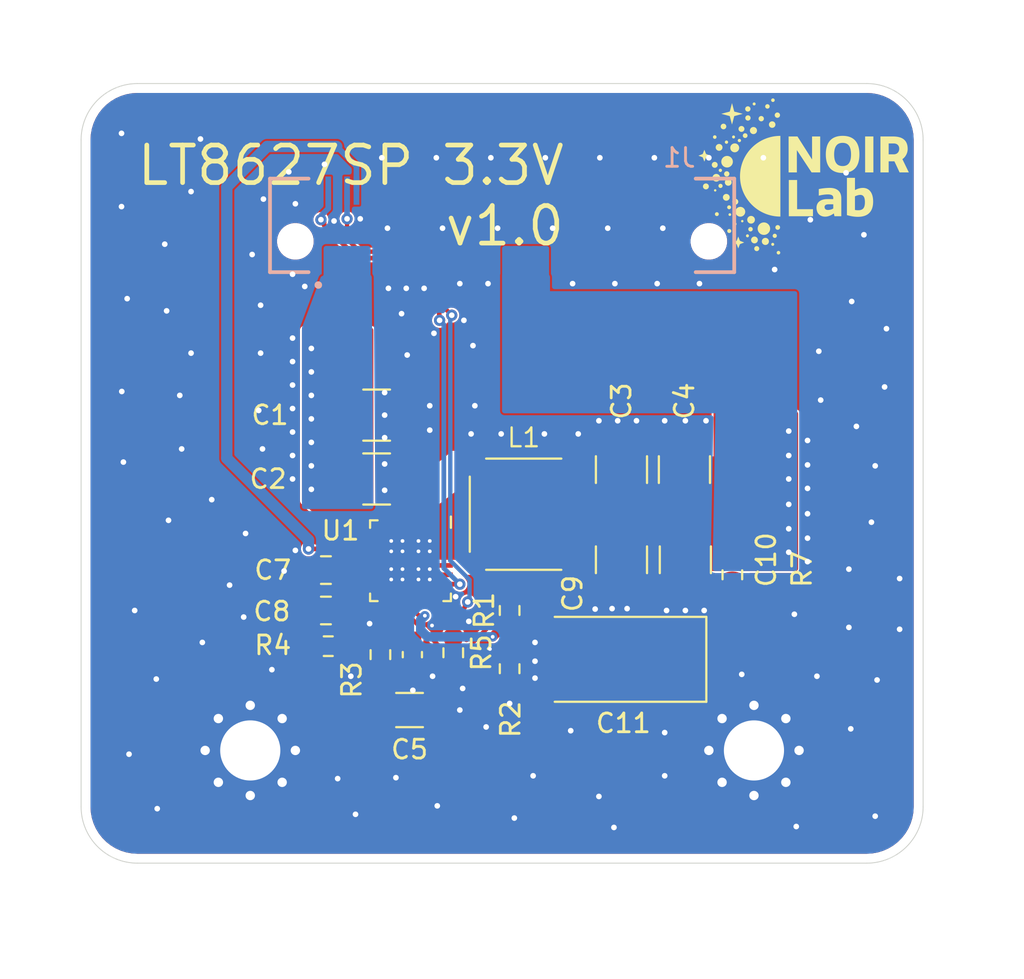
<source format=kicad_pcb>
(kicad_pcb (version 20241229) (generator "pcbnew") (generator_version "9.0")
  (layers (0 "F.Cu" signal) (4 "In1.Cu" signal) (6 "In2.Cu" signal) (2 "B.Cu" signal) (13 "F.Paste" user) (15 "B.Paste" user) (5 "F.SilkS" user "F.Silkscreen") (7 "B.SilkS" user "B.Silkscreen") (1 "F.Mask" user) (3 "B.Mask" user) (25 "Edge.Cuts" user))
  (net 0 "")
  (net 1 "GND")
  (net 2 "12V")
  (net 3 "3V3")
  (net 4 "/vc")
  (net 5 "/vc2")
  (net 6 "/intv")
  (net 7 "/setgnd")
  (net 8 "/set")
  (net 9 "/PG")
  (net 10 "/SYNC")
  (net 11 "/EN")
  (net 12 "/sw")
  (net 13 "/outs")
  (net 14 "/pgfb")
  (net 15 "/rt")
  (net 20 "/ser")
  (footprint "Capacitor_SMD:C_1210_3225Metric" (layer "F.Cu") (at 134.2 58.8 90)
    (property "Reference" "C3")
    (property "Value" "47u")
  )
  (footprint "NetTie:NetTie-2_SMD_Pad0.5mm" (layer "F.Cu") (at 132.3 64.2 90)
    (property "Reference" "NT1" (hide yes))
    (property "Value" "NetTie_2" (hide yes))
  )
  (footprint "Capacitor_SMD:C_1210_3225Metric" (layer "F.Cu") (at 121.175 55.9)
    (property "Reference" "C1")
    (property "Value" "4.7u")
  )
  (footprint "Capacitor_SMD:C_1210_3225Metric" (layer "F.Cu") (at 121.175 59.3)
    (property "Reference" "C2")
    (property "Value" "4.7u")
  )
  (footprint "Resistor_SMD:R_0603_1608Metric" (layer "F.Cu") (at 121.375 68.65 -90)
    (property "Reference" "R3")
    (property "Value" "1k")
  )
  (footprint "Capacitor_Tantalum_SMD:CP_EIA-7343-20_Kemet-V" (layer "F.Cu") (at 134.3 68.9 180)
    (property "Reference" "C11")
    (property "Value" "22u")
  )
  (footprint "Capacitor_SMD:C_0805_2012Metric" (layer "F.Cu") (at 118.475 64.15 180)
    (property "Reference" "C7")
    (property "Value" "1u")
  )
  (footprint "NetTie:NetTie-2_SMD_Pad0.5mm" (layer "F.Cu") (at 135.4 66.7 90)
    (property "Reference" "NT2" (hide yes))
    (property "Value" "NetTie_2" (hide yes))
  )
  (footprint "Capacitor_SMD:C_1206_3216Metric" (layer "F.Cu") (at 122.925 71.6)
    (property "Reference" "C5")
    (property "Value" "100n")
  )
  (footprint "lib:XGL5030" (layer "F.Cu") (at 129 61.175)
    (property "Reference" "L1")
    (property "Value" "1u")
  )
  (footprint "MountingHole:MountingHole_3.2mm_M3_Pad_Via" (layer "F.Cu") (at 114.45 73.75)
    (property "Reference" "H1" (hide yes))
    (property "Value" "M3 Hole")
  )
  (footprint "Resistor_SMD:R_0603_1608Metric" (layer "F.Cu") (at 128.25 69.4 -90)
    (property "Reference" "R2")
    (property "Value" "1.78k")
  )
  (footprint "Capacitor_SMD:C_0805_2012Metric" (layer "F.Cu") (at 118.475 66.3 180)
    (property "Reference" "C8")
    (property "Value" "1u")
  )
  (footprint "Resistor_SMD:R_0603_1608Metric" (layer "F.Cu") (at 118.6 68.2 180)
    (property "Reference" "R4")
    (property "Value" "33.2k")
  )
  (footprint "lib:QFN-24_EP_4x4_Pitch0.5mm" (layer "F.Cu") (at 122.975 63.65 -90)
    (property "Reference" "U1")
    (property "Value" "LT8627SP")
  )
  (footprint "Capacitor_SMD:C_1210_3225Metric" (layer "F.Cu") (at 137.55 58.8 90)
    (property "Reference" "C4")
    (property "Value" "47u")
  )
  (footprint "Capacitor_SMD:C_1210_3225Metric" (layer "F.Cu") (at 137.6 63.6 -90)
    (property "Reference" "C10")
    (property "Value" "47u")
  )
  (footprint "Resistor_SMD:R_0603_1608Metric" (layer "F.Cu") (at 128.25 66.3 -90)
    (property "Reference" "R1")
    (property "Value" "10k")
  )
  (footprint "Resistor_SMD:R_0603_1608Metric" (layer "F.Cu") (at 125.25 68.55 -90)
    (property "Reference" "R5")
    (property "Value" "47.5k")
  )
  (footprint "Capacitor_SMD:C_0603_1608Metric" (layer "F.Cu") (at 123.075 68.65 -90)
    (property "Reference" "C6" (hide yes))
    (property "Value" "27p")
  )
  (footprint "MountingHole:MountingHole_3.2mm_M3_Pad_Via" (layer "F.Cu") (at 141.25 73.75)
    (property "Reference" "H2" (hide yes))
    (property "Value" "M3 Hole")
  )
  (footprint "Capacitor_SMD:C_1210_3225Metric" (layer "F.Cu") (at 134.2 63.6 -90)
    (property "Reference" "C9")
    (property "Value" "47u")
  )
  (footprint "Resistor_SMD:R_0603_1608Metric" (layer "F.Cu") (at 140.1 64.4 -90)
    (property "Reference" "R7")
    (property "Value" "0.5")
  )
  (footprint "lib:SAMTEC_LSHM-140-04.0-L-DV-A-N-K-TR" (layer "B.Cu") (at 127.85 45.8 180)
    (property "Reference" "J1")
    (property "Value" "LSHM-140-04.0-L-DV-A-N-K-TR")
  )
  (gr_poly (pts (xy 139.190102 43.87201) (xy 139.193326 43.872255) (xy 139.196504 43.872659) (xy 139.199631 43.873217) (xy 139.202703 43.873926) (xy 139.205717 43.874782) (xy 139.208667 43.87578) (xy 139.211551 43.876917) (xy 139.214364 43.878189) (xy 139.217102 43.879591) (xy 139.219761 43.88112) (xy 139.222337 43.882772) (xy 139.224827 43.884542) (xy 139.227226 43.886427) (xy 139.22953 43.888423) (xy 139.231735 43.890525) (xy 139.233838 43.892731) (xy 139.235833 43.895035) (xy 139.237719 43.897434) (xy 139.239489 43.899923) (xy 139.241141 43.9025) (xy 139.24267 43.905159) (xy 139.244072 43.907897) (xy 139.245344 43.91071) (xy 139.246481 43.913593) (xy 139.247479 43.916544) (xy 139.248335 43.919557) (xy 139.249044 43.922629) (xy 139.249602 43.925756) (xy 139.250006 43.928934) (xy 139.250251 43.932159) (xy 139.250334 43.935427) (xy 139.250251 43.938695) (xy 139.250006 43.941919) (xy 139.249602 43.945097) (xy 139.249044 43.948224) (xy 139.248335 43.951297) (xy 139.247479 43.95431) (xy 139.246481 43.95726) (xy 139.245344 43.960144) (xy 139.244072 43.962957) (xy 139.24267 43.965695) (xy 139.241141 43.968354) (xy 139.239489 43.97093) (xy 139.237719 43.97342) (xy 139.235833 43.975819) (xy 139.233838 43.978123) (xy 139.231735 43.980328) (xy 139.22953 43.982431) (xy 139.227226 43.984427) (xy 139.224827 43.986312) (xy 139.222337 43.988082) (xy 139.219761 43.989734) (xy 139.217102 43.991263) (xy 139.214364 43.992665) (xy 139.211551 43.993937) (xy 139.208667 43.995074) (xy 139.205717 43.996072) (xy 139.202703 43.996928) (xy 139.199631 43.997637) (xy 139.196504 43.998195) (xy 139.193326 43.998599) (xy 139.190102 43.998844) (xy 139.186834 43.998927) (xy 139.183566 43.998844) (xy 139.180341 43.998599) (xy 139.177163 43.998195) (xy 139.174036 43.997637) (xy 139.170964 43.996928) (xy 139.167951 43.996072) (xy 139.165 43.995074) (xy 139.162117 43.993937) (xy 139.159304 43.992665) (xy 139.156566 43.991263) (xy 139.153907 43.989734) (xy 139.15133 43.988082) (xy 139.148841 43.986312) (xy 139.146442 43.984427) (xy 139.144138 43.982431) (xy 139.141933 43.980328) (xy 139.13983 43.978123) (xy 139.137834 43.975819) (xy 139.135949 43.97342) (xy 139.134179 43.97093) (xy 139.132527 43.968354) (xy 139.130998 43.965695) (xy 139.129596 43.962957) (xy 139.128324 43.960144) (xy 139.127187 43.95726) (xy 139.126189 43.95431) (xy 139.125333 43.951297) (xy 139.124624 43.948224) (xy 139.124066 43.945097) (xy 139.123662 43.941919) (xy 139.123417 43.938695) (xy 139.123334 43.935427) (xy 139.123417 43.932159) (xy 139.123662 43.928934) (xy 139.124066 43.925756) (xy 139.124624 43.922629) (xy 139.125333 43.919557) (xy 139.126189 43.916544) (xy 139.127187 43.913593) (xy 139.128324 43.91071) (xy 139.129596 43.907897) (xy 139.130998 43.905159) (xy 139.132527 43.9025) (xy 139.134179 43.899923) (xy 139.135949 43.897434) (xy 139.137834 43.895035) (xy 139.13983 43.892731) (xy 139.141933 43.890525) (xy 139.144138 43.888423) (xy 139.146442 43.886427) (xy 139.148841 43.884542) (xy 139.15133 43.882772) (xy 139.153907 43.88112) (xy 139.156566 43.879591) (xy 139.159304 43.878189) (xy 139.162117 43.876917) (xy 139.165 43.87578) (xy 139.167951 43.874782) (xy 139.170964 43.873926) (xy 139.174036 43.873217) (xy 139.177163 43.872659) (xy 139.180341 43.872255) (xy 139.183566 43.87201) (xy 139.186834 43.871927)) (fill yes) (layer "F.SilkS"))
  (gr_poly (pts (xy 139.932977 44.73328) (xy 139.938217 44.733679) (xy 139.943381 44.734335) (xy 139.948463 44.735242) (xy 139.953455 44.736394) (xy 139.958352 44.737785) (xy 139.963146 44.739407) (xy 139.967832 44.741255) (xy 139.972403 44.743321) (xy 139.976852 44.7456) (xy 139.981173 44.748085) (xy 139.98536 44.750769) (xy 139.989406 44.753645) (xy 139.993304 44.756709) (xy 139.997048 44.759952) (xy 140.000631 44.763369) (xy 140.004048 44.766952) (xy 140.007291 44.770696) (xy 140.010355 44.774594) (xy 140.013232 44.77864) (xy 140.015916 44.782827) (xy 140.0184 44.787148) (xy 140.020679 44.791597) (xy 140.022745 44.796168) (xy 140.024593 44.800854) (xy 140.026215 44.805648) (xy 140.027606 44.810545) (xy 140.028758 44.815537) (xy 140.029665 44.820619) (xy 140.030322 44.825783) (xy 140.03072 44.831023) (xy 140.030854 44.836333) (xy 140.03072 44.841643) (xy 140.030322 44.846883) (xy 140.029665 44.852047) (xy 140.028758 44.857129) (xy 140.027606 44.862121) (xy 140.026215 44.867018) (xy 140.024593 44.871812) (xy 140.022745 44.876498) (xy 140.020679 44.881069) (xy 140.0184 44.885518) (xy 140.015916 44.88984) (xy 140.013232 44.894026) (xy 140.010355 44.898072) (xy 140.007291 44.90197) (xy 140.004048 44.905714) (xy 140.000631 44.909298) (xy 139.997048 44.912714) (xy 139.993304 44.915958) (xy 139.989406 44.919021) (xy 139.98536 44.921898) (xy 139.981173 44.924582) (xy 139.976852 44.927066) (xy 139.972403 44.929345) (xy 139.967832 44.931412) (xy 139.963146 44.933259) (xy 139.958352 44.934881) (xy 139.953455 44.936272) (xy 139.948463 44.937424) (xy 139.943381 44.938332) (xy 139.938217 44.938988) (xy 139.932977 44.939386) (xy 139.927667 44.939521) (xy 139.922357 44.939386) (xy 139.917117 44.938988) (xy 139.911952 44.938332) (xy 139.906871 44.937424) (xy 139.901879 44.936272) (xy 139.896982 44.934881) (xy 139.892187 44.933259) (xy 139.887502 44.931412) (xy 139.882931 44.929345) (xy 139.878482 44.927066) (xy 139.87416 44.924582) (xy 139.869974 44.921898) (xy 139.865928 44.919021) (xy 139.86203 44.915958) (xy 139.858286 44.912714) (xy 139.854702 44.909298) (xy 139.851286 44.905714) (xy 139.848042 44.90197) (xy 139.844979 44.898072) (xy 139.842102 44.894026) (xy 139.839418 44.88984) (xy 139.836933 44.885518) (xy 139.834655 44.881069) (xy 139.832588 44.876498) (xy 139.830741 44.871812) (xy 139.829118 44.867018) (xy 139.827728 44.862121) (xy 139.826576 44.857129) (xy 139.825668 44.852047) (xy 139.825012 44.846883) (xy 139.824614 44.841643) (xy 139.824479 44.836333) (xy 139.824614 44.831023) (xy 139.825012 44.825783) (xy 139.825668 44.820619) (xy 139.826576 44.815537) (xy 139.827728 44.810545) (xy 139.829118 44.805648) (xy 139.830741 44.800854) (xy 139.832588 44.796168) (xy 139.834655 44.791597) (xy 139.836933 44.787148) (xy 139.839418 44.782827) (xy 139.842102 44.77864) (xy 139.844979 44.774594) (xy 139.848042 44.770696) (xy 139.851286 44.766952) (xy 139.854702 44.763369) (xy 139.858286 44.759952) (xy 139.86203 44.756709) (xy 139.865928 44.753645) (xy 139.869974 44.750769) (xy 139.87416 44.748085) (xy 139.878482 44.7456) (xy 139.882931 44.743321) (xy 139.887502 44.741255) (xy 139.892187 44.739407) (xy 139.896982 44.737785) (xy 139.901879 44.736394) (xy 139.906871 44.735242) (xy 139.911952 44.734335) (xy 139.917117 44.733679) (xy 139.922357 44.73328) (xy 139.927667 44.733146)) (fill yes) (layer "F.SilkS"))
  (gr_poly (pts (xy 140.936399 39.940403) (xy 140.943588 39.940949) (xy 140.950672 39.94185) (xy 140.957643 39.943094) (xy 140.964491 39.944675) (xy 140.971208 39.946582) (xy 140.977785 39.948808) (xy 140.984213 39.951342) (xy 140.990484 39.954177) (xy 140.996587 39.957303) (xy 141.002515 39.960712) (xy 141.008258 39.964393) (xy 141.013808 39.96834) (xy 141.019155 39.972542) (xy 141.024291 39.976991) (xy 141.029207 39.981678) (xy 141.033894 39.986594) (xy 141.038343 39.99173) (xy 141.042546 39.997078) (xy 141.046492 40.002628) (xy 141.050174 40.008371) (xy 141.053582 40.014298) (xy 141.056708 40.020402) (xy 141.059543 40.026672) (xy 141.062078 40.0331) (xy 141.064303 40.039677) (xy 141.066211 40.046395) (xy 141.067791 40.053243) (xy 141.069036 40.060214) (xy 141.069936 40.067298) (xy 141.070483 40.074486) (xy 141.070667 40.081771) (xy 141.070483 40.089055) (xy 141.069936 40.096243) (xy 141.069036 40.103328) (xy 141.067791 40.110298) (xy 141.066211 40.117147) (xy 141.064303 40.123864) (xy 141.062078 40.130441) (xy 141.059543 40.136869) (xy 141.056708 40.143139) (xy 141.053582 40.149243) (xy 141.050174 40.15517) (xy 141.046492 40.160914) (xy 141.042546 40.166463) (xy 141.038343 40.171811) (xy 141.033894 40.176947) (xy 141.029207 40.181863) (xy 141.024291 40.18655) (xy 141.019155 40.190999) (xy 141.013808 40.195201) (xy 141.008258 40.199148) (xy 141.002515 40.20283) (xy 140.996587 40.206238) (xy 140.990484 40.209364) (xy 140.984213 40.212199) (xy 140.977785 40.214733) (xy 140.971208 40.216959) (xy 140.964491 40.218866) (xy 140.957643 40.220447) (xy 140.950672 40.221692) (xy 140.943588 40.222592) (xy 140.936399 40.223138) (xy 140.929115 40.223323) (xy 140.921831 40.223138) (xy 140.914642 40.222592) (xy 140.907558 40.221692) (xy 140.900587 40.220447) (xy 140.893739 40.218866) (xy 140.887022 40.216959) (xy 140.880445 40.214733) (xy 140.874016 40.212199) (xy 140.867746 40.209364) (xy 140.861643 40.206238) (xy 140.855715 40.20283) (xy 140.849972 40.199148) (xy 140.844422 40.195201) (xy 140.839075 40.190999) (xy 140.833938 40.18655) (xy 140.829022 40.181863) (xy 140.824336 40.176947) (xy 140.819886 40.171811) (xy 140.815684 40.166463) (xy 140.811738 40.160914) (xy 140.808056 40.15517) (xy 140.804648 40.149243) (xy 140.801522 40.143139) (xy 140.798687 40.136869) (xy 140.796152 40.130441) (xy 140.793927 40.123864) (xy 140.792019 40.117147) (xy 140.790439 40.110298) (xy 140.789194 40.103328) (xy 140.788294 40.096243) (xy 140.787747 40.089055) (xy 140.787563 40.081771) (xy 140.787747 40.074486) (xy 140.788294 40.067298) (xy 140.789194 40.060214) (xy 140.790439 40.053243) (xy 140.792019 40.046395) (xy 140.793927 40.039677) (xy 140.796152 40.0331) (xy 140.798687 40.026672) (xy 140.801522 40.020402) (xy 140.804648 40.014298) (xy 140.808056 40.008371) (xy 140.811738 40.002628) (xy 140.815684 39.997078) (xy 140.819886 39.99173) (xy 140.824336 39.986594) (xy 140.829022 39.981678) (xy 140.833938 39.976991) (xy 140.839075 39.972542) (xy 140.844422 39.96834) (xy 140.849972 39.964393) (xy 140.855715 39.960712) (xy 140.861643 39.957303) (xy 140.867746 39.954177) (xy 140.874016 39.951342) (xy 140.880445 39.948808) (xy 140.887022 39.946582) (xy 140.893739 39.944675) (xy 140.900587 39.943094) (xy 140.907558 39.94185) (xy 140.914642 39.940949) (xy 140.921831 39.940403) (xy 140.929115 39.940219)) (fill yes) (layer "F.SilkS"))
  (gr_poly (pts (xy 140.931107 39.460184) (xy 140.938296 39.460731) (xy 140.94538 39.461631) (xy 140.952351 39.462876) (xy 140.959199 39.464456) (xy 140.965916 39.466364) (xy 140.972494 39.468589) (xy 140.978922 39.471124) (xy 140.985192 39.473959) (xy 140.991295 39.477085) (xy 140.997223 39.480493) (xy 141.002966 39.484175) (xy 141.008516 39.488121) (xy 141.013863 39.492324) (xy 141.019 39.496773) (xy 141.023916 39.50146) (xy 141.028603 39.506376) (xy 141.033052 39.511512) (xy 141.037254 39.516859) (xy 141.0412 39.522409) (xy 141.044882 39.528152) (xy 141.048291 39.53408) (xy 141.051417 39.540183) (xy 141.054251 39.546454) (xy 141.056786 39.552882) (xy 141.059011 39.559459) (xy 141.060919 39.566176) (xy 141.062499 39.573024) (xy 141.063744 39.579995) (xy 141.064644 39.587079) (xy 141.065191 39.594268) (xy 141.065375 39.601552) (xy 141.065191 39.608836) (xy 141.064644 39.616025) (xy 141.063744 39.623109) (xy 141.062499 39.63008) (xy 141.060919 39.636928) (xy 141.059011 39.643645) (xy 141.056786 39.650222) (xy 141.054251 39.65665) (xy 141.051417 39.662921) (xy 141.048291 39.669024) (xy 141.044882 39.674952) (xy 141.0412 39.680695) (xy 141.037254 39.686245) (xy 141.033052 39.691592) (xy 141.028603 39.696728) (xy 141.023916 39.701644) (xy 141.019 39.706331) (xy 141.013863 39.71078) (xy 141.008516 39.714983) (xy 141.002966 39.718929) (xy 140.997223 39.722611) (xy 140.991295 39.726019) (xy 140.985192 39.729145) (xy 140.978922 39.73198) (xy 140.972494 39.734515) (xy 140.965916 39.73674) (xy 140.959199 39.738647) (xy 140.952351 39.740228) (xy 140.94538 39.741473) (xy 140.938296 39.742373) (xy 140.931107 39.74292) (xy 140.923823 39.743104) (xy 140.916539 39.74292) (xy 140.90935 39.742373) (xy 140.902266 39.741473) (xy 140.895295 39.740228) (xy 140.888447 39.738647) (xy 140.88173 39.73674) (xy 140.875153 39.734515) (xy 140.868725 39.73198) (xy 140.862454 39.729145) (xy 140.856351 39.726019) (xy 140.850423 39.722611) (xy 140.84468 39.718929) (xy 140.83913 39.714983) (xy 140.833783 39.71078) (xy 140.828647 39.706331) (xy 140.823731 39.701644) (xy 140.819044 39.696728) (xy 140.814595 39.691592) (xy 140.810392 39.686245) (xy 140.806446 39.680695) (xy 140.802764 39.674952) (xy 140.799356 39.669024) (xy 140.79623 39.662921) (xy 140.793395 39.65665) (xy 140.79086 39.650222) (xy 140.788635 39.643645) (xy 140.786728 39.636928) (xy 140.785147 39.63008) (xy 140.783902 39.623109) (xy 140.783002 39.616025) (xy 140.782455 39.608836) (xy 140.782271 39.601552) (xy 140.782455 39.594268) (xy 140.783002 39.587079) (xy 140.783902 39.579995) (xy 140.785147 39.573024) (xy 140.786728 39.566176) (xy 140.788635 39.559459) (xy 140.79086 39.552882) (xy 140.793395 39.546454) (xy 140.79623 39.540183) (xy 140.799356 39.53408) (xy 140.802764 39.528152) (xy 140.806446 39.522409) (xy 140.810392 39.516859) (xy 140.814595 39.511512) (xy 140.819044 39.506376) (xy 140.823731 39.50146) (xy 140.828647 39.496773) (xy 140.833783 39.492324) (xy 140.83913 39.488121) (xy 140.84468 39.484175) (xy 140.850423 39.480493) (xy 140.856351 39.477085) (xy 140.862454 39.473959) (xy 140.868725 39.471124) (xy 140.875153 39.468589) (xy 140.88173 39.466364) (xy 140.888447 39.464456) (xy 140.895295 39.462876) (xy 140.902266 39.461631) (xy 140.90935 39.460731) (xy 140.916539 39.460184) (xy 140.923823 39.46)) (fill yes) (layer "F.SilkS"))
  (gr_poly (pts (xy 140.593257 40.507955) (xy 140.601252 40.508563) (xy 140.609131 40.509564) (xy 140.616883 40.510948) (xy 140.6245 40.512706) (xy 140.63197 40.514828) (xy 140.639285 40.517303) (xy 140.646434 40.520121) (xy 140.653407 40.523274) (xy 140.660195 40.526751) (xy 140.666788 40.530541) (xy 140.673175 40.534636) (xy 140.679347 40.539025) (xy 140.685294 40.543699) (xy 140.691007 40.548647) (xy 140.696474 40.553859) (xy 140.701687 40.559327) (xy 140.706635 40.565039) (xy 140.711308 40.570986) (xy 140.715697 40.577158) (xy 140.719792 40.583545) (xy 140.723583 40.590138) (xy 140.727059 40.596926) (xy 140.730212 40.603899) (xy 140.733031 40.611048) (xy 140.735506 40.618363) (xy 140.737627 40.625834) (xy 140.739385 40.63345) (xy 140.74077 40.641202) (xy 140.741771 40.649081) (xy 140.742379 40.657076) (xy 140.742583 40.665177) (xy 140.742379 40.673278) (xy 140.741771 40.681273) (xy 140.74077 40.689152) (xy 140.739385 40.696904) (xy 140.737627 40.70452) (xy 140.735506 40.711991) (xy 140.733031 40.719306) (xy 140.730212 40.726455) (xy 140.727059 40.733428) (xy 140.723583 40.740216) (xy 140.719792 40.746809) (xy 140.715697 40.753196) (xy 140.711308 40.759368) (xy 140.706635 40.765315) (xy 140.701687 40.771027) (xy 140.696474 40.776495) (xy 140.691007 40.781707) (xy 140.685294 40.786655) (xy 140.679347 40.791329) (xy 140.673175 40.795718) (xy 140.666788 40.799813) (xy 140.660195 40.803603) (xy 140.653407 40.80708) (xy 140.646434 40.810233) (xy 140.639285 40.813051) (xy 140.63197 40.815526) (xy 140.6245 40.817648) (xy 140.616883 40.819406) (xy 140.609131 40.82079) (xy 140.601252 40.821791) (xy 140.593257 40.822399) (xy 140.585156 40.822604) (xy 140.577055 40.822399) (xy 140.56906 40.821791) (xy 140.561182 40.82079) (xy 140.553429 40.819406) (xy 140.545813 40.817648) (xy 140.538342 40.815526) (xy 140.531027 40.813051) (xy 140.523878 40.810233) (xy 140.516905 40.80708) (xy 140.510117 40.803603) (xy 140.503525 40.799813) (xy 140.497137 40.795718) (xy 140.490965 40.791329) (xy 140.485018 40.786655) (xy 140.479306 40.781707) (xy 140.473839 40.776495) (xy 140.468626 40.771027) (xy 140.463678 40.765315) (xy 140.459004 40.759368) (xy 140.454615 40.753196) (xy 140.45052 40.746809) (xy 140.44673 40.740216) (xy 140.443253 40.733428) (xy 140.440101 40.726455) (xy 140.437282 40.719306) (xy 140.434807 40.711991) (xy 140.432686 40.70452) (xy 140.430928 40.696904) (xy 140.429543 40.689152) (xy 140.428542 40.681273) (xy 140.427934 40.673278) (xy 140.427729 40.665177) (xy 140.427934 40.657076) (xy 140.428542 40.649081) (xy 140.429543 40.641202) (xy 140.430928 40.63345) (xy 140.432686 40.625834) (xy 140.434807 40.618363) (xy 140.437282 40.611048) (xy 140.440101 40.603899) (xy 140.443253 40.596926) (xy 140.44673 40.590138) (xy 140.45052 40.583545) (xy 140.454615 40.577158) (xy 140.459004 40.570986) (xy 140.463678 40.565039) (xy 140.468626 40.559327) (xy 140.473839 40.553859) (xy 140.479306 40.548647) (xy 140.485018 40.543699) (xy 140.490965 40.539025) (xy 140.497137 40.534636) (xy 140.503525 40.530541) (xy 140.510117 40.526751) (xy 140.516905 40.523274) (xy 140.523878 40.520121) (xy 140.531027 40.517303) (xy 140.538342 40.514828) (xy 140.545813 40.512706) (xy 140.553429 40.510948) (xy 140.561182 40.509564) (xy 140.56906 40.508563) (xy 140.577055 40.507955) (xy 140.585156 40.50775)) (fill yes) (layer "F.SilkS"))
  (gr_poly (pts (xy 148.729478 41.068001) (xy 148.811011 41.074111) (xy 148.888698 41.084604) (xy 148.962278 41.099734) (xy 149.031485 41.119756) (xy 149.064367 41.13168) (xy 149.096058 41.144923) (xy 149.126523 41.159515) (xy 149.155731 41.175488) (xy 149.183648 41.192875) (xy 149.210242 41.211707) (xy 149.235479 41.232015) (xy 149.259327 41.253832) (xy 149.281752 41.277189) (xy 149.302722 41.302117) (xy 149.322204 41.32865) (xy 149.340164 41.356817) (xy 149.356571 41.386652) (xy 149.37139 41.418185) (xy 149.384589 41.451449) (xy 149.396135 41.486475) (xy 149.405995 41.523295) (xy 149.414137 41.561941) (xy 149.420526 41.602444) (xy 149.425131 41.644837) (xy 149.427918 41.68915) (xy 149.428854 41.735416) (xy 149.428117 41.762886) (xy 149.425808 41.792516) (xy 149.421782 41.824018) (xy 149.415894 41.857104) (xy 149.407998 41.891484) (xy 149.397949 41.92687) (xy 149.385602 41.962973) (xy 149.370811 41.999504) (xy 149.353432 42.036174) (xy 149.333317 42.072695) (xy 149.310324 42.108779) (xy 149.284305 42.144136) (xy 149.270116 42.161451) (xy 149.255116 42.178477) (xy 149.239287 42.195176) (xy 149.222611 42.211514) (xy 149.20507 42.227453) (xy 149.186645 42.242958) (xy 149.167319 42.257993) (xy 149.147073 42.272521) (xy 149.489708 42.978958) (xy 148.997583 42.978958) (xy 148.860331 42.683948) (xy 148.791456 42.536567) (xy 148.721094 42.388938) (xy 148.418146 42.388938) (xy 148.418146 42.978958) (xy 147.978937 42.978958) (xy 147.978937 42.017198) (xy 148.418146 42.017198) (xy 148.681406 42.017198) (xy 148.702163 42.016712) (xy 148.722029 42.015279) (xy 148.741018 42.012938) (xy 148.759145 42.009725) (xy 148.776427 42.00568) (xy 148.792879 42.000838) (xy 148.808515 41.995239) (xy 148.823351 41.98892) (xy 148.837402 41.981919) (xy 148.850683 41.974274) (xy 148.863211 41.966022) (xy 148.874999 41.957201) (xy 148.886063 41.94785) (xy 148.896419 41.938005) (xy 148.906082 41.927705) (xy 148.915066 41.916987) (xy 148.923388 41.905889) (xy 148.931062 41.894449) (xy 148.938104 41.882705) (xy 148.944529 41.870695) (xy 148.950353 41.858456) (xy 148.95559 41.846026) (xy 148.964365 41.820744) (xy 148.970978 41.795153) (xy 148.975551 41.769554) (xy 148.978205 41.744249) (xy 148.979062 41.719541) (xy 148.978205 41.695012) (xy 148.975551 41.670211) (xy 148.970978 41.645395) (xy 148.964365 41.620819) (xy 148.960256 41.608701) (xy 148.95559 41.596739) (xy 148.950353 41.584965) (xy 148.944529 41.573411) (xy 148.938104 41.562109) (xy 148.931062 41.55109) (xy 148.923388 41.540388) (xy 148.915066 41.530034) (xy 148.906082 41.520059) (xy 148.896419 41.510496) (xy 148.886063 41.501377) (xy 148.874999 41.492734) (xy 148.863211 41.484598) (xy 148.850683 41.477002) (xy 148.837402 41.469978) (xy 148.823351 41.463557) (xy 148.808515 41.457772) (xy 148.792879 41.452654) (xy 148.776427 41.448237) (xy 148.759145 41.44455) (xy 148.741018 41.441628) (xy 148.722029 41.4395) (xy 148.702163 41.4382) (xy 148.681406 41.43776) (xy 148.418146 41.43776) (xy 148.418146 42.017198) (xy 147.978937 42.017198) (xy 147.978937 41.066021) (xy 148.644365 41.066021)) (fill yes) (layer "F.SilkS"))
  (gr_poly (pts (xy 140.265174 44.382778) (xy 140.273169 44.383386) (xy 140.281048 44.384387) (xy 140.2888 44.385771) (xy 140.296417 44.387529) (xy 140.303887 44.38965) (xy 140.311202 44.392125) (xy 140.318351 44.394944) (xy 140.325324 44.398097) (xy 140.332112 44.401573) (xy 140.338705 44.405364) (xy 140.345092 44.409459) (xy 140.351264 44.413848) (xy 140.357211 44.418521) (xy 140.362924 44.423469) (xy 140.368391 44.428682) (xy 140.373604 44.434149) (xy 140.378552 44.439861) (xy 140.383225 44.445809) (xy 140.387614 44.451981) (xy 140.391709 44.458368) (xy 140.3955 44.464961) (xy 140.398976 44.471749) (xy 140.402129 44.478722) (xy 140.404948 44.485871) (xy 140.407423 44.493186) (xy 140.409544 44.500656) (xy 140.411302 44.508273) (xy 140.412687 44.516025) (xy 140.413688 44.523904) (xy 140.414296 44.531898) (xy 140.4145 44.54) (xy 140.414296 44.548101) (xy 140.413688 44.556096) (xy 140.412687 44.563974) (xy 140.411302 44.571727) (xy 140.409544 44.579343) (xy 140.407423 44.586814) (xy 140.404948 44.594128) (xy 140.402129 44.601277) (xy 140.398976 44.608251) (xy 140.3955 44.615039) (xy 140.391709 44.621631) (xy 140.387614 44.628019) (xy 140.383225 44.634191) (xy 140.378552 44.640138) (xy 140.373604 44.64585) (xy 140.368391 44.651317) (xy 140.362924 44.65653) (xy 140.357211 44.661478) (xy 140.351264 44.666151) (xy 140.345092 44.67054) (xy 140.338705 44.674635) (xy 140.332112 44.678426) (xy 140.325324 44.681902) (xy 140.318351 44.685055) (xy 140.311202 44.687874) (xy 140.303887 44.690349) (xy 140.296417 44.69247) (xy 140.2888 44.694228) (xy 140.281048 44.695613) (xy 140.273169 44.696614) (xy 140.265174 44.697222) (xy 140.257073 44.697426) (xy 140.248972 44.697222) (xy 140.240977 44.696614) (xy 140.233099 44.695613) (xy 140.225346 44.694228) (xy 140.21773 44.69247) (xy 140.210259 44.690349) (xy 140.202944 44.687874) (xy 140.195795 44.685055) (xy 140.188822 44.681902) (xy 140.182034 44.678426) (xy 140.175441 44.674635) (xy 140.169054 44.67054) (xy 140.162882 44.666151) (xy 140.156935 44.661478) (xy 140.151223 44.65653) (xy 140.145755 44.651317) (xy 140.140543 44.64585) (xy 140.135595 44.640138) (xy 140.130921 44.634191) (xy 140.126532 44.628019) (xy 140.122437 44.621631) (xy 140.118647 44.615039) (xy 140.11517 44.608251) (xy 140.112017 44.601277) (xy 140.109199 44.594128) (xy 140.106724 44.586814) (xy 140.104602 44.579343) (xy 140.102844 44.571727) (xy 140.10146 44.563974) (xy 140.100459 44.556096) (xy 140.099851 44.548101) (xy 140.099646 44.54) (xy 140.099851 44.531898) (xy 140.100459 44.523904) (xy 140.10146 44.516025) (xy 140.102844 44.508273) (xy 140.104602 44.500656) (xy 140.106724 44.493186) (xy 140.109199 44.485871) (xy 140.112017 44.478722) (xy 140.11517 44.471749) (xy 140.118647 44.464961) (xy 140.122437 44.458368) (xy 140.126532 44.451981) (xy 140.130921 44.445809) (xy 140.135595 44.439861) (xy 140.140543 44.434149) (xy 140.145755 44.428682) (xy 140.151223 44.423469) (xy 140.156935 44.418521) (xy 140.162882 44.413848) (xy 140.169054 44.409459) (xy 140.175441 44.405364) (xy 140.182034 44.401573) (xy 140.188822 44.398097) (xy 140.195795 44.394944) (xy 140.202944 44.392125) (xy 140.210259 44.38965) (xy 140.21773 44.387529) (xy 140.225346 44.385771) (xy 140.233099 44.384387) (xy 140.240977 44.383386) (xy 140.248972 44.382778) (xy 140.257073 44.382573)) (fill yes) (layer "F.SilkS"))
  (gr_poly (pts (xy 138.701487 43.567861) (xy 138.709482 43.568469) (xy 138.71736 43.56947) (xy 138.725113 43.570855) (xy 138.732729 43.572612) (xy 138.7402 43.574734) (xy 138.747514 43.577209) (xy 138.754664 43.580028) (xy 138.761637 43.58318) (xy 138.768425 43.586657) (xy 138.775017 43.590447) (xy 138.781405 43.594542) (xy 138.787577 43.598931) (xy 138.793524 43.603605) (xy 138.799236 43.608553) (xy 138.804704 43.613765) (xy 138.809916 43.619233) (xy 138.814864 43.624945) (xy 138.819538 43.630892) (xy 138.823927 43.637064) (xy 138.828022 43.643451) (xy 138.831812 43.650044) (xy 138.835289 43.656832) (xy 138.838441 43.663805) (xy 138.84126 43.670954) (xy 138.843735 43.678269) (xy 138.845857 43.68574) (xy 138.847615 43.693356) (xy 138.848999 43.701108) (xy 138.85 43.708987) (xy 138.850608 43.716982) (xy 138.850813 43.725083) (xy 138.850608 43.733184) (xy 138.85 43.741179) (xy 138.848999 43.749058) (xy 138.847615 43.75681) (xy 138.845857 43.764426) (xy 138.843735 43.771897) (xy 138.84126 43.779212) (xy 138.838441 43.786361) (xy 138.835289 43.793334) (xy 138.831812 43.800122) (xy 138.828022 43.806715) (xy 138.823927 43.813102) (xy 138.819538 43.819274) (xy 138.814864 43.825221) (xy 138.809916 43.830933) (xy 138.804704 43.836401) (xy 138.799236 43.841613) (xy 138.793524 43.846561) (xy 138.787577 43.851235) (xy 138.781405 43.855624) (xy 138.775017 43.859719) (xy 138.768425 43.863509) (xy 138.761637 43.866986) (xy 138.754664 43.870138) (xy 138.747514 43.872957) (xy 138.7402 43.875432) (xy 138.732729 43.877554) (xy 138.725113 43.879312) (xy 138.71736 43.880696) (xy 138.709482 43.881697) (xy 138.701487 43.882305) (xy 138.693386 43.88251) (xy 138.685285 43.882305) (xy 138.67729 43.881697) (xy 138.669411 43.880696) (xy 138.661659 43.879312) (xy 138.654042 43.877554) (xy 138.646572 43.875432) (xy 138.639257 43.872957) (xy 138.632108 43.870138) (xy 138.625135 43.866986) (xy 138.618347 43.863509) (xy 138.611754 43.859719) (xy 138.605367 43.855624) (xy 138.599195 43.851235) (xy 138.593247 43.846561) (xy 138.587535 43.841613) (xy 138.582068 43.836401) (xy 138.576855 43.830933) (xy 138.571907 43.825221) (xy 138.567234 43.819274) (xy 138.562845 43.813102) (xy 138.55875 43.806715) (xy 138.554959 43.800122) (xy 138.551483 43.793334) (xy 138.54833 43.786361) (xy 138.545511 43.779212) (xy 138.543036 43.771897) (xy 138.540915 43.764426) (xy 138.539157 43.75681) (xy 138.537772 43.749058) (xy 138.536771 43.741179) (xy 138.536163 43.733184) (xy 138.535958 43.725083) (xy 138.536163 43.716982) (xy 138.536771 43.708987) (xy 138.537772 43.701108) (xy 138.539157 43.693356) (xy 138.540915 43.68574) (xy 138.543036 43.678269) (xy 138.545511 43.670954) (xy 138.54833 43.663805) (xy 138.551483 43.656832) (xy 138.554959 43.650044) (xy 138.55875 43.643451) (xy 138.562845 43.637064) (xy 138.567234 43.630892) (xy 138.571907 43.624945) (xy 138.576855 43.619233) (xy 138.582068 43.613765) (xy 138.587535 43.608553) (xy 138.593247 43.603605) (xy 138.599195 43.598931) (xy 138.605367 43.594542) (xy 138.611754 43.590447) (xy 138.618347 43.586657) (xy 138.625135 43.58318) (xy 138.632108 43.580028) (xy 138.639257 43.577209) (xy 138.646572 43.574734) (xy 138.654042 43.572612) (xy 138.661659 43.570855) (xy 138.669411 43.56947) (xy 138.67729 43.568469) (xy 138.685285 43.567861) (xy 138.693386 43.567656)) (fill yes) (layer "F.SilkS"))
  (gr_poly (pts (xy 140.537713 44.814183) (xy 140.550949 44.815189) (xy 140.563991 44.816846) (xy 140.576825 44.819138) (xy 140.589434 44.822048) (xy 140.601801 44.82556) (xy 140.61391 44.829657) (xy 140.625745 44.834324) (xy 140.63729 44.839543) (xy 140.648527 44.845298) (xy 140.659441 44.851573) (xy 140.670015 44.858352) (xy 140.680232 44.865618) (xy 140.690078 44.873355) (xy 140.699534 44.881546) (xy 140.708585 44.890176) (xy 140.717214 44.899227) (xy 140.725405 44.908683) (xy 140.733142 44.918528) (xy 140.740408 44.928746) (xy 140.747187 44.93932) (xy 140.753462 44.950234) (xy 140.759218 44.961471) (xy 140.764437 44.973015) (xy 140.769103 44.98485) (xy 140.7732 44.996959) (xy 140.776712 45.009326) (xy 140.779622 45.021935) (xy 140.781914 45.034769) (xy 140.783572 45.047811) (xy 140.784578 45.061047) (xy 140.784917 45.074458) (xy 140.784578 45.087869) (xy 140.783572 45.101104) (xy 140.781914 45.114147) (xy 140.779622 45.126981) (xy 140.776712 45.139589) (xy 140.7732 45.151957) (xy 140.769103 45.164066) (xy 140.764437 45.175901) (xy 140.759218 45.187445) (xy 140.753462 45.198682) (xy 140.747187 45.209596) (xy 140.740408 45.22017) (xy 140.733142 45.230388) (xy 140.725405 45.240233) (xy 140.717214 45.249689) (xy 140.708585 45.25874) (xy 140.699534 45.26737) (xy 140.690078 45.275561) (xy 140.680232 45.283298) (xy 140.670015 45.290564) (xy 140.659441 45.297343) (xy 140.648527 45.303618) (xy 140.63729 45.309374) (xy 140.625745 45.314593) (xy 140.61391 45.319259) (xy 140.601801 45.323356) (xy 140.589434 45.326868) (xy 140.576825 45.329778) (xy 140.563991 45.33207) (xy 140.550949 45.333728) (xy 140.537713 45.334734) (xy 140.524302 45.335073) (xy 140.510891 45.334734) (xy 140.497656 45.333728) (xy 140.484613 45.33207) (xy 140.471779 45.329778) (xy 140.459171 45.326868) (xy 140.446803 45.323356) (xy 140.434694 45.319259) (xy 140.422859 45.314593) (xy 140.411315 45.309374) (xy 140.400078 45.303618) (xy 140.389164 45.297343) (xy 140.37859 45.290564) (xy 140.368372 45.283298) (xy 140.358527 45.275561) (xy 140.349071 45.26737) (xy 140.34002 45.25874) (xy 140.331391 45.249689) (xy 140.323199 45.240233) (xy 140.315463 45.230388) (xy 140.308197 45.22017) (xy 140.301418 45.209596) (xy 140.295143 45.198682) (xy 140.289387 45.187445) (xy 140.284168 45.175901) (xy 140.279502 45.164066) (xy 140.275405 45.151957) (xy 140.271893 45.139589) (xy 140.268983 45.126981) (xy 140.266691 45.114147) (xy 140.265033 45.101104) (xy 140.264027 45.087869) (xy 140.263688 45.074458) (xy 140.264027 45.061047) (xy 140.265033 45.047811) (xy 140.266691 45.034769) (xy 140.268983 45.021935) (xy 140.271893 45.009326) (xy 140.275405 44.996959) (xy 140.279502 44.98485) (xy 140.284168 44.973015) (xy 140.289387 44.961471) (xy 140.295143 44.950234) (xy 140.301418 44.93932) (xy 140.308197 44.928746) (xy 140.315463 44.918528) (xy 140.323199 44.908683) (xy 140.331391 44.899227) (xy 140.34002 44.890176) (xy 140.349071 44.881546) (xy 140.358527 44.873355) (xy 140.368372 44.865618) (xy 140.37859 44.858352) (xy 140.389164 44.851573) (xy 140.400078 44.845298) (xy 140.411315 44.839543) (xy 140.422859 44.834324) (xy 140.434694 44.829657) (xy 140.446803 44.82556) (xy 140.459171 44.822048) (xy 140.471779 44.819138) (xy 140.484613 44.816846) (xy 140.497656 44.815189) (xy 140.510891 44.814183) (xy 140.524302 44.813843)) (fill yes) (layer "F.SilkS"))
  (gr_poly (pts (xy 139.939796 45.99138) (xy 139.945238 45.991793) (xy 139.9506 45.992475) (xy 139.955877 45.993417) (xy 139.961062 45.994614) (xy 139.966147 45.996058) (xy 139.971126 45.997742) (xy 139.975992 45.999661) (xy 139.980738 46.001807) (xy 139.985359 46.004173) (xy 139.989846 46.006753) (xy 139.994194 46.009541) (xy 139.998395 46.012528) (xy 140.002443 46.015709) (xy 140.006331 46.019077) (xy 140.010053 46.022625) (xy 140.013601 46.026347) (xy 140.016969 46.030235) (xy 140.02015 46.034283) (xy 140.023137 46.038484) (xy 140.025924 46.042831) (xy 140.028505 46.047319) (xy 140.030871 46.051939) (xy 140.033017 46.056686) (xy 140.034936 46.061552) (xy 140.03662 46.066531) (xy 140.038064 46.071616) (xy 140.039261 46.0768) (xy 140.040203 46.082077) (xy 140.040885 46.08744) (xy 140.041298 46.092882) (xy 140.041438 46.098396) (xy 140.041298 46.10391) (xy 140.040885 46.109352) (xy 140.040203 46.114715) (xy 140.039261 46.119992) (xy 140.038064 46.125176) (xy 140.03662 46.130261) (xy 140.034936 46.13524) (xy 140.033017 46.140106) (xy 140.030871 46.144852) (xy 140.028505 46.149473) (xy 140.025924 46.15396) (xy 140.023137 46.158308) (xy 140.02015 46.162509) (xy 140.016969 46.166557) (xy 140.013601 46.170445) (xy 140.010053 46.174166) (xy 140.006331 46.177715) (xy 140.002443 46.181083) (xy 139.998395 46.184264) (xy 139.994194 46.187251) (xy 139.989846 46.190038) (xy 139.985359 46.192619) (xy 139.980738 46.194985) (xy 139.975992 46.197131) (xy 139.971126 46.19905) (xy 139.966147 46.200734) (xy 139.961062 46.202178) (xy 139.955877 46.203375) (xy 139.9506 46.204317) (xy 139.945238 46.204999) (xy 139.939796 46.205412) (xy 139.934282 46.205552) (xy 139.928767 46.205412) (xy 139.923325 46.204999) (xy 139.917963 46.204317) (xy 139.912686 46.203375) (xy 139.907502 46.202178) (xy 139.902417 46.200734) (xy 139.897438 46.19905) (xy 139.892572 46.197131) (xy 139.887825 46.194985) (xy 139.883205 46.192619) (xy 139.878717 46.190038) (xy 139.87437 46.187251) (xy 139.870168 46.184264) (xy 139.86612 46.181083) (xy 139.862232 46.177715) (xy 139.858511 46.174166) (xy 139.854963 46.170445) (xy 139.851595 46.166557) (xy 139.848414 46.162509) (xy 139.845426 46.158308) (xy 139.842639 46.15396) (xy 139.840059 46.149473) (xy 139.837692 46.144852) (xy 139.835546 46.140106) (xy 139.833628 46.13524) (xy 139.831943 46.130261) (xy 139.830499 46.125176) (xy 139.829303 46.119992) (xy 139.82836 46.114715) (xy 139.827679 46.109352) (xy 139.827265 46.10391) (xy 139.827125 46.098396) (xy 139.827265 46.092882) (xy 139.827679 46.08744) (xy 139.82836 46.082077) (xy 139.829303 46.0768) (xy 139.830499 46.071616) (xy 139.831943 46.066531) (xy 139.833628 46.061552) (xy 139.835546 46.056686) (xy 139.837692 46.051939) (xy 139.840059 46.047319) (xy 139.842639 46.042831) (xy 139.845426 46.038484) (xy 139.848414 46.034283) (xy 139.851595 46.030235) (xy 139.854963 46.026347) (xy 139.858511 46.022625) (xy 139.862232 46.019077) (xy 139.86612 46.015709) (xy 139.870168 46.012528) (xy 139.87437 46.009541) (xy 139.878717 46.006753) (xy 139.883205 46.004173) (xy 139.887825 46.001807) (xy 139.892572 45.999661) (xy 139.897438 45.997742) (xy 139.902417 45.996058) (xy 139.907502 45.994614) (xy 139.912686 45.993417) (xy 139.917963 45.992475) (xy 139.923325 45.991793) (xy 139.928767 45.99138) (xy 139.934282 45.99124)) (fill yes) (layer "F.SilkS"))
  (gr_poly (pts (xy 141.072825 45.884237) (xy 141.078872 45.884697) (xy 141.08483 45.885454) (xy 141.090694 45.886501) (xy 141.096454 45.887831) (xy 141.102104 45.889435) (xy 141.107636 45.891307) (xy 141.113043 45.893439) (xy 141.118317 45.895823) (xy 141.123451 45.898453) (xy 141.128437 45.90132) (xy 141.133267 45.904417) (xy 141.137935 45.907736) (xy 141.142433 45.911271) (xy 141.146753 45.915013) (xy 141.150888 45.918955) (xy 141.154831 45.92309) (xy 141.158573 45.927411) (xy 141.162107 45.931908) (xy 141.165427 45.936576) (xy 141.168524 45.941407) (xy 141.171391 45.946393) (xy 141.17402 45.951527) (xy 141.176405 45.956801) (xy 141.178536 45.962208) (xy 141.180408 45.96774) (xy 141.182013 45.97339) (xy 141.183342 45.97915) (xy 141.184389 45.985014) (xy 141.185146 45.990972) (xy 141.185606 45.997019) (xy 141.185761 46.003146) (xy 141.185606 46.009273) (xy 141.185146 46.015319) (xy 141.184389 46.021278) (xy 141.183342 46.027141) (xy 141.182013 46.032901) (xy 141.180408 46.038551) (xy 141.178536 46.044083) (xy 141.176405 46.04949) (xy 141.17402 46.054764) (xy 141.171391 46.059898) (xy 141.168524 46.064884) (xy 141.165427 46.069715) (xy 141.162107 46.074383) (xy 141.158573 46.07888) (xy 141.154831 46.083201) (xy 141.150888 46.087335) (xy 141.146753 46.091278) (xy 141.142433 46.09502) (xy 141.137935 46.098555) (xy 141.133267 46.101874) (xy 141.128437 46.104971) (xy 141.123451 46.107838) (xy 141.118317 46.110467) (xy 141.113043 46.112852) (xy 141.107636 46.114984) (xy 141.102104 46.116855) (xy 141.096454 46.11846) (xy 141.090694 46.119789) (xy 141.08483 46.120836) (xy 141.078872 46.121594) (xy 141.072825 46.122053) (xy 141.066698 46.122208) (xy 141.060571 46.122053) (xy 141.054525 46.121594) (xy 141.048566 46.120836) (xy 141.042703 46.119789) (xy 141.036943 46.11846) (xy 141.031293 46.116855) (xy 141.025761 46.114984) (xy 141.020354 46.112852) (xy 141.01508 46.110467) (xy 141.009946 46.107838) (xy 141.00496 46.104971) (xy 141.000129 46.101874) (xy 140.995461 46.098555) (xy 140.990964 46.09502) (xy 140.986643 46.091278) (xy 140.982508 46.087335) (xy 140.978566 46.083201) (xy 140.974824 46.07888) (xy 140.971289 46.074383) (xy 140.96797 46.069715) (xy 140.964873 46.064884) (xy 140.962006 46.059898) (xy 140.959377 46.054764) (xy 140.956992 46.04949) (xy 140.954861 46.044083) (xy 140.952989 46.038551) (xy 140.951384 46.032901) (xy 140.950055 46.027141) (xy 140.949008 46.021278) (xy 140.948251 46.015319) (xy 140.947791 46.009273) (xy 140.947636 46.003146) (xy 140.947791 45.997019) (xy 140.948251 45.990972) (xy 140.949008 45.985014) (xy 140.950055 45.97915) (xy 140.951384 45.97339) (xy 140.952989 45.96774) (xy 140.954861 45.962208) (xy 140.956992 45.956801) (xy 140.959377 45.951527) (xy 140.962006 45.946393) (xy 140.964873 45.941407) (xy 140.96797 45.936576) (xy 140.971289 45.931908) (xy 140.974824 45.927411) (xy 140.978566 45.92309) (xy 140.982508 45.918955) (xy 140.986643 45.915013) (xy 140.990964 45.911271) (xy 140.995461 45.907736) (xy 141.000129 45.904417) (xy 141.00496 45.90132) (xy 141.009946 45.898453) (xy 141.01508 45.895823) (xy 141.020354 45.893439) (xy 141.025761 45.891307) (xy 141.031293 45.889435) (xy 141.036943 45.887831) (xy 141.042703 45.886501) (xy 141.048566 45.885454) (xy 141.054525 45.884697) (xy 141.060571 45.884237) (xy 141.066698 45.884082)) (fill yes) (layer "F.SilkS"))
  (gr_poly (pts (xy 142.655521 45.331104) (xy 142.544953 45.328309) (xy 142.435838 45.320013) (xy 142.328311 45.306352) (xy 142.222506 45.287461) (xy 142.118559 45.263473) (xy 142.016604 45.234526) (xy 141.916776 45.200752) (xy 141.81921 45.162287) (xy 141.724042 45.119267) (xy 141.631406 45.071826) (xy 141.541436 45.020098) (xy 141.454269 44.964219) (xy 141.370038 44.904324) (xy 141.288879 44.840548) (xy 141.210927 44.773026) (xy 141.136317 44.701892) (xy 141.065183 44.627281) (xy 140.99766 44.549329) (xy 140.933884 44.46817) (xy 140.873989 44.38394) (xy 140.81811 44.296772) (xy 140.766383 44.206803) (xy 140.718942 44.114166) (xy 140.675921 44.018998) (xy 140.637457 43.921432) (xy 140.603683 43.821605) (xy 140.574735 43.71965) (xy 140.550748 43.615702) (xy 140.531856 43.509897) (xy 140.518195 43.40237) (xy 140.5099 43.293255) (xy 140.507105 43.182687) (xy 140.5099 43.07212) (xy 140.518195 42.963005) (xy 140.531856 42.855477) (xy 140.550748 42.749672) (xy 140.574735 42.645725) (xy 140.603683 42.54377) (xy 140.637457 42.443942) (xy 140.675921 42.346377) (xy 140.718942 42.251208) (xy 140.766383 42.158572) (xy 140.81811 42.068603) (xy 140.873989 41.981435) (xy 140.933884 41.897205) (xy 140.99766 41.816046) (xy 141.065183 41.738094) (xy 141.136317 41.663483) (xy 141.210927 41.592349) (xy 141.288879 41.524826) (xy 141.370038 41.46105) (xy 141.454269 41.401155) (xy 141.541436 41.345277) (xy 141.631406 41.293549) (xy 141.724042 41.246108) (xy 141.81921 41.203087) (xy 141.916776 41.164623) (xy 142.016604 41.130849) (xy 142.118559 41.101901) (xy 142.222506 41.077914) (xy 142.328311 41.059023) (xy 142.435838 41.045362) (xy 142.544953 41.037066) (xy 142.655521 41.034271)) (fill yes) (layer "F.SilkS"))
  (gr_poly (pts (xy 139.475656 43.586322) (xy 139.4813 43.586751) (xy 139.486861 43.587457) (xy 139.492333 43.588435) (xy 139.49771 43.589676) (xy 139.502983 43.591173) (xy 139.508146 43.59292) (xy 139.513193 43.59491) (xy 139.518115 43.597135) (xy 139.522907 43.599589) (xy 139.52756 43.602265) (xy 139.532069 43.605155) (xy 139.536426 43.608254) (xy 139.540624 43.611553) (xy 139.544656 43.615045) (xy 139.548515 43.618725) (xy 139.552195 43.622584) (xy 139.555687 43.626616) (xy 139.558986 43.630814) (xy 139.562085 43.635171) (xy 139.564975 43.63968) (xy 139.567651 43.644333) (xy 139.570105 43.649125) (xy 139.57233 43.654047) (xy 139.57432 43.659093) (xy 139.576067 43.664257) (xy 139.577564 43.66953) (xy 139.578805 43.674906) (xy 139.579783 43.680379) (xy 139.580489 43.68594) (xy 139.580918 43.691584) (xy 139.581063 43.697302) (xy 139.580918 43.70302) (xy 139.580489 43.708664) (xy 139.579783 43.714225) (xy 139.578805 43.719698) (xy 139.577564 43.725074) (xy 139.576067 43.730347) (xy 139.57432 43.735511) (xy 139.57233 43.740557) (xy 139.570105 43.745479) (xy 139.567651 43.750271) (xy 139.564975 43.754924) (xy 139.562085 43.759433) (xy 139.558986 43.76379) (xy 139.555687 43.767988) (xy 139.552195 43.77202) (xy 139.548515 43.775879) (xy 139.544656 43.779559) (xy 139.540624 43.783051) (xy 139.536426 43.78635) (xy 139.532069 43.789449) (xy 139.52756 43.792339) (xy 139.522907 43.795015) (xy 139.518115 43.797469) (xy 139.513193 43.799694) (xy 139.508146 43.801684) (xy 139.502983 43.803431) (xy 139.49771 43.804928) (xy 139.492333 43.806169) (xy 139.486861 43.807147) (xy 139.4813 43.807853) (xy 139.475656 43.808282) (xy 139.469938 43.808427) (xy 139.464219 43.808282) (xy 139.458576 43.807853) (xy 139.453015 43.807147) (xy 139.447542 43.806169) (xy 139.442166 43.804928) (xy 139.436893 43.803431) (xy 139.431729 43.801684) (xy 139.426683 43.799694) (xy 139.421761 43.797469) (xy 139.416969 43.795015) (xy 139.412315 43.792339) (xy 139.407807 43.789449) (xy 139.40345 43.78635) (xy 139.399252 43.783051) (xy 139.39522 43.779559) (xy 139.391361 43.775879) (xy 139.387681 43.77202) (xy 139.384188 43.767988) (xy 139.380889 43.76379) (xy 139.377791 43.759433) (xy 139.374901 43.754924) (xy 139.372225 43.750271) (xy 139.369771 43.745479) (xy 139.367546 43.740557) (xy 139.365556 43.735511) (xy 139.363809 43.730347) (xy 139.362311 43.725074) (xy 139.36107 43.719698) (xy 139.360093 43.714225) (xy 139.359386 43.708664) (xy 139.358957 43.70302) (xy 139.358813 43.697302) (xy 139.358957 43.691584) (xy 139.359386 43.68594) (xy 139.360093 43.680379) (xy 139.36107 43.674906) (xy 139.362311 43.66953) (xy 139.363809 43.664257) (xy 139.365556 43.659093) (xy 139.367546 43.654047) (xy 139.369771 43.649125) (xy 139.372225 43.644333) (xy 139.374901 43.63968) (xy 139.377791 43.635171) (xy 139.380889 43.630814) (xy 139.384188 43.626616) (xy 139.387681 43.622584) (xy 139.391361 43.618725) (xy 139.39522 43.615045) (xy 139.399252 43.611553) (xy 139.40345 43.608254) (xy 139.407807 43.605155) (xy 139.412315 43.602265) (xy 139.416969 43.599589) (xy 139.421761 43.597135) (xy 139.426683 43.59491) (xy 139.431729 43.59292) (xy 139.436893 43.591173) (xy 139.442166 43.589676) (xy 139.447542 43.588435) (xy 139.453015 43.587457) (xy 139.458576 43.586751) (xy 139.464219 43.586322) (xy 139.469938 43.586177)) (fill yes) (layer "F.SilkS"))
  (gr_poly (pts (xy 142.362261 46.244061) (xy 142.367904 46.24449) (xy 142.373466 46.245197) (xy 142.378938 46.246174) (xy 142.384314 46.247415) (xy 142.389588 46.248912) (xy 142.394751 46.250659) (xy 142.399797 46.252649) (xy 142.40472 46.254874) (xy 142.409511 46.257328) (xy 142.414165 46.260004) (xy 142.418673 46.262895) (xy 142.42303 46.265993) (xy 142.427228 46.269292) (xy 142.43126 46.272784) (xy 142.43512 46.276464) (xy 142.438799 46.280323) (xy 142.442292 46.284355) (xy 142.445591 46.288553) (xy 142.448689 46.29291) (xy 142.451579 46.297419) (xy 142.454255 46.302072) (xy 142.456709 46.306864) (xy 142.458935 46.311786) (xy 142.460924 46.316833) (xy 142.462671 46.321996) (xy 142.464169 46.327269) (xy 142.46541 46.332646) (xy 142.466387 46.338118) (xy 142.467094 46.343679) (xy 142.467523 46.349323) (xy 142.467667 46.355041) (xy 142.467523 46.36076) (xy 142.467094 46.366403) (xy 142.466387 46.371964) (xy 142.46541 46.377437) (xy 142.464169 46.382813) (xy 142.462671 46.388086) (xy 142.460924 46.39325) (xy 142.458935 46.398296) (xy 142.456709 46.403218) (xy 142.454255 46.40801) (xy 142.451579 46.412663) (xy 142.448689 46.417172) (xy 142.445591 46.421529) (xy 142.442292 46.425727) (xy 142.438799 46.429759) (xy 142.43512 46.433618) (xy 142.43126 46.437297) (xy 142.427228 46.44079) (xy 142.42303 46.444089) (xy 142.418673 46.447187) (xy 142.414165 46.450078) (xy 142.409511 46.452753) (xy 142.40472 46.455207) (xy 142.399797 46.457433) (xy 142.394751 46.459422) (xy 142.389588 46.461169) (xy 142.384314 46.462667) (xy 142.378938 46.463908) (xy 142.373466 46.464885) (xy 142.367904 46.465591) (xy 142.362261 46.466021) (xy 142.356542 46.466165) (xy 142.350824 46.466021) (xy 142.34518 46.465591) (xy 142.339619 46.464885) (xy 142.334147 46.463908) (xy 142.32877 46.462667) (xy 142.323497 46.461169) (xy 142.318334 46.459422) (xy 142.313287 46.457433) (xy 142.308365 46.455207) (xy 142.303573 46.452753) (xy 142.29892 46.450078) (xy 142.294411 46.447187) (xy 142.290054 46.444089) (xy 142.285856 46.44079) (xy 142.281824 46.437297) (xy 142.277965 46.433618) (xy 142.274285 46.429759) (xy 142.270793 46.425727) (xy 142.267494 46.421529) (xy 142.264396 46.417172) (xy 142.261505 46.412663) (xy 142.258829 46.40801) (xy 142.256375 46.403218) (xy 142.25415 46.398296) (xy 142.25216 46.39325) (xy 142.250413 46.388086) (xy 142.248916 46.382813) (xy 142.247675 46.377437) (xy 142.246698 46.371964) (xy 142.245991 46.366403) (xy 142.245562 46.36076) (xy 142.245417 46.355041) (xy 142.245562 46.349323) (xy 142.245991 46.343679) (xy 142.246698 46.338118) (xy 142.247675 46.332646) (xy 142.248916 46.327269) (xy 142.250413 46.321996) (xy 142.25216 46.316833) (xy 142.25415 46.311786) (xy 142.256375 46.306864) (xy 142.258829 46.302072) (xy 142.261505 46.297419) (xy 142.264396 46.29291) (xy 142.267494 46.288553) (xy 142.270793 46.284355) (xy 142.274285 46.280323) (xy 142.277965 46.276464) (xy 142.281824 46.272784) (xy 142.285856 46.269292) (xy 142.290054 46.265993) (xy 142.294411 46.262895) (xy 142.29892 46.260004) (xy 142.303573 46.257328) (xy 142.308365 46.254874) (xy 142.313287 46.252649) (xy 142.318334 46.250659) (xy 142.323497 46.248912) (xy 142.32877 46.247415) (xy 142.334147 46.246174) (xy 142.339619 46.245197) (xy 142.34518 46.24449) (xy 142.350824 46.244061) (xy 142.356542 46.243916)) (fill yes) (layer "F.SilkS"))
  (gr_poly (pts (xy 146.023508 41.033973) (xy 146.077109 41.03704) (xy 146.128909 41.042139) (xy 146.178912 41.049257) (xy 146.227121 41.058382) (xy 146.273538 41.069504) (xy 146.318167 41.082609) (xy 146.36101 41.097688) (xy 146.40207 41.114728) (xy 146.44135 41.133717) (xy 146.478853 41.154644) (xy 146.514582 41.177497) (xy 146.54854 41.202265) (xy 146.580729 41.228936) (xy 146.611153 41.257498) (xy 146.639815 41.28794) (xy 146.666717 41.32025) (xy 146.691862 41.354416) (xy 146.715253 41.390428) (xy 146.736894 41.428272) (xy 146.756787 41.467939) (xy 146.774934 41.509415) (xy 146.79134 41.552689) (xy 146.806006 41.59775) (xy 146.818936 41.644587) (xy 146.830133 41.693187) (xy 146.839599 41.743538) (xy 146.847337 41.79563) (xy 146.853351 41.84945) (xy 146.857643 41.904988) (xy 146.861073 42.021166) (xy 146.857643 42.137345) (xy 146.847337 42.246703) (xy 146.839599 42.298795) (xy 146.830133 42.349146) (xy 146.818936 42.397746) (xy 146.806006 42.444582) (xy 146.79134 42.489644) (xy 146.774934 42.532918) (xy 146.756787 42.574394) (xy 146.736894 42.61406) (xy 146.715253 42.651905) (xy 146.691862 42.687916) (xy 146.666717 42.722083) (xy 146.639815 42.754393) (xy 146.611153 42.784835) (xy 146.580729 42.813397) (xy 146.54854 42.840068) (xy 146.514582 42.864836) (xy 146.478853 42.887689) (xy 146.44135 42.908616) (xy 146.40207 42.927605) (xy 146.36101 42.944645) (xy 146.318167 42.959724) (xy 146.273538 42.972829) (xy 146.227121 42.983951) (xy 146.178912 42.993076) (xy 146.128909 43.000194) (xy 146.077109 43.005292) (xy 146.023508 43.00836) (xy 145.968104 43.009385) (xy 145.912692 43.00836) (xy 145.859069 43.005292) (xy 145.807233 43.000194) (xy 145.757181 42.993076) (xy 145.708912 42.983951) (xy 145.662425 42.972829) (xy 145.617716 42.959724) (xy 145.574784 42.944645) (xy 145.533627 42.927605) (xy 145.494244 42.908616) (xy 145.456632 42.887689) (xy 145.420789 42.864836) (xy 145.386713 42.840068) (xy 145.354402 42.813397) (xy 145.323856 42.784835) (xy 145.29507 42.754393) (xy 145.268044 42.722083) (xy 145.242776 42.687916) (xy 145.219264 42.651905) (xy 145.197505 42.61406) (xy 145.177498 42.574394) (xy 145.159242 42.532918) (xy 145.142733 42.489644) (xy 145.12797 42.444582) (xy 145.114951 42.397746) (xy 145.103674 42.349146) (xy 145.094137 42.298795) (xy 145.086339 42.246703) (xy 145.080277 42.192883) (xy 145.07595 42.137345) (xy 145.072529 42.02249) (xy 145.515666 42.02249) (xy 145.517346 42.096808) (xy 145.522405 42.166458) (xy 145.530875 42.231422) (xy 145.542786 42.291682) (xy 145.55817 42.347223) (xy 145.577058 42.398025) (xy 145.587825 42.421644) (xy 145.59948 42.444071) (xy 145.612027 42.465306) (xy 145.625469 42.485345) (xy 145.639809 42.504187) (xy 145.655053 42.521828) (xy 145.671204 42.538268) (xy 145.688266 42.553504) (xy 145.706242 42.567533) (xy 145.725137 42.580354) (xy 145.744954 42.591964) (xy 145.765698 42.602361) (xy 145.787372 42.611543) (xy 145.809979 42.619508) (xy 145.833525 42.626254) (xy 145.858013 42.631778) (xy 145.883446 42.636078) (xy 145.909828 42.639153) (xy 145.937165 42.640999) (xy 145.965458 42.641615) (xy 145.994101 42.640999) (xy 146.021742 42.639153) (xy 146.048387 42.636078) (xy 146.074043 42.631778) (xy 146.098716 42.626254) (xy 146.122411 42.619508) (xy 146.145134 42.611543) (xy 146.166893 42.602361) (xy 146.187692 42.591964) (xy 146.207538 42.580354) (xy 146.226437 42.567533) (xy 146.244395 42.553504) (xy 146.261417 42.538268) (xy 146.277511 42.521828) (xy 146.292682 42.504187) (xy 146.306936 42.485345) (xy 146.320279 42.465306) (xy 146.332718 42.444071) (xy 146.344258 42.421644) (xy 146.354905 42.398025) (xy 146.364665 42.373217) (xy 146.373545 42.347223) (xy 146.381551 42.320044) (xy 146.388688 42.291682) (xy 146.394963 42.262141) (xy 146.400382 42.231422) (xy 146.40495 42.199526) (xy 146.408674 42.166458) (xy 146.41156 42.132217) (xy 146.413614 42.096808) (xy 146.41525 42.02249) (xy 146.413614 41.947983) (xy 146.408674 41.878255) (xy 146.400382 41.81331) (xy 146.388688 41.753152) (xy 146.373545 41.697784) (xy 146.364665 41.671897) (xy 146.354905 41.64721) (xy 146.344258 41.623722) (xy 146.332718 41.601434) (xy 146.320279 41.580347) (xy 146.306936 41.560461) (xy 146.292682 41.541776) (xy 146.277511 41.524293) (xy 146.261417 41.508013) (xy 146.244395 41.492935) (xy 146.226437 41.479061) (xy 146.207538 41.466391) (xy 146.187692 41.454925) (xy 146.166893 41.444664) (xy 146.145134 41.435609) (xy 146.122411 41.427759) (xy 146.098716 41.421116) (xy 146.074043 41.415679) (xy 146.048387 41.41145) (xy 146.021742 41.408428) (xy 145.994101 41.406615) (xy 145.965458 41.40601) (xy 145.937281 41.406619) (xy 145.910046 41.408443) (xy 145.883751 41.411481) (xy 145.858392 41.415733) (xy 145.833966 41.421197) (xy 145.810471 41.427872) (xy 145.787901 41.435757) (xy 145.766256 41.44485) (xy 145.745531 41.455151) (xy 145.725723 41.466657) (xy 145.70683 41.479369) (xy 145.688847 41.493284) (xy 145.671773 41.508402) (xy 145.655603 41.52472) (xy 145.640334 41.542239) (xy 145.625965 41.560957) (xy 145.61249 41.580872) (xy 145.599908 41.601984) (xy 145.588214 41.624291) (xy 145.577407 41.647791) (xy 145.567482 41.672485) (xy 145.558437 41.69837) (xy 145.550268 41.725446) (xy 145.542972 41.75371) (xy 145.536547 41.783163) (xy 145.530988 41.813802) (xy 145.526293 41.845626) (xy 145.522459 41.878635) (xy 145.519482 41.912827) (xy 145.51736 41.948201) (xy 145.515666 42.02249) (xy 145.072529 42.02249) (xy 145.07249 42.021166) (xy 145.07595 41.904988) (xy 145.086339 41.79563) (xy 145.094137 41.743538) (xy 145.103674 41.693187) (xy 145.114951 41.644587) (xy 145.12797 41.59775) (xy 145.142733 41.552689) (xy 145.159242 41.509415) (xy 145.177498 41.467939) (xy 145.197505 41.428272) (xy 145.219264 41.390428) (xy 145.242776 41.354416) (xy 145.268044 41.32025) (xy 145.29507 41.28794) (xy 145.323856 41.257498) (xy 145.354402 41.228936) (xy 145.386713 41.202265) (xy 145.420789 41.177497) (xy 145.456632 41.154644) (xy 145.494244 41.133717) (xy 145.533627 41.114728) (xy 145.574784 41.097688) (xy 145.617716 41.082609) (xy 145.662425 41.069504) (xy 145.708912 41.058382) (xy 145.757181 41.049257) (xy 145.807233 41.042139) (xy 145.859069 41.03704) (xy 145.912692 41.033973) (xy 145.968104 41.032948)) (fill yes) (layer "F.SilkS"))
  (gr_poly (pts (xy 140.238832 41.435422) (xy 140.250858 41.436337) (xy 140.262709 41.437843) (xy 140.27437 41.439925) (xy 140.285827 41.442569) (xy 140.297064 41.44576) (xy 140.308067 41.449483) (xy 140.31882 41.453723) (xy 140.32931 41.458465) (xy 140.33952 41.463695) (xy 140.349437 41.469397) (xy 140.359044 41.475556) (xy 140.368329 41.482158) (xy 140.377274 41.489188) (xy 140.385866 41.496631) (xy 140.39409 41.504472) (xy 140.401931 41.512696) (xy 140.409374 41.521288) (xy 140.416404 41.530234) (xy 140.423006 41.539518) (xy 140.429166 41.549126) (xy 140.434867 41.559042) (xy 140.440097 41.569253) (xy 140.444839 41.579742) (xy 140.449079 41.590496) (xy 140.452802 41.601498) (xy 140.455993 41.612736) (xy 140.458637 41.624192) (xy 140.46072 41.635854) (xy 140.462226 41.647705) (xy 140.46314 41.65973) (xy 140.463448 41.671916) (xy 140.46314 41.684102) (xy 140.462226 41.696128) (xy 140.46072 41.707979) (xy 140.458637 41.71964) (xy 140.455993 41.731097) (xy 140.452802 41.742334) (xy 140.449079 41.753337) (xy 140.444839 41.76409) (xy 140.440097 41.77458) (xy 140.434867 41.78479) (xy 140.429166 41.794707) (xy 140.423006 41.804315) (xy 140.416404 41.813599) (xy 140.409374 41.822545) (xy 140.401931 41.831137) (xy 140.39409 41.839361) (xy 140.385866 41.847202) (xy 140.377274 41.854645) (xy 140.368329 41.861674) (xy 140.359044 41.868277) (xy 140.349437 41.874436) (xy 140.33952 41.880138) (xy 140.32931 41.885367) (xy 140.31882 41.89011) (xy 140.308067 41.89435) (xy 140.297064 41.898073) (xy 140.285827 41.901264) (xy 140.27437 41.903908) (xy 140.262709 41.90599) (xy 140.250858 41.907496) (xy 140.238832 41.908411) (xy 140.226646 41.908719) (xy 140.21446 41.908411) (xy 140.202434 41.907496) (xy 140.190583 41.90599) (xy 140.178922 41.903908) (xy 140.167466 41.901264) (xy 140.156228 41.898073) (xy 140.145226 41.89435) (xy 140.134472 41.89011) (xy 140.123983 41.885367) (xy 140.113772 41.880138) (xy 140.103855 41.874436) (xy 140.094248 41.868277) (xy 140.084963 41.861674) (xy 140.076018 41.854645) (xy 140.067426 41.847202) (xy 140.059202 41.839361) (xy 140.051361 41.831137) (xy 140.043918 41.822545) (xy 140.036888 41.813599) (xy 140.030286 41.804315) (xy 140.024126 41.794707) (xy 140.018425 41.78479) (xy 140.013195 41.77458) (xy 140.008453 41.76409) (xy 140.004213 41.753337) (xy 140.00049 41.742334) (xy 139.997299 41.731097) (xy 139.994655 41.71964) (xy 139.992572 41.707979) (xy 139.991066 41.696128) (xy 139.990152 41.684102) (xy 139.989844 41.671916) (xy 139.990152 41.65973) (xy 139.991066 41.647705) (xy 139.992572 41.635854) (xy 139.994655 41.624192) (xy 139.997299 41.612736) (xy 140.00049 41.601498) (xy 140.004213 41.590496) (xy 140.008453 41.579742) (xy 140.013195 41.569253) (xy 140.018425 41.559042) (xy 140.024126 41.549126) (xy 140.030286 41.539518) (xy 140.036888 41.530234) (xy 140.043918 41.521288) (xy 140.051361 41.512696) (xy 140.059202 41.504472) (xy 140.067426 41.496631) (xy 140.076018 41.489188) (xy 140.084963 41.482158) (xy 140.094248 41.475556) (xy 140.103855 41.469397) (xy 140.113772 41.463695) (xy 140.123983 41.458465) (xy 140.134472 41.453723) (xy 140.145226 41.449483) (xy 140.156228 41.44576) (xy 140.167466 41.442569) (xy 140.178922 41.439925) (xy 140.190583 41.437843) (xy 140.202434 41.436337) (xy 140.21446 41.435422) (xy 140.226646 41.435114)) (fill yes) (layer "F.SilkS"))
  (gr_poly (pts (xy 144.340917 42.291042) (xy 144.340917 41.066021) (xy 144.77351 41.066021) (xy 144.77351 42.978958) (xy 144.314459 42.978958) (xy 143.532615 41.793625) (xy 143.532615 42.978958) (xy 143.093406 42.978958) (xy 143.093406 41.066021) (xy 143.564365 41.066021)) (fill yes) (layer "F.SilkS"))
  (gr_poly (pts (xy 142.227877 40.26059) (xy 142.236678 40.261259) (xy 142.245351 40.262361) (xy 142.253885 40.263886) (xy 142.262269 40.265821) (xy 142.270493 40.268156) (xy 142.278546 40.270881) (xy 142.286416 40.273984) (xy 142.294092 40.277454) (xy 142.301565 40.281281) (xy 142.308822 40.285454) (xy 142.315853 40.289962) (xy 142.322648 40.294794) (xy 142.329195 40.299938) (xy 142.335483 40.305385) (xy 142.341502 40.311124) (xy 142.34724 40.317142) (xy 142.352687 40.32343) (xy 142.357832 40.329977) (xy 142.362663 40.336772) (xy 142.367171 40.343803) (xy 142.371344 40.351061) (xy 142.375171 40.358533) (xy 142.378642 40.36621) (xy 142.381745 40.37408) (xy 142.384469 40.382132) (xy 142.386805 40.390356) (xy 142.38874 40.39874) (xy 142.390264 40.407274) (xy 142.391366 40.415947) (xy 142.392035 40.424748) (xy 142.392261 40.433667) (xy 142.392035 40.442585) (xy 142.391366 40.451386) (xy 142.390264 40.460059) (xy 142.38874 40.468593) (xy 142.386805 40.476978) (xy 142.384469 40.485201) (xy 142.381745 40.493254) (xy 142.378642 40.501124) (xy 142.375171 40.5088) (xy 142.371344 40.516273) (xy 142.367171 40.52353) (xy 142.362663 40.530561) (xy 142.357832 40.537356) (xy 142.352687 40.543903) (xy 142.34724 40.550191) (xy 142.341502 40.55621) (xy 142.335483 40.561948) (xy 142.329195 40.567395) (xy 142.322648 40.57254) (xy 142.315853 40.577371) (xy 142.308822 40.581879) (xy 142.301565 40.586052) (xy 142.294092 40.589879) (xy 142.286416 40.59335) (xy 142.278546 40.596453) (xy 142.270493 40.599177) (xy 142.262269 40.601513) (xy 142.253885 40.603448) (xy 142.245351 40.604972) (xy 142.236678 40.606074) (xy 142.227877 40.606743) (xy 142.218959 40.606969) (xy 142.21004 40.606743) (xy 142.201239 40.606074) (xy 142.192566 40.604972) (xy 142.184032 40.603448) (xy 142.175648 40.601513) (xy 142.167424 40.599177) (xy 142.159372 40.596453) (xy 142.151502 40.59335) (xy 142.143825 40.589879) (xy 142.136353 40.586052) (xy 142.129095 40.581879) (xy 142.122064 40.577371) (xy 142.115269 40.57254) (xy 142.108722 40.567395) (xy 142.102434 40.561948) (xy 142.096416 40.55621) (xy 142.090677 40.550191) (xy 142.08523 40.543903) (xy 142.080086 40.537356) (xy 142.075254 40.530561) (xy 142.070746 40.52353) (xy 142.066573 40.516273) (xy 142.062746 40.5088) (xy 142.059275 40.501124) (xy 142.056172 40.493254) (xy 142.053448 40.485201) (xy 142.051112 40.476978) (xy 142.049177 40.468593) (xy 142.047653 40.460059) (xy 142.046551 40.451386) (xy 142.045882 40.442585) (xy 142.045656 40.433667) (xy 142.045882 40.424748) (xy 142.046551 40.415947) (xy 142.047653 40.407274) (xy 142.049177 40.39874) (xy 142.051112 40.390356) (xy 142.053448 40.382132) (xy 142.056172 40.37408) (xy 142.059275 40.36621) (xy 142.062746 40.358533) (xy 142.066573 40.351061) (xy 142.070746 40.343803) (xy 142.075254 40.336772) (xy 142.080086 40.329977) (xy 142.08523 40.32343) (xy 142.090677 40.317142) (xy 142.096416 40.311124) (xy 142.102434 40.305385) (xy 142.108722 40.299938) (xy 142.115269 40.294794) (xy 142.122064 40.289962) (xy 142.129095 40.285454) (xy 142.136353 40.281281) (xy 142.143825 40.277454) (xy 142.151502 40.273984) (xy 142.159372 40.270881) (xy 142.167424 40.268156) (xy 142.175648 40.265821) (xy 142.184032 40.263886) (xy 142.192566 40.262361) (xy 142.201239 40.261259) (xy 142.21004 40.26059) (xy 142.218959 40.260365)) (fill yes) (layer "F.SilkS"))
  (gr_poly (pts (xy 142.520436 45.783706) (xy 142.526819 45.784191) (xy 142.533108 45.78499) (xy 142.539297 45.786096) (xy 142.545378 45.787499) (xy 142.551342 45.789192) (xy 142.557181 45.791168) (xy 142.562888 45.793419) (xy 142.568455 45.795935) (xy 142.573874 45.798711) (xy 142.579137 45.801737) (xy 142.584236 45.805006) (xy 142.589164 45.80851) (xy 142.593911 45.812241) (xy 142.598472 45.816191) (xy 142.602836 45.820352) (xy 142.606998 45.824717) (xy 142.610948 45.829277) (xy 142.614679 45.834024) (xy 142.618183 45.838952) (xy 142.621452 45.844051) (xy 142.624478 45.849314) (xy 142.627253 45.854732) (xy 142.62977 45.860299) (xy 142.63202 45.866007) (xy 142.633996 45.871846) (xy 142.63569 45.87781) (xy 142.637093 45.88389) (xy 142.638198 45.890079) (xy 142.638997 45.896369) (xy 142.639483 45.902751) (xy 142.639646 45.909218) (xy 142.639483 45.915686) (xy 142.638997 45.922068) (xy 142.638198 45.928358) (xy 142.637093 45.934547) (xy 142.63569 45.940627) (xy 142.633996 45.946591) (xy 142.63202 45.952431) (xy 142.62977 45.958138) (xy 142.627253 45.963705) (xy 142.624478 45.969124) (xy 142.621452 45.974387) (xy 142.618183 45.979486) (xy 142.614679 45.984413) (xy 142.610948 45.989161) (xy 142.606998 45.993721) (xy 142.602836 45.998086) (xy 142.598472 46.002247) (xy 142.593911 46.006197) (xy 142.589164 46.009928) (xy 142.584236 46.013432) (xy 142.579137 46.016701) (xy 142.573874 46.019727) (xy 142.568455 46.022503) (xy 142.562888 46.025019) (xy 142.557181 46.02727) (xy 142.551342 46.029245) (xy 142.545378 46.030939) (xy 142.539297 46.032342) (xy 142.533108 46.033447) (xy 142.526819 46.034247) (xy 142.520436 46.034732) (xy 142.513969 46.034896) (xy 142.507502 46.034732) (xy 142.501119 46.034247) (xy 142.49483 46.033447) (xy 142.488641 46.032342) (xy 142.482561 46.030939) (xy 142.476597 46.029245) (xy 142.470757 46.02727) (xy 142.46505 46.025019) (xy 142.459483 46.022503) (xy 142.454064 46.019727) (xy 142.448801 46.016701) (xy 142.443702 46.013432) (xy 142.438775 46.009928) (xy 142.434027 46.006197) (xy 142.429467 46.002247) (xy 142.425102 45.998086) (xy 142.420941 45.993721) (xy 142.416991 45.989161) (xy 142.41326 45.984413) (xy 142.409756 45.979486) (xy 142.406487 45.974387) (xy 142.403461 45.969124) (xy 142.400685 45.963705) (xy 142.398168 45.958138) (xy 142.395918 45.952431) (xy 142.393942 45.946591) (xy 142.392249 45.940627) (xy 142.390845 45.934547) (xy 142.38974 45.928358) (xy 142.388941 45.922068) (xy 142.388456 45.915686) (xy 142.388292 45.909218) (xy 142.388456 45.902751) (xy 142.388941 45.896369) (xy 142.38974 45.890079) (xy 142.390845 45.88389) (xy 142.392249 45.87781) (xy 142.393942 45.871846) (xy 142.395918 45.866007) (xy 142.398168 45.860299) (xy 142.400685 45.854732) (xy 142.403461 45.849314) (xy 142.406487 45.844051) (xy 142.409756 45.838952) (xy 142.41326 45.834024) (xy 142.416991 45.829277) (xy 142.420941 45.824717) (xy 142.425102 45.820352) (xy 142.429467 45.816191) (xy 142.434027 45.812241) (xy 142.438775 45.80851) (xy 142.443702 45.805006) (xy 142.448801 45.801737) (xy 142.454064 45.798711) (xy 142.459483 45.795935) (xy 142.46505 45.793419) (xy 142.470757 45.791168) (xy 142.476597 45.789192) (xy 142.482561 45.787499) (xy 142.488641 45.786096) (xy 142.49483 45.78499) (xy 142.501119 45.784191) (xy 142.507502 45.783706) (xy 142.513969 45.783542)) (fill yes) (layer "F.SilkS"))
  (gr_poly (pts (xy 141.263929 39.255051) (xy 141.26796 39.255357) (xy 141.271932 39.255862) (xy 141.275841 39.25656) (xy 141.279681 39.257447) (xy 141.283448 39.258516) (xy 141.287136 39.259764) (xy 141.29074 39.261185) (xy 141.294256 39.262775) (xy 141.297679 39.264528) (xy 141.301003 39.266439) (xy 141.304223 39.268504) (xy 141.307335 39.270717) (xy 141.310334 39.273073) (xy 141.313214 39.275568) (xy 141.31597 39.278196) (xy 141.318599 39.280953) (xy 141.321093 39.283833) (xy 141.32345 39.286831) (xy 141.325663 39.289943) (xy 141.327727 39.293164) (xy 141.329639 39.296488) (xy 141.331392 39.29991) (xy 141.332981 39.303426) (xy 141.334402 39.307031) (xy 141.33565 39.310719) (xy 141.33672 39.314486) (xy 141.337606 39.318326) (xy 141.338304 39.322235) (xy 141.338809 39.326207) (xy 141.339116 39.330238) (xy 141.339219 39.334323) (xy 141.339116 39.338407) (xy 141.338809 39.342438) (xy 141.338304 39.346411) (xy 141.337606 39.35032) (xy 141.33672 39.35416) (xy 141.33565 39.357927) (xy 141.334402 39.361615) (xy 141.332981 39.365219) (xy 141.331392 39.368735) (xy 141.329639 39.372158) (xy 141.327727 39.375482) (xy 141.325663 39.378702) (xy 141.32345 39.381814) (xy 141.321093 39.384813) (xy 141.318599 39.387693) (xy 141.31597 39.390449) (xy 141.313214 39.393078) (xy 141.310334 39.395572) (xy 141.307335 39.397929) (xy 141.304223 39.400142) (xy 141.301003 39.402206) (xy 141.297679 39.404118) (xy 141.294256 39.405871) (xy 141.29074 39.40746) (xy 141.287136 39.408881) (xy 141.283448 39.410129) (xy 141.279681 39.411199) (xy 141.275841 39.412085) (xy 141.271932 39.412783) (xy 141.26796 39.413288) (xy 141.263929 39.413595) (xy 141.259844 39.413698) (xy 141.255759 39.413595) (xy 141.251728 39.413288) (xy 141.247756 39.412783) (xy 141.243847 39.412085) (xy 141.240007 39.411199) (xy 141.23624 39.410129) (xy 141.232552 39.408881) (xy 141.228948 39.40746) (xy 141.225432 39.405871) (xy 141.222009 39.404118) (xy 141.218685 39.402206) (xy 141.215465 39.400142) (xy 141.212353 39.397929) (xy 141.209354 39.395572) (xy 141.206474 39.393078) (xy 141.203718 39.390449) (xy 141.201089 39.387693) (xy 141.198595 39.384813) (xy 141.196238 39.381814) (xy 141.194025 39.378702) (xy 141.191961 39.375482) (xy 141.190049 39.372158) (xy 141.188296 39.368735) (xy 141.186707 39.365219) (xy 141.185286 39.361615) (xy 141.184038 39.357927) (xy 141.182968 39.35416) (xy 141.182082 39.35032) (xy 141.181384 39.346411) (xy 141.180879 39.342438) (xy 141.180573 39.338407) (xy 141.180469 39.334323) (xy 141.180573 39.330238) (xy 141.180879 39.326207) (xy 141.181384 39.322235) (xy 141.182082 39.318326) (xy 141.182968 39.314486) (xy 141.184038 39.310719) (xy 141.185286 39.307031) (xy 141.186707 39.303426) (xy 141.188296 39.29991) (xy 141.190049 39.296488) (xy 141.191961 39.293164) (xy 141.194025 39.289943) (xy 141.196238 39.286831) (xy 141.198595 39.283833) (xy 141.201089 39.280953) (xy 141.203718 39.278196) (xy 141.206474 39.275568) (xy 141.209354 39.273073) (xy 141.212353 39.270717) (xy 141.215465 39.268504) (xy 141.218685 39.266439) (xy 141.222009 39.264528) (xy 141.225432 39.262775) (xy 141.228948 39.261185) (xy 141.232552 39.259764) (xy 141.23624 39.258516) (xy 141.240007 39.257447) (xy 141.243847 39.25656) (xy 141.247756 39.255862) (xy 141.251728 39.255357) (xy 141.255759 39.255051) (xy 141.259844 39.254948)) (fill yes) (layer "F.SilkS"))
  (gr_poly (pts (xy 139.636381 40.386236) (xy 139.643972 40.386813) (xy 139.651454 40.387764) (xy 139.658815 40.389079) (xy 139.666048 40.390748) (xy 139.673141 40.392762) (xy 139.680087 40.395113) (xy 139.686876 40.397789) (xy 139.693498 40.400783) (xy 139.699943 40.404084) (xy 139.706204 40.407684) (xy 139.712269 40.411572) (xy 139.71813 40.41574) (xy 139.723777 40.420178) (xy 139.729201 40.424876) (xy 139.734393 40.429826) (xy 139.739343 40.435018) (xy 139.744041 40.440442) (xy 139.748479 40.446089) (xy 139.752647 40.45195) (xy 139.756535 40.458015) (xy 139.760135 40.464275) (xy 139.763436 40.470721) (xy 139.76643 40.477343) (xy 139.769106 40.484131) (xy 139.771456 40.491077) (xy 139.773471 40.498171) (xy 139.77514 40.505404) (xy 139.776455 40.512765) (xy 139.777405 40.520247) (xy 139.777983 40.527838) (xy 139.778177 40.535531) (xy 139.777983 40.543224) (xy 139.777405 40.550815) (xy 139.776455 40.558297) (xy 139.77514 40.565658) (xy 139.773471 40.572891) (xy 139.771456 40.579985) (xy 139.769106 40.586931) (xy 139.76643 40.593719) (xy 139.763436 40.600341) (xy 139.760135 40.606787) (xy 139.756535 40.613047) (xy 139.752647 40.619112) (xy 139.748479 40.624973) (xy 139.744041 40.63062) (xy 139.739343 40.636044) (xy 139.734393 40.641236) (xy 139.729201 40.646186) (xy 139.723777 40.650884) (xy 139.71813 40.655322) (xy 139.712269 40.65949) (xy 139.706204 40.663378) (xy 139.699943 40.666978) (xy 139.693498 40.670279) (xy 139.686876 40.673273) (xy 139.680087 40.675949) (xy 139.673141 40.6783) (xy 139.666048 40.680314) (xy 139.658815 40.681983) (xy 139.651454 40.683298) (xy 139.643972 40.684249) (xy 139.636381 40.684826) (xy 139.628688 40.68502) (xy 139.620995 40.684826) (xy 139.613403 40.684249) (xy 139.605922 40.683298) (xy 139.59856 40.681983) (xy 139.591328 40.680314) (xy 139.584234 40.6783) (xy 139.577288 40.675949) (xy 139.5705 40.673273) (xy 139.563878 40.670279) (xy 139.557432 40.666978) (xy 139.551172 40.663378) (xy 139.545107 40.65949) (xy 139.539246 40.655322) (xy 139.533598 40.650884) (xy 139.528174 40.646186) (xy 139.522983 40.641236) (xy 139.518033 40.636044) (xy 139.513334 40.63062) (xy 139.508896 40.624973) (xy 139.504729 40.619112) (xy 139.50084 40.613047) (xy 139.497241 40.606787) (xy 139.493939 40.600341) (xy 139.490946 40.593719) (xy 139.488269 40.586931) (xy 139.485919 40.579985) (xy 139.483904 40.572891) (xy 139.482235 40.565658) (xy 139.480921 40.558297) (xy 139.47997 40.550815) (xy 139.479393 40.543224) (xy 139.479198 40.535531) (xy 139.479393 40.527838) (xy 139.47997 40.520247) (xy 139.480921 40.512765) (xy 139.482235 40.505404) (xy 139.483904 40.498171) (xy 139.485919 40.491077) (xy 139.488269 40.484131) (xy 139.490946 40.477343) (xy 139.493939 40.470721) (xy 139.497241 40.464275) (xy 139.50084 40.458015) (xy 139.504729 40.45195) (xy 139.508896 40.446089) (xy 139.513334 40.440442) (xy 139.518033 40.435018) (xy 139.522983 40.429826) (xy 139.528174 40.424876) (xy 139.533598 40.420178) (xy 139.539246 40.41574) (xy 139.545107 40.411572) (xy 139.551172 40.407684) (xy 139.557432 40.404084) (xy 139.563878 40.400783) (xy 139.5705 40.397789) (xy 139.577288 40.395113) (xy 139.584234 40.392762) (xy 139.591328 40.390748) (xy 139.59856 40.389079) (xy 139.605922 40.387764) (xy 139.613403 40.386813) (xy 139.620995 40.386236) (xy 139.628688 40.386042)) (fill yes) (layer "F.SilkS"))
  (gr_poly (pts (xy 146.624271 43.919552) (xy 146.648458 43.906705) (xy 146.672911 43.894476) (xy 146.697647 43.882894) (xy 146.722683 43.871989) (xy 146.748037 43.861789) (xy 146.773726 43.852324) (xy 146.799768 43.843622) (xy 146.82618 43.835712) (xy 146.85298 43.828624) (xy 146.880184 43.822387) (xy 146.907812 43.81703) (xy 146.935879 43.812582) (xy 146.964403 43.809071) (xy 146.993402 43.806528) (xy 147.022894 43.804981) (xy 147.052895 43.804458) (xy 147.078765 43.805044) (xy 147.104506 43.806816) (xy 147.13007 43.809801) (xy 147.155413 43.814021) (xy 147.18049 43.819502) (xy 147.205255 43.826268) (xy 147.229662 43.834344) (xy 147.253668 43.843753) (xy 147.277226 43.854521) (xy 147.300291 43.866672) (xy 147.322817 43.88023) (xy 147.344761 43.89522) (xy 147.366075 43.911667) (xy 147.386715 43.929594) (xy 147.406636 43.949026) (xy 147.425792 43.969988) (xy 147.444138 43.992505) (xy 147.461629 44.016599) (xy 147.478219 44.042297) (xy 147.493863 44.069623) (xy 147.508516 44.098601) (xy 147.522132 44.129255) (xy 147.534667 44.16161) (xy 147.546074 44.19569) (xy 147.556309 44.23152) (xy 147.565327 44.269125) (xy 147.573081 44.308529) (xy 147.579527 44.349756) (xy 147.584619 44.39283) (xy 147.588313 44.437777) (xy 147.590562 44.48462) (xy 147.591322 44.533385) (xy 147.590122 44.590532) (xy 147.586808 44.645175) (xy 147.581435 44.697358) (xy 147.57406 44.747126) (xy 147.564738 44.794526) (xy 147.553525 44.839602) (xy 147.540478 44.882399) (xy 147.525652 44.922963) (xy 147.509103 44.96134) (xy 147.490888 44.997573) (xy 147.471061 45.03171) (xy 147.44968 45.063795) (xy 147.4268 45.093872) (xy 147.402477 45.121989) (xy 147.376766 45.148189) (xy 147.349725 45.172519) (xy 147.321409 45.195023) (xy 147.291873 45.215748) (xy 147.261174 45.234737) (xy 147.229368 45.252036) (xy 147.196511 45.267692) (xy 147.162658 45.281748) (xy 147.127866 45.294251) (xy 147.092191 45.305245) (xy 147.018413 45.32289) (xy 146.941773 45.335044) (xy 146.862719 45.342071) (xy 146.781697 45.344333) (xy 146.745365 45.343904) (xy 146.708821 45.342636) (xy 146.635247 45.337698) (xy 146.561269 45.329753) (xy 146.487183 45.319033) (xy 146.413284 45.30577) (xy 146.339864 45.290197) (xy 146.26722 45.272547) (xy 146.195646 45.253052) (xy 146.195646 44.25425) (xy 146.622948 44.25425) (xy 146.622948 44.977885) (xy 146.647598 44.982366) (xy 146.671069 44.985947) (xy 146.693549 44.988722) (xy 146.715222 44.990784) (xy 146.736275 44.992225) (xy 146.756894 44.99314) (xy 146.777265 44.993621) (xy 146.797573 44.99376) (xy 146.82164 44.993353) (xy 146.844736 44.992128) (xy 146.866874 44.990081) (xy 146.888069 44.98721) (xy 146.908334 44.983511) (xy 146.927682 44.978979) (xy 146.946127 44.973612) (xy 146.963682 44.967405) (xy 146.980362 44.960356) (xy 146.996179 44.952459) (xy 147.011147 44.943713) (xy 147.025281 44.934113) (xy 147.038592 44.923655) (xy 147.051095 44.912336) (xy 147.062804 44.900152) (xy 147.073732 44.8871) (xy 147.083893 44.873176) (xy 147.0933 44.858376) (xy 147.101966 44.842697) (xy 147.109906 44.826135) (xy 147.117132 44.808686) (xy 147.123659 44.790347) (xy 147.1295 44.771114) (xy 147.134669 44.750984) (xy 147.139179 44.729953) (xy 147.143043 44.708017) (xy 147.146276 44.685173) (xy 147.14889 44.661416) (xy 147.152319 44.611153) (xy 147.153438 44.557198) (xy 147.15252 44.511279) (xy 147.149756 44.468281) (xy 147.145127 44.428209) (xy 147.138617 44.391068) (xy 147.130207 44.356866) (xy 147.119881 44.325607) (xy 147.107621 44.297298) (xy 147.100761 44.284251) (xy 147.09341 44.271944) (xy 147.085567 44.260377) (xy 147.07723 44.249551) (xy 147.068396 44.239467) (xy 147.059063 44.230125) (xy 147.04923 44.221526) (xy 147.038893 44.213671) (xy 147.028051 44.206561) (xy 147.016702 44.200196) (xy 147.004843 44.194578) (xy 146.992472 44.189706) (xy 146.979587 44.185581) (xy 146.966186 44.182205) (xy 146.952266 44.179578) (xy 146.937826 44.1777) (xy 146.922863 44.176573) (xy 146.907376 44.176198) (xy 146.892554 44.176478) (xy 146.877357 44.177327) (xy 146.86178 44.178753) (xy 146.845819 44.180766) (xy 146.82947 44.183376) (xy 146.81273 44.186592) (xy 146.795595 44.190425) (xy 146.77806 44.194884) (xy 146.760123 44.199978) (xy 146.741778 44.205718) (xy 146.723023 44.212112) (xy 146.703853 44.219172) (xy 146.684264 44.226905) (xy 146.664253 44.235323) (xy 146.643815 44.244435) (xy 146.622948 44.25425) (xy 146.195646 44.25425) (xy 146.195646 43.268677) (xy 146.624271 43.268677)) (fill yes) (layer "F.SilkS"))
  (gr_poly (pts (xy 145.352296 43.805274) (xy 145.418218 43.811695) (xy 145.480469 43.822398) (xy 145.510178 43.829356) (xy 145.538921 43.837386) (xy 145.566681 43.846487) (xy 145.593442 43.85666) (xy 145.619189 43.867905) (xy 145.643904 43.880223) (xy 145.667572 43.893613) (xy 145.690176 43.908076) (xy 145.7117 43.923612) (xy 145.732128 43.940222) (xy 145.751444 43.957905) (xy 145.769631 43.976662) (xy 145.786674 43.996493) (xy 145.802555 44.017398) (xy 145.81726 44.039378) (xy 145.83077 44.062433) (xy 145.843071 44.086562) (xy 145.854146 44.111767) (xy 145.863979 44.138048) (xy 145.872554 44.165404) (xy 145.879854 44.193836) (xy 145.885863 44.223344) (xy 145.890565 44.253929) (xy 145.893943 44.285591) (xy 145.895982 44.31833) (xy 145.896666 44.352145) (xy 145.896666 45.312583) (xy 145.532864 45.312583) (xy 145.501114 45.168385) (xy 145.490531 45.168385) (xy 145.461091 45.188788) (xy 145.431806 45.207832) (xy 145.402676 45.225524) (xy 145.373701 45.241869) (xy 145.344881 45.256873) (xy 145.316216 45.270541) (xy 145.287706 45.282881) (xy 145.259351 45.293897) (xy 145.231151 45.303595) (xy 145.203107 45.311981) (xy 145.175217 45.319061) (xy 145.147482 45.32484) (xy 145.119902 45.329325) (xy 145.092478 45.332522) (xy 145.065208 45.334436) (xy 145.038094 45.335072) (xy 145.014193 45.334603) (xy 144.99063 45.333197) (xy 144.967432 45.330853) (xy 144.944627 45.327571) (xy 144.922242 45.323353) (xy 144.900306 45.318198) (xy 144.878845 45.312107) (xy 144.857888 45.305079) (xy 144.837461 45.297116) (xy 144.817594 45.288216) (xy 144.798312 45.278381) (xy 144.779644 45.267611) (xy 144.761618 45.255906) (xy 144.744261 45.243266) (xy 144.7276 45.229692) (xy 144.711664 45.215183) (xy 144.69648 45.19974) (xy 144.682075 45.183364) (xy 144.668477 45.166054) (xy 144.655714 45.14781) (xy 144.643813 45.128633) (xy 144.632803 45.108524) (xy 144.62271 45.087482) (xy 144.613562 45.065508) (xy 144.605387 45.042601) (xy 144.598212 45.018763) (xy 144.592065 44.993993) (xy 144.586974 44.968291) (xy 144.582966 44.941659) (xy 144.58007 44.914095) (xy 144.578311 44.885601) (xy 144.577719 44.856177) (xy 144.5783 44.831127) (xy 144.578962 44.821781) (xy 145.007667 44.821781) (xy 145.007886 44.83166) (xy 145.008538 44.841208) (xy 145.009615 44.850424) (xy 145.011106 44.859311) (xy 145.013003 44.867869) (xy 145.015297 44.8761) (xy 145.017979 44.884005) (xy 145.021041 44.891586) (xy 145.024472 44.898842) (xy 145.028265 44.905776) (xy 145.032409 44.912389) (xy 145.036898 44.918682) (xy 145.04172 44.924656) (xy 145.046867 44.930313) (xy 145.052332 44.935653) (xy 145.058103 44.940678) (xy 145.064173 44.945389) (xy 145.070532 44.949788) (xy 145.077172 44.953874) (xy 145.084083 44.957651) (xy 145.091257 44.961119) (xy 145.098685 44.964278) (xy 145.106357 44.967131) (xy 145.114265 44.969679) (xy 145.1224 44.971922) (xy 145.130752 44.973862) (xy 145.139313 44.975501) (xy 145.148074 44.976838) (xy 145.16616 44.978617) (xy 145.184938 44.979208) (xy 145.204497 44.97884) (xy 145.223964 44.977753) (xy 145.243306 44.975972) (xy 145.262493 44.973523) (xy 145.281495 44.970431) (xy 145.300279 44.96672) (xy 145.318815 44.962416) (xy 145.337073 44.957545) (xy 145.35502 44.952131) (xy 145.372626 44.946199) (xy 145.38986 44.939776) (xy 145.406691 44.932885) (xy 145.423088 44.925552) (xy 145.43902 44.917803) (xy 145.454456 44.909662) (xy 145.469364 44.901156) (xy 145.469364 44.677583) (xy 145.468042 44.677583) (xy 145.224626 44.677583) (xy 145.197554 44.67817) (xy 145.172384 44.679926) (xy 145.149093 44.682841) (xy 145.12766 44.686905) (xy 145.108065 44.692109) (xy 145.090285 44.698442) (xy 145.082069 44.702029) (xy 145.0743 44.705895) (xy 145.066973 44.710039) (xy 145.060088 44.714459) (xy 145.05364 44.719155) (xy 145.047628 44.724124) (xy 145.042048 44.729366) (xy 145.036898 44.734879) (xy 145.032175 44.740663) (xy 145.027877 44.746716) (xy 145.024001 44.753037) (xy 145.020545 44.759624) (xy 145.017505 44.766478) (xy 145.014879 44.773595) (xy 145.012664 44.780975) (xy 145.010858 44.788618) (xy 145.009458 44.79652) (xy 145.008461 44.804683) (xy 145.007667 44.821781) (xy 144.578962 44.821781) (xy 144.580039 44.806592) (xy 144.582933 44.782589) (xy 144.586977 44.759139) (xy 144.592167 44.736257) (xy 144.5985 44.713964) (xy 144.60597 44.692278) (xy 144.614575 44.671216) (xy 144.624309 44.650798) (xy 144.635169 44.631042) (xy 144.64715 44.611966) (xy 144.660249 44.593588) (xy 144.674461 44.575927) (xy 144.689782 44.559002) (xy 144.706209 44.542831) (xy 144.723736 44.527432) (xy 144.74236 44.512824) (xy 144.762077 44.499024) (xy 144.782882 44.486052) (xy 144.804772 44.473926) (xy 144.827743 44.462665) (xy 144.851789 44.452285) (xy 144.876908 44.442808) (xy 144.903094 44.434249) (xy 144.930345 44.426629) (xy 144.958655 44.419965) (xy 144.988021 44.414275) (xy 145.018439 44.409579) (xy 145.049904 44.405894) (xy 145.082412 44.403239) (xy 145.115959 44.401633) (xy 145.150541 44.401094) (xy 145.468042 44.401094) (xy 145.468042 44.398448) (xy 145.468042 44.323042) (xy 145.467849 44.313819) (xy 145.467258 44.304759) (xy 145.466252 44.295872) (xy 145.464812 44.287165) (xy 145.46292 44.278647) (xy 145.460559 44.270327) (xy 145.457711 44.262212) (xy 145.454358 44.254312) (xy 145.450481 44.246634) (xy 145.446063 44.239188) (xy 145.441086 44.231982) (xy 145.435532 44.225024) (xy 145.429383 44.218323) (xy 145.422621 44.211887) (xy 145.415229 44.205725) (xy 145.407187 44.199845) (xy 145.39848 44.194255) (xy 145.389087 44.188965) (xy 145.378992 44.183983) (xy 145.368177 44.179316) (xy 145.356623 44.174974) (xy 145.344313 44.170966) (xy 145.331229 44.167298) (xy 145.317353 44.163981) (xy 145.302667 44.161023) (xy 145.287153 44.158431) (xy 145.270793 44.156215) (xy 145.253569 44.154382) (xy 145.235464 44.152942) (xy 145.216458 44.151904) (xy 145.196536 44.151274) (xy 145.175677 44.151062) (xy 145.125587 44.152279) (xy 145.068893 44.155837) (xy 145.007548 44.161596) (xy 144.943505 44.169418) (xy 144.878718 44.179161) (xy 144.815141 44.190688) (xy 144.754726 44.203857) (xy 144.726315 44.211015) (xy 144.699427 44.218531) (xy 144.699427 43.865312) (xy 144.773275 43.851246) (xy 144.849185 43.838854) (xy 144.925994 43.828198) (xy 145.00254 43.81934) (xy 145.07766 43.812343) (xy 145.15019 43.807269) (xy 145.218969 43.804178) (xy 145.282833 43.803135)) (fill yes) (layer "F.SilkS"))
  (gr_poly (pts (xy 141.286368 46.394964) (xy 141.295572 46.395664) (xy 141.304643 46.396817) (xy 141.313568 46.39841) (xy 141.322336 46.400434) (xy 141.330937 46.402877) (xy 141.339358 46.405726) (xy 141.347588 46.408971) (xy 141.355616 46.412601) (xy 141.363431 46.416603) (xy 141.371021 46.420967) (xy 141.378374 46.425681) (xy 141.38548 46.430734) (xy 141.392327 46.436115) (xy 141.398903 46.441811) (xy 141.405197 46.447812) (xy 141.411198 46.454107) (xy 141.416895 46.460683) (xy 141.422275 46.46753) (xy 141.427328 46.474636) (xy 141.432043 46.481989) (xy 141.436407 46.489579) (xy 141.440409 46.497394) (xy 141.444039 46.505422) (xy 141.447284 46.513652) (xy 141.450133 46.522073) (xy 141.452575 46.530674) (xy 141.454599 46.539442) (xy 141.456193 46.548367) (xy 141.457346 46.557438) (xy 141.458045 46.566642) (xy 141.458281 46.575968) (xy 141.458045 46.585295) (xy 141.457346 46.594499) (xy 141.456193 46.603569) (xy 141.454599 46.612494) (xy 141.452575 46.621263) (xy 141.450133 46.629864) (xy 141.447284 46.638285) (xy 141.444039 46.646515) (xy 141.440409 46.654543) (xy 141.436407 46.662358) (xy 141.432043 46.669948) (xy 141.427328 46.677301) (xy 141.422275 46.684407) (xy 141.416895 46.691254) (xy 141.411198 46.69783) (xy 141.405197 46.704124) (xy 141.398903 46.710125) (xy 141.392327 46.715822) (xy 141.38548 46.721202) (xy 141.378374 46.726255) (xy 141.371021 46.73097) (xy 141.363431 46.735334) (xy 141.355616 46.739336) (xy 141.347588 46.742966) (xy 141.339358 46.746211) (xy 141.330937 46.74906) (xy 141.322336 46.751503) (xy 141.313568 46.753526) (xy 141.304643 46.75512) (xy 141.295572 46.756273) (xy 141.286368 46.756973) (xy 141.277042 46.757208) (xy 141.267715 46.756973) (xy 141.258511 46.756273) (xy 141.249441 46.75512) (xy 141.240516 46.753526) (xy 141.231747 46.751503) (xy 141.223147 46.74906) (xy 141.214725 46.746211) (xy 141.206495 46.742966) (xy 141.198467 46.739336) (xy 141.190652 46.735334) (xy 141.183062 46.73097) (xy 141.175709 46.726255) (xy 141.168603 46.721202) (xy 141.161756 46.715822) (xy 141.15518 46.710125) (xy 141.148886 46.704124) (xy 141.142885 46.69783) (xy 141.137188 46.691254) (xy 141.131808 46.684407) (xy 141.126755 46.677301) (xy 141.122041 46.669948) (xy 141.117677 46.662358) (xy 141.113674 46.654543) (xy 141.110045 46.646515) (xy 141.1068 46.638285) (xy 141.10395 46.629864) (xy 141.101508 46.621263) (xy 141.099484 46.612494) (xy 141.09789 46.603569) (xy 141.096738 46.594499) (xy 141.096038 46.585295) (xy 141.095802 46.575968) (xy 141.096038 46.566642) (xy 141.096738 46.557438) (xy 141.09789 46.548367) (xy 141.099484 46.539442) (xy 141.101508 46.530674) (xy 141.10395 46.522073) (xy 141.1068 46.513652) (xy 141.110045 46.505422) (xy 141.113674 46.497394) (xy 141.117677 46.489579) (xy 141.122041 46.481989) (xy 141.126755 46.474636) (xy 141.131808 46.46753) (xy 141.137188 46.460683) (xy 141.142885 46.454107) (xy 141.148886 46.447812) (xy 141.15518 46.441811) (xy 141.161756 46.436115) (xy 141.168603 46.430734) (xy 141.175709 46.425681) (xy 141.183062 46.420967) (xy 141.190652 46.416603) (xy 141.198467 46.412601) (xy 141.206495 46.408971) (xy 141.214725 46.405726) (xy 141.223147 46.402877) (xy 141.231747 46.400434) (xy 141.240516 46.39841) (xy 141.249441 46.396817) (xy 141.258511 46.395664) (xy 141.267715 46.394964) (xy 141.277042 46.394728)) (fill yes) (layer "F.SilkS"))
  (gr_poly (pts (xy 141.232537 40.562236) (xy 141.242144 40.562966) (xy 141.251612 40.564169) (xy 141.260928 40.565833) (xy 141.27008 40.567945) (xy 141.279057 40.570494) (xy 141.287847 40.573469) (xy 141.296438 40.576856) (xy 141.304818 40.580644) (xy 141.312975 40.584822) (xy 141.320897 40.589377) (xy 141.328573 40.594298) (xy 141.33599 40.599572) (xy 141.343136 40.605188) (xy 141.350001 40.611134) (xy 141.356571 40.617398) (xy 141.362834 40.623968) (xy 141.36878 40.630832) (xy 141.374396 40.637979) (xy 141.379671 40.645396) (xy 141.384592 40.653071) (xy 141.389147 40.660993) (xy 141.393324 40.66915) (xy 141.397113 40.67753) (xy 141.4005 40.686121) (xy 141.403474 40.694911) (xy 141.406024 40.703888) (xy 141.408136 40.713041) (xy 141.4098 40.722357) (xy 141.411003 40.731824) (xy 141.411733 40.741431) (xy 141.411979 40.751166) (xy 141.411733 40.760902) (xy 141.411003 40.770509) (xy 141.4098 40.779976) (xy 141.408136 40.789292) (xy 141.406024 40.798445) (xy 141.403474 40.807422) (xy 141.4005 40.816212) (xy 141.397113 40.824803) (xy 141.393324 40.833183) (xy 141.389147 40.84134) (xy 141.384592 40.849262) (xy 141.379671 40.856937) (xy 141.374396 40.864354) (xy 141.36878 40.871501) (xy 141.362834 40.878365) (xy 141.356571 40.884935) (xy 141.350001 40.891199) (xy 141.343136 40.897145) (xy 141.33599 40.902761) (xy 141.328573 40.908035) (xy 141.320897 40.912956) (xy 141.312975 40.917511) (xy 141.304818 40.921689) (xy 141.296438 40.925477) (xy 141.287847 40.928865) (xy 141.279057 40.931839) (xy 141.27008 40.934388) (xy 141.260928 40.9365) (xy 141.251612 40.938164) (xy 141.242144 40.939367) (xy 141.232537 40.940098) (xy 141.222802 40.940344) (xy 141.213067 40.940098) (xy 141.20346 40.939367) (xy 141.193992 40.938164) (xy 141.184676 40.9365) (xy 141.175524 40.934388) (xy 141.166547 40.931839) (xy 141.157757 40.928865) (xy 141.149166 40.925477) (xy 141.140786 40.921689) (xy 141.132629 40.917511) (xy 141.124707 40.912956) (xy 141.117031 40.908035) (xy 141.109614 40.902761) (xy 141.102468 40.897145) (xy 141.095604 40.891199) (xy 141.089034 40.884935) (xy 141.08277 40.878365) (xy 141.076824 40.871501) (xy 141.071208 40.864354) (xy 141.065933 40.856937) (xy 141.061013 40.849262) (xy 141.056458 40.84134) (xy 141.05228 40.833183) (xy 141.048491 40.824803) (xy 141.045104 40.816212) (xy 141.04213 40.807422) (xy 141.039581 40.798445) (xy 141.037468 40.789292) (xy 141.035805 40.779976) (xy 141.034602 40.770509) (xy 141.033871 40.760902) (xy 141.033625 40.751166) (xy 141.033871 40.741431) (xy 141.034602 40.731824) (xy 141.035805 40.722357) (xy 141.037468 40.713041) (xy 141.039581 40.703888) (xy 141.04213 40.694911) (xy 141.045104 40.686121) (xy 141.048491 40.67753) (xy 141.05228 40.66915) (xy 141.056458 40.660993) (xy 141.061013 40.653071) (xy 141.065933 40.645396) (xy 141.071208 40.637979) (xy 141.076824 40.630832) (xy 141.08277 40.623968) (xy 141.089034 40.617398) (xy 141.095604 40.611134) (xy 141.102468 40.605188) (xy 141.109614 40.599572) (xy 141.117031 40.594298) (xy 141.124707 40.589377) (xy 141.132629 40.584822) (xy 141.140786 40.580644) (xy 141.149166 40.576856) (xy 141.157757 40.573469) (xy 141.166547 40.570494) (xy 141.175524 40.567945) (xy 141.184676 40.565833) (xy 141.193992 40.564169) (xy 141.20346 40.562966) (xy 141.213067 40.562236) (xy 141.222802 40.561989)) (fill yes) (layer "F.SilkS"))
  (gr_poly (pts (xy 139.466493 42.781957) (xy 139.470928 42.782294) (xy 139.475297 42.782849) (xy 139.479597 42.783617) (xy 139.483821 42.784592) (xy 139.487964 42.785769) (xy 139.492021 42.787141) (xy 139.495986 42.788705) (xy 139.499854 42.790453) (xy 139.503619 42.792381) (xy 139.507275 42.794484) (xy 139.510818 42.796755) (xy 139.514241 42.799189) (xy 139.517539 42.801781) (xy 139.520707 42.804525) (xy 139.52374 42.807417) (xy 139.526631 42.810449) (xy 139.529375 42.813617) (xy 139.531967 42.816915) (xy 139.534401 42.820338) (xy 139.536672 42.823881) (xy 139.538775 42.827537) (xy 139.540703 42.831302) (xy 139.542452 42.83517) (xy 139.544015 42.839135) (xy 139.545388 42.843192) (xy 139.546564 42.847335) (xy 139.547539 42.851559) (xy 139.548307 42.855859) (xy 139.548862 42.860228) (xy 139.549199 42.864662) (xy 139.549313 42.869156) (xy 139.549199 42.873649) (xy 139.548862 42.878083) (xy 139.548307 42.882452) (xy 139.547539 42.886752) (xy 139.546564 42.890976) (xy 139.545388 42.89512) (xy 139.544015 42.899177) (xy 139.542452 42.903142) (xy 139.540703 42.907009) (xy 139.538775 42.910774) (xy 139.536672 42.91443) (xy 139.534401 42.917973) (xy 139.531967 42.921396) (xy 139.529375 42.924695) (xy 139.526631 42.927863) (xy 139.52374 42.930895) (xy 139.520707 42.933786) (xy 139.517539 42.93653) (xy 139.514241 42.939122) (xy 139.510818 42.941557) (xy 139.507275 42.943828) (xy 139.503619 42.94593) (xy 139.499854 42.947858) (xy 139.495986 42.949607) (xy 139.492021 42.95117) (xy 139.487964 42.952543) (xy 139.483821 42.953719) (xy 139.479597 42.954694) (xy 139.475297 42.955462) (xy 139.470928 42.956017) (xy 139.466493 42.956355) (xy 139.462 42.956468) (xy 139.457507 42.956355) (xy 139.453073 42.956017) (xy 139.448704 42.955462) (xy 139.444404 42.954694) (xy 139.44018 42.953719) (xy 139.436036 42.952543) (xy 139.431979 42.95117) (xy 139.428014 42.949607) (xy 139.424147 42.947858) (xy 139.420382 42.94593) (xy 139.416726 42.943828) (xy 139.413183 42.941557) (xy 139.40976 42.939122) (xy 139.406462 42.93653) (xy 139.403293 42.933786) (xy 139.400261 42.930895) (xy 139.39737 42.927863) (xy 139.394626 42.924695) (xy 139.392034 42.921396) (xy 139.3896 42.917973) (xy 139.387328 42.91443) (xy 139.385226 42.910774) (xy 139.383298 42.907009) (xy 139.381549 42.903142) (xy 139.379986 42.899177) (xy 139.378613 42.89512) (xy 139.377437 42.890976) (xy 139.376462 42.886752) (xy 139.375694 42.882452) (xy 139.375139 42.878083) (xy 139.374801 42.873649) (xy 139.374688 42.869156) (xy 139.374801 42.864662) (xy 139.375139 42.860228) (xy 139.375694 42.855859) (xy 139.376462 42.851559) (xy 139.377437 42.847335) (xy 139.378613 42.843192) (xy 139.379986 42.839135) (xy 139.381549 42.83517) (xy 139.383298 42.831302) (xy 139.385226 42.827537) (xy 139.387328 42.823881) (xy 139.3896 42.820338) (xy 139.392034 42.816915) (xy 139.394626 42.813617) (xy 139.39737 42.810449) (xy 139.400261 42.807417) (xy 139.403293 42.804525) (xy 139.406462 42.801781) (xy 139.40976 42.799189) (xy 139.413183 42.796755) (xy 139.416726 42.794484) (xy 139.420382 42.792381) (xy 139.424147 42.790453) (xy 139.428014 42.788705) (xy 139.431979 42.787141) (xy 139.436036 42.785769) (xy 139.44018 42.784592) (xy 139.444404 42.783617) (xy 139.448704 42.782849) (xy 139.453073 42.782294) (xy 139.457507 42.781957) (xy 139.462 42.781843)) (fill yes) (layer "F.SilkS"))
  (gr_poly (pts (xy 142.502733 39.78959) (xy 142.509921 39.790137) (xy 142.517005 39.791037) (xy 142.523976 39.792282) (xy 142.530824 39.793863) (xy 142.537542 39.79577) (xy 142.544119 39.797996) (xy 142.550547 39.80053) (xy 142.556817 39.803365) (xy 142.56292 39.806491) (xy 142.568848 39.809899) (xy 142.574591 39.813581) (xy 142.580141 39.817528) (xy 142.585488 39.82173) (xy 142.590625 39.826179) (xy 142.595541 39.830866) (xy 142.600228 39.835782) (xy 142.604677 39.840918) (xy 142.608879 39.846265) (xy 142.612825 39.851815) (xy 142.616507 39.857558) (xy 142.619916 39.863486) (xy 142.623042 39.86959) (xy 142.625876 39.87586) (xy 142.628411 39.882288) (xy 142.630636 39.888865) (xy 142.632544 39.895582) (xy 142.634124 39.902431) (xy 142.635369 39.909401) (xy 142.636269 39.916485) (xy 142.636816 39.923674) (xy 142.637 39.930958) (xy 142.636816 39.938242) (xy 142.636269 39.945431) (xy 142.635369 39.952515) (xy 142.634124 39.959486) (xy 142.632544 39.966334) (xy 142.630636 39.973051) (xy 142.628411 39.979628) (xy 142.625876 39.986057) (xy 142.623042 39.992327) (xy 142.619916 39.99843) (xy 142.616507 40.004358) (xy 142.612825 40.010101) (xy 142.608879 40.015651) (xy 142.604677 40.020998) (xy 142.600228 40.026135) (xy 142.595541 40.031051) (xy 142.590625 40.035738) (xy 142.585488 40.040187) (xy 142.580141 40.044389) (xy 142.574591 40.048335) (xy 142.568848 40.052017) (xy 142.56292 40.055426) (xy 142.556817 40.058552) (xy 142.550547 40.061386) (xy 142.544119 40.063921) (xy 142.537542 40.066146) (xy 142.530824 40.068054) (xy 142.523976 40.069634) (xy 142.517005 40.070879) (xy 142.509921 40.071779) (xy 142.502733 40.072326) (xy 142.495448 40.07251) (xy 142.488164 40.072326) (xy 142.480975 40.071779) (xy 142.473891 40.070879) (xy 142.466921 40.069634) (xy 142.460072 40.068054) (xy 142.453355 40.066146) (xy 142.446778 40.063921) (xy 142.44035 40.061386) (xy 142.434079 40.058552) (xy 142.427976 40.055426) (xy 142.422048 40.052017) (xy 142.416305 40.048335) (xy 142.410755 40.044389) (xy 142.405408 40.040187) (xy 142.400272 40.035738) (xy 142.395356 40.031051) (xy 142.390669 40.026135) (xy 142.38622 40.020998) (xy 142.382018 40.015651) (xy 142.378071 40.010101) (xy 142.374389 40.004358) (xy 142.370981 39.99843) (xy 142.367855 39.992327) (xy 142.36502 39.986057) (xy 142.362486 39.979628) (xy 142.36026 39.973051) (xy 142.358353 39.966334) (xy 142.356772 39.959486) (xy 142.355527 39.952515) (xy 142.354627 39.945431) (xy 142.354081 39.938242) (xy 142.353896 39.930958) (xy 142.354081 39.923674) (xy 142.354627 39.916485) (xy 142.355527 39.909401) (xy 142.356772 39.902431) (xy 142.358353 39.895582) (xy 142.36026 39.888865) (xy 142.362486 39.882288) (xy 142.36502 39.87586) (xy 142.367855 39.86959) (xy 142.370981 39.863486) (xy 142.374389 39.857558) (xy 142.378071 39.851815) (xy 142.382018 39.846265) (xy 142.38622 39.840918) (xy 142.390669 39.835782) (xy 142.395356 39.830866) (xy 142.400272 39.826179) (xy 142.405408 39.82173) (xy 142.410755 39.817528) (xy 142.416305 39.813581) (xy 142.422048 39.809899) (xy 142.427976 39.806491) (xy 142.434079 39.803365) (xy 142.44035 39.80053) (xy 142.446778 39.797996) (xy 142.453355 39.79577) (xy 142.460072 39.793863) (xy 142.466921 39.792282) (xy 142.473891 39.791037) (xy 142.480975 39.790137) (xy 142.488164 39.78959) (xy 142.495448 39.789406)) (fill yes) (layer "F.SilkS"))
  (gr_poly (pts (xy 147.603229 42.980281) (xy 147.164021 42.980281) (xy 147.164021 41.066021) (xy 147.603229 41.066021)) (fill yes) (layer "F.SilkS"))
  (gr_poly (pts (xy 139.169246 41.002645) (xy 139.174083 41.003012) (xy 139.17885 41.003618) (xy 139.18354 41.004456) (xy 139.188149 41.005519) (xy 139.192669 41.006803) (xy 139.197094 41.0083) (xy 139.20142 41.010006) (xy 139.205639 41.011913) (xy 139.209746 41.014017) (xy 139.213735 41.01631) (xy 139.217599 41.018788) (xy 139.221334 41.021443) (xy 139.224932 41.024271) (xy 139.228388 41.027265) (xy 139.231696 41.030419) (xy 139.23485 41.033727) (xy 139.237844 41.037183) (xy 139.240671 41.040781) (xy 139.243327 41.044515) (xy 139.245805 41.04838) (xy 139.248098 41.052369) (xy 139.250201 41.056476) (xy 139.252109 41.060695) (xy 139.253814 41.06502) (xy 139.255312 41.069446) (xy 139.256595 41.073966) (xy 139.257659 41.078574) (xy 139.258497 41.083265) (xy 139.259102 41.088032) (xy 139.25947 41.092869) (xy 139.259594 41.097771) (xy 139.25947 41.102672) (xy 139.259102 41.107509) (xy 139.258497 41.112276) (xy 139.257659 41.116967) (xy 139.256595 41.121575) (xy 139.255312 41.126095) (xy 139.253814 41.130521) (xy 139.252109 41.134846) (xy 139.250201 41.139066) (xy 139.248098 41.143172) (xy 139.245805 41.147161) (xy 139.243327 41.151026) (xy 139.240671 41.15476) (xy 139.237844 41.158359) (xy 139.23485 41.161815) (xy 139.231696 41.165123) (xy 139.228388 41.168276) (xy 139.224932 41.17127) (xy 139.221334 41.174098) (xy 139.217599 41.176753) (xy 139.213735 41.179231) (xy 139.209746 41.181524) (xy 139.205639 41.183628) (xy 139.20142 41.185535) (xy 139.197094 41.187241) (xy 139.192669 41.188738) (xy 139.188149 41.190022) (xy 139.18354 41.191085) (xy 139.17885 41.191923) (xy 139.174083 41.192529) (xy 139.169246 41.192897) (xy 139.164344 41.19302) (xy 139.159443 41.192897) (xy 139.154605 41.192529) (xy 139.149839 41.191923) (xy 139.145148 41.191085) (xy 139.14054 41.190022) (xy 139.13602 41.188738) (xy 139.131594 41.187241) (xy 139.127269 41.185535) (xy 139.123049 41.183628) (xy 139.118942 41.181524) (xy 139.114954 41.179231) (xy 139.111089 41.176753) (xy 139.107355 41.174098) (xy 139.103756 41.17127) (xy 139.1003 41.168276) (xy 139.096992 41.165123) (xy 139.093838 41.161815) (xy 139.090845 41.158359) (xy 139.088017 41.15476) (xy 139.085361 41.151026) (xy 139.082884 41.147161) (xy 139.08059 41.143172) (xy 139.078487 41.139066) (xy 139.07658 41.134846) (xy 139.074874 41.130521) (xy 139.073377 41.126095) (xy 139.072093 41.121575) (xy 139.071029 41.116967) (xy 139.070192 41.112276) (xy 139.069586 41.107509) (xy 139.069218 41.102672) (xy 139.069094 41.097771) (xy 139.069218 41.092869) (xy 139.069586 41.088032) (xy 139.070192 41.083265) (xy 139.071029 41.078574) (xy 139.072093 41.073966) (xy 139.073377 41.069446) (xy 139.074874 41.06502) (xy 139.07658 41.060695) (xy 139.078487 41.056476) (xy 139.08059 41.052369) (xy 139.082884 41.04838) (xy 139.085361 41.044515) (xy 139.088017 41.040781) (xy 139.090845 41.037183) (xy 139.093838 41.033727) (xy 139.096992 41.030419) (xy 139.1003 41.027265) (xy 139.103756 41.024271) (xy 139.107355 41.021443) (xy 139.111089 41.018788) (xy 139.114954 41.01631) (xy 139.118942 41.014017) (xy 139.123049 41.011913) (xy 139.127269 41.010006) (xy 139.131594 41.0083) (xy 139.13602 41.006803) (xy 139.14054 41.005519) (xy 139.145148 41.004456) (xy 139.149839 41.003618) (xy 139.154605 41.003012) (xy 139.159443 41.002645) (xy 139.164344 41.002521)) (fill yes) (layer "F.SilkS"))
  (gr_poly (pts (xy 140.908064 46.275769) (xy 140.912095 46.276076) (xy 140.916067 46.27658) (xy 140.919976 46.277279) (xy 140.923816 46.278165) (xy 140.927583 46.279234) (xy 140.931271 46.280482) (xy 140.934875 46.281904) (xy 140.938392 46.283493) (xy 140.941814 46.285246) (xy 140.945138 46.287157) (xy 140.948358 46.289222) (xy 140.95147 46.291435) (xy 140.954469 46.293791) (xy 140.957349 46.296286) (xy 140.960106 46.298914) (xy 140.962734 46.301671) (xy 140.965229 46.304551) (xy 140.967585 46.30755) (xy 140.969798 46.310662) (xy 140.971863 46.313882) (xy 140.973774 46.317206) (xy 140.975527 46.320629) (xy 140.977116 46.324145) (xy 140.978537 46.327749) (xy 140.979785 46.331437) (xy 140.980855 46.335204) (xy 140.981741 46.339044) (xy 140.982439 46.342953) (xy 140.982944 46.346926) (xy 140.983251 46.350957) (xy 140.983354 46.355041) (xy 140.983251 46.359126) (xy 140.982944 46.363157) (xy 140.982439 46.367129) (xy 140.981741 46.371038) (xy 140.980855 46.374878) (xy 140.979785 46.378644) (xy 140.978537 46.382332) (xy 140.977116 46.385937) (xy 140.975527 46.389453) (xy 140.973774 46.392875) (xy 140.971863 46.396199) (xy 140.969798 46.39942) (xy 140.967585 46.402532) (xy 140.965229 46.40553) (xy 140.962734 46.40841) (xy 140.960106 46.411167) (xy 140.957349 46.413795) (xy 140.954469 46.41629) (xy 140.95147 46.418646) (xy 140.948358 46.420859) (xy 140.945138 46.422924) (xy 140.941814 46.424835) (xy 140.938392 46.426588) (xy 140.934875 46.428178) (xy 140.931271 46.429599) (xy 140.927583 46.430847) (xy 140.923816 46.431917) (xy 140.919976 46.432803) (xy 140.916067 46.433501) (xy 140.912095 46.434006) (xy 140.908064 46.434312) (xy 140.903979 46.434415) (xy 140.899894 46.434312) (xy 140.895863 46.434006) (xy 140.891891 46.433501) (xy 140.887982 46.432803) (xy 140.884142 46.431917) (xy 140.880375 46.430847) (xy 140.876687 46.429599) (xy 140.873083 46.428178) (xy 140.869567 46.426588) (xy 140.866144 46.424835) (xy 140.86282 46.422924) (xy 140.8596 46.420859) (xy 140.856488 46.418646) (xy 140.853489 46.41629) (xy 140.850609 46.413795) (xy 140.847853 46.411167) (xy 140.845224 46.40841) (xy 140.84273 46.40553) (xy 140.840373 46.402532) (xy 140.83816 46.39942) (xy 140.836096 46.396199) (xy 140.834184 46.392875) (xy 140.832431 46.389453) (xy 140.830842 46.385937) (xy 140.829421 46.382332) (xy 140.828173 46.378644) (xy 140.827103 46.374878) (xy 140.826217 46.371038) (xy 140.825519 46.367129) (xy 140.825014 46.363157) (xy 140.824708 46.359126) (xy 140.824604 46.355041) (xy 140.824708 46.350957) (xy 140.825014 46.346926) (xy 140.825519 46.342953) (xy 140.826217 46.339044) (xy 140.827103 46.335204) (xy 140.828173 46.331437) (xy 140.829421 46.327749) (xy 140.830842 46.324145) (xy 140.832431 46.320629) (xy 140.834184 46.317206) (xy 140.836096 46.313882) (xy 140.83816 46.310662) (xy 140.840373 46.30755) (xy 140.84273 46.304551) (xy 140.845224 46.301671) (xy 140.847853 46.298914) (xy 140.850609 46.296286) (xy 140.853489 46.293791) (xy 140.856488 46.291435) (xy 140.8596 46.289222) (xy 140.86282 46.287157) (xy 140.866144 46.285246) (xy 140.869567 46.283493) (xy 140.873083 46.281904) (xy 140.876687 46.280482) (xy 140.880375 46.279234) (xy 140.884142 46.278165) (xy 140.887982 46.277279) (xy 140.891891 46.27658) (xy 140.895863 46.276076) (xy 140.899894 46.275769) (xy 140.903979 46.275666)) (fill yes) (layer "F.SilkS"))
  (gr_poly (pts (xy 139.787504 44.12484) (xy 139.796708 44.12554) (xy 139.805778 44.126692) (xy 139.814704 44.128286) (xy 139.823472 44.13031) (xy 139.832073 44.132752) (xy 139.840494 44.135601) (xy 139.848724 44.138847) (xy 139.856752 44.142476) (xy 139.864567 44.146478) (xy 139.872157 44.150842) (xy 139.87951 44.155557) (xy 139.886616 44.16061) (xy 139.893463 44.16599) (xy 139.900039 44.171687) (xy 139.906333 44.177688) (xy 139.912334 44.183982) (xy 139.918031 44.190558) (xy 139.923411 44.197405) (xy 139.928464 44.204511) (xy 139.933178 44.211864) (xy 139.937542 44.219454) (xy 139.941545 44.227268) (xy 139.945174 44.235297) (xy 139.948419 44.243527) (xy 139.951269 44.251948) (xy 139.953711 44.260549) (xy 139.955735 44.269317) (xy 139.957329 44.278242) (xy 139.958481 44.287313) (xy 139.959181 44.296517) (xy 139.959417 44.305843) (xy 139.959181 44.31517) (xy 139.958481 44.324374) (xy 139.957329 44.333444) (xy 139.955735 44.34237) (xy 139.953711 44.351138) (xy 139.951269 44.359739) (xy 139.948419 44.36816) (xy 139.945174 44.37639) (xy 139.941545 44.384418) (xy 139.937542 44.392233) (xy 139.933178 44.399823) (xy 139.928464 44.407176) (xy 139.923411 44.414282) (xy 139.918031 44.421128) (xy 139.912334 44.427705) (xy 139.906333 44.433999) (xy 139.900039 44.44) (xy 139.893463 44.445696) (xy 139.886616 44.451077) (xy 139.87951 44.45613) (xy 139.872157 44.460844) (xy 139.864567 44.465208) (xy 139.856752 44.469211) (xy 139.848724 44.47284) (xy 139.840494 44.476085) (xy 139.832073 44.478934) (xy 139.823472 44.481377) (xy 139.814704 44.4834) (xy 139.805778 44.484994) (xy 139.796708 44.486147) (xy 139.787504 44.486847) (xy 139.778177 44.487083) (xy 139.768851 44.486847) (xy 139.759647 44.486147) (xy 139.750576 44.484994) (xy 139.741651 44.4834) (xy 139.732883 44.481377) (xy 139.724282 44.478934) (xy 139.715861 44.476085) (xy 139.707631 44.47284) (xy 139.699603 44.469211) (xy 139.691788 44.465208) (xy 139.684198 44.460844) (xy 139.676845 44.45613) (xy 139.669739 44.451077) (xy 139.662892 44.445696) (xy 139.656316 44.44) (xy 139.650022 44.433999) (xy 139.644021 44.427705) (xy 139.638324 44.421128) (xy 139.632944 44.414282) (xy 139.627891 44.407176) (xy 139.623177 44.399823) (xy 139.618813 44.392233) (xy 139.61481 44.384418) (xy 139.611181 44.37639) (xy 139.607935 44.36816) (xy 139.605086 44.359739) (xy 139.602644 44.351138) (xy 139.60062 44.34237) (xy 139.599026 44.333444) (xy 139.597874 44.324374) (xy 139.597174 44.31517) (xy 139.596938 44.305843) (xy 139.597174 44.296517) (xy 139.597874 44.287313) (xy 139.599026 44.278242) (xy 139.60062 44.269317) (xy 139.602644 44.260549) (xy 139.605086 44.251948) (xy 139.607935 44.243527) (xy 139.611181 44.235297) (xy 139.61481 44.227268) (xy 139.618813 44.219454) (xy 139.623177 44.211864) (xy 139.627891 44.204511) (xy 139.632944 44.197405) (xy 139.638324 44.190558) (xy 139.644021 44.183982) (xy 139.650022 44.177688) (xy 139.656316 44.171687) (xy 139.662892 44.16599) (xy 139.669739 44.16061) (xy 139.676845 44.155557) (xy 139.684198 44.150842) (xy 139.691788 44.146478) (xy 139.699603 44.142476) (xy 139.707631 44.138847) (xy 139.715861 44.135601) (xy 139.724282 44.132752) (xy 139.732883 44.13031) (xy 139.741651 44.128286) (xy 139.750576 44.126692) (xy 139.759647 44.12554) (xy 139.768851 44.12484) (xy 139.778177 44.124604)) (fill yes) (layer "F.SilkS"))
  (gr_poly (pts (xy 139.256917 43.059923) (xy 139.26733 43.060715) (xy 139.277592 43.062019) (xy 139.28769 43.063822) (xy 139.297611 43.066112) (xy 139.307341 43.068875) (xy 139.316869 43.072099) (xy 139.32618 43.07577) (xy 139.335263 43.079877) (xy 139.344105 43.084405) (xy 139.352692 43.089342) (xy 139.361011 43.094676) (xy 139.369051 43.100393) (xy 139.376797 43.10648) (xy 139.384237 43.112925) (xy 139.391359 43.119714) (xy 139.398148 43.126836) (xy 139.404593 43.134276) (xy 139.41068 43.142022) (xy 139.416397 43.150062) (xy 139.421731 43.158381) (xy 139.426668 43.166968) (xy 139.431197 43.17581) (xy 139.435303 43.184893) (xy 139.438974 43.194204) (xy 139.442198 43.203732) (xy 139.444961 43.213462) (xy 139.447251 43.223383) (xy 139.449054 43.233481) (xy 139.450358 43.243743) (xy 139.45115 43.254156) (xy 139.451417 43.264708) (xy 139.45115 43.27526) (xy 139.450358 43.285674) (xy 139.449054 43.295936) (xy 139.447251 43.306033) (xy 139.444961 43.315954) (xy 139.442198 43.325684) (xy 139.438974 43.335212) (xy 139.435303 43.344524) (xy 139.431197 43.353607) (xy 139.426668 43.362448) (xy 139.421731 43.371035) (xy 139.416397 43.379355) (xy 139.41068 43.387394) (xy 139.404593 43.39514) (xy 139.398148 43.40258) (xy 139.391359 43.409702) (xy 139.384237 43.416491) (xy 139.376797 43.422936) (xy 139.369051 43.429023) (xy 139.361011 43.43474) (xy 139.352692 43.440074) (xy 139.344105 43.445011) (xy 139.335263 43.44954) (xy 139.32618 43.453646) (xy 139.316869 43.457318) (xy 139.307341 43.460541) (xy 139.297611 43.463304) (xy 139.28769 43.465594) (xy 139.277592 43.467397) (xy 139.26733 43.468701) (xy 139.256917 43.469493) (xy 139.246365 43.46976) (xy 139.235813 43.469493) (xy 139.225399 43.468701) (xy 139.215137 43.467397) (xy 139.20504 43.465594) (xy 139.195119 43.463304) (xy 139.185389 43.460541) (xy 139.175861 43.457318) (xy 139.166549 43.453646) (xy 139.157466 43.44954) (xy 139.148625 43.445011) (xy 139.140038 43.440074) (xy 139.131718 43.43474) (xy 139.123679 43.429023) (xy 139.115933 43.422936) (xy 139.108493 43.416491) (xy 139.101371 43.409702) (xy 139.094582 43.40258) (xy 139.088137 43.39514) (xy 139.082049 43.387394) (xy 139.076333 43.379355) (xy 139.070999 43.371035) (xy 139.066062 43.362448) (xy 139.061533 43.353607) (xy 139.057427 43.344524) (xy 139.053755 43.335212) (xy 139.050532 43.325684) (xy 139.047768 43.315954) (xy 139.045479 43.306033) (xy 139.043676 43.295936) (xy 139.042372 43.285674) (xy 139.04158 43.27526) (xy 139.041313 43.264708) (xy 139.04158 43.254156) (xy 139.042372 43.243743) (xy 139.043676 43.233481) (xy 139.045479 43.223383) (xy 139.047768 43.213462) (xy 139.050532 43.203732) (xy 139.053755 43.194204) (xy 139.057427 43.184893) (xy 139.061533 43.17581) (xy 139.066062 43.166968) (xy 139.070999 43.158381) (xy 139.076333 43.150062) (xy 139.082049 43.142022) (xy 139.088137 43.134276) (xy 139.094582 43.126836) (xy 139.101371 43.119714) (xy 139.108493 43.112925) (xy 139.115933 43.10648) (xy 139.123679 43.100393) (xy 139.131718 43.094676) (xy 139.140038 43.089342) (xy 139.148625 43.084405) (xy 139.157466 43.079877) (xy 139.166549 43.07577) (xy 139.175861 43.072099) (xy 139.185389 43.068875) (xy 139.195119 43.066112) (xy 139.20504 43.063822) (xy 139.215137 43.062019) (xy 139.225399 43.060715) (xy 139.235813 43.059923) (xy 139.246365 43.059656)) (fill yes) (layer "F.SilkS"))
  (gr_poly (pts (xy 139.171122 42.419569) (xy 139.179117 42.420177) (xy 139.186996 42.421179) (xy 139.194748 42.422563) (xy 139.202365 42.424321) (xy 139.209835 42.426442) (xy 139.21715 42.428917) (xy 139.224299 42.431736) (xy 139.231272 42.434889) (xy 139.23806 42.438365) (xy 139.244653 42.442156) (xy 139.25104 42.446251) (xy 139.257212 42.45064) (xy 139.26316 42.455313) (xy 139.268872 42.460261) (xy 139.274339 42.465474) (xy 139.279552 42.470941) (xy 139.2845 42.476653) (xy 139.289173 42.4826) (xy 139.293562 42.488773) (xy 139.297657 42.49516) (xy 139.301448 42.501752) (xy 139.304924 42.50854) (xy 139.308077 42.515514) (xy 139.310896 42.522663) (xy 139.313371 42.529977) (xy 139.315492 42.537448) (xy 139.31725 42.545064) (xy 139.318634 42.552817) (xy 139.319636 42.560695) (xy 139.320244 42.56869) (xy 139.320448 42.576791) (xy 139.320244 42.584893) (xy 139.319636 42.592887) (xy 139.318634 42.600766) (xy 139.31725 42.608518) (xy 139.315492 42.616135) (xy 139.313371 42.623605) (xy 139.310896 42.63092) (xy 139.308077 42.638069) (xy 139.304924 42.645043) (xy 139.301448 42.65183) (xy 139.297657 42.658423) (xy 139.293562 42.66481) (xy 139.289173 42.670982) (xy 139.2845 42.67693) (xy 139.279552 42.682642) (xy 139.274339 42.688109) (xy 139.268872 42.693322) (xy 139.26316 42.69827) (xy 139.257212 42.702943) (xy 139.25104 42.707332) (xy 139.244653 42.711427) (xy 139.23806 42.715218) (xy 139.231272 42.718694) (xy 139.224299 42.721847) (xy 139.21715 42.724666) (xy 139.209835 42.727141) (xy 139.202365 42.729262) (xy 139.194748 42.73102) (xy 139.186996 42.732404) (xy 139.179117 42.733405) (xy 139.171122 42.734013) (xy 139.163021 42.734218) (xy 139.15492 42.734013) (xy 139.146925 42.733405) (xy 139.139047 42.732404) (xy 139.131294 42.73102) (xy 139.123678 42.729262) (xy 139.116207 42.727141) (xy 139.108893 42.724666) (xy 139.101744 42.721847) (xy 139.09477 42.718694) (xy 139.087982 42.715218) (xy 139.08139 42.711427) (xy 139.075002 42.707332) (xy 139.06883 42.702943) (xy 139.062883 42.69827) (xy 139.057171 42.693322) (xy 139.051704 42.688109) (xy 139.046491 42.682642) (xy 139.041543 42.67693) (xy 139.036869 42.670982) (xy 139.03248 42.66481) (xy 139.028385 42.658423) (xy 139.024595 42.65183) (xy 139.021118 42.645043) (xy 139.017966 42.638069) (xy 139.015147 42.63092) (xy 139.012672 42.623605) (xy 139.01055 42.616135) (xy 139.008793 42.608518) (xy 139.007408 42.600766) (xy 139.006407 42.592887) (xy 139.005799 42.584893) (xy 139.005594 42.576791) (xy 139.005799 42.56869) (xy 139.006407 42.560695) (xy 139.007408 42.552817) (xy 139.008793 42.545064) (xy 139.01055 42.537448) (xy 139.012672 42.529977) (xy 139.015147 42.522663) (xy 139.017966 42.515514) (xy 139.021118 42.50854) (xy 139.024595 42.501752) (xy 139.028385 42.49516) (xy 139.03248 42.488773) (xy 139.036869 42.4826) (xy 139.041543 42.476653) (xy 139.046491 42.470941) (xy 139.051704 42.465474) (xy 139.057171 42.460261) (xy 139.062883 42.455313) (xy 139.06883 42.45064) (xy 139.075002 42.446251) (xy 139.08139 42.442156) (xy 139.087982 42.438365) (xy 139.09477 42.434889) (xy 139.101744 42.431736) (xy 139.108893 42.428917) (xy 139.116207 42.426442) (xy 139.123678 42.424321) (xy 139.131294 42.422563) (xy 139.139047 42.421179) (xy 139.146925 42.420177) (xy 139.15492 42.419569) (xy 139.163021 42.419365)) (fill yes) (layer "F.SilkS"))
  (gr_poly (pts (xy 139.809274 42.916965) (xy 139.816463 42.917512) (xy 139.823547 42.918412) (xy 139.830518 42.919657) (xy 139.837366 42.921237) (xy 139.844083 42.923145) (xy 139.85066 42.92537) (xy 139.857088 42.927905) (xy 139.863359 42.93074) (xy 139.869462 42.933866) (xy 139.87539 42.937274) (xy 139.881133 42.940956) (xy 139.886683 42.944902) (xy 139.89203 42.949105) (xy 139.897166 42.953554) (xy 139.902082 42.958241) (xy 139.906769 42.963157) (xy 139.911218 42.968293) (xy 139.915421 42.97364) (xy 139.919367 42.97919) (xy 139.923049 42.984933) (xy 139.926457 42.990861) (xy 139.929583 42.996964) (xy 139.932418 43.003234) (xy 139.934953 43.009663) (xy 139.937178 43.01624) (xy 139.939086 43.022957) (xy 139.940666 43.029805) (xy 139.941911 43.036776) (xy 139.942811 43.04386) (xy 139.943358 43.051049) (xy 139.943542 43.058333) (xy 139.943358 43.065617) (xy 139.942811 43.072806) (xy 139.941911 43.07989) (xy 139.940666 43.086861) (xy 139.939086 43.093709) (xy 139.937178 43.100426) (xy 139.934953 43.107003) (xy 139.932418 43.113431) (xy 139.929583 43.119702) (xy 139.926457 43.125805) (xy 139.923049 43.131733) (xy 139.919367 43.137476) (xy 139.915421 43.143026) (xy 139.911218 43.148373) (xy 139.906769 43.153509) (xy 139.902082 43.158425) (xy 139.897166 43.163112) (xy 139.89203 43.167561) (xy 139.886683 43.171764) (xy 139.881133 43.17571) (xy 139.87539 43.179392) (xy 139.869462 43.1828) (xy 139.863359 43.185926) (xy 139.857088 43.188761) (xy 139.85066 43.191296) (xy 139.844083 43.193521) (xy 139.837366 43.195429) (xy 139.830518 43.197009) (xy 139.823547 43.198254) (xy 139.816463 43.199154) (xy 139.809274 43.199701) (xy 139.80199 43.199885) (xy 139.794706 43.199701) (xy 139.787517 43.199154) (xy 139.780433 43.198254) (xy 139.773462 43.197009) (xy 139.766614 43.195429) (xy 139.759897 43.193521) (xy 139.75332 43.191296) (xy 139.746892 43.188761) (xy 139.740621 43.185926) (xy 139.734518 43.1828) (xy 139.72859 43.179392) (xy 139.722847 43.17571) (xy 139.717297 43.171764) (xy 139.71195 43.167561) (xy 139.706814 43.163112) (xy 139.701898 43.158425) (xy 139.697211 43.153509) (xy 139.692762 43.148373) (xy 139.688559 43.143026) (xy 139.684613 43.137476) (xy 139.680931 43.131733) (xy 139.677523 43.125805) (xy 139.674397 43.119702) (xy 139.671562 43.113431) (xy 139.669027 43.107003) (xy 139.666802 43.100426) (xy 139.664894 43.093709) (xy 139.663314 43.086861) (xy 139.662069 43.07989) (xy 139.661169 43.072806) (xy 139.660622 43.065617) (xy 139.660438 43.058333) (xy 139.660622 43.051049) (xy 139.661169 43.04386) (xy 139.662069 43.036776) (xy 139.663314 43.029805) (xy 139.664894 43.022957) (xy 139.666802 43.01624) (xy 139.669027 43.009663) (xy 139.671562 43.003234) (xy 139.674397 42.996964) (xy 139.677523 42.990861) (xy 139.680931 42.984933) (xy 139.684613 42.97919) (xy 139.688559 42.97364) (xy 139.692762 42.968293) (xy 139.697211 42.963157) (xy 139.701898 42.958241) (xy 139.706814 42.953554) (xy 139.71195 42.949105) (xy 139.717297 42.944902) (xy 139.722847 42.940956) (xy 139.72859 42.937274) (xy 139.734518 42.933866) (xy 139.740621 42.93074) (xy 139.746892 42.927905) (xy 139.75332 42.92537) (xy 139.759897 42.923145) (xy 139.766614 42.921237) (xy 139.773462 42.919657) (xy 139.780433 42.918412) (xy 139.787517 42.917512) (xy 139.794706 42.916965) (xy 139.80199 42.916781)) (fill yes) (layer "F.SilkS"))
  (gr_poly (pts (xy 141.64416 39.977444) (xy 141.651348 39.977991) (xy 141.658432 39.978891) (xy 141.665403 39.980136) (xy 141.672251 39.981717) (xy 141.678969 39.983624) (xy 141.685546 39.98585) (xy 141.691974 39.988384) (xy 141.698244 39.991219) (xy 141.704347 39.994345) (xy 141.710275 39.997753) (xy 141.716018 40.001435) (xy 141.721568 40.005382) (xy 141.726916 40.009584) (xy 141.732052 40.014033) (xy 141.736968 40.01872) (xy 141.741655 40.023636) (xy 141.746104 40.028772) (xy 141.750306 40.034119) (xy 141.754252 40.039669) (xy 141.757934 40.045412) (xy 141.761343 40.05134) (xy 141.764469 40.057444) (xy 141.767303 40.063714) (xy 141.769838 40.070142) (xy 141.772063 40.076719) (xy 141.773971 40.083436) (xy 141.775551 40.090285) (xy 141.776796 40.097255) (xy 141.777696 40.104339) (xy 141.778243 40.111528) (xy 141.778427 40.118812) (xy 141.778243 40.126096) (xy 141.777696 40.133285) (xy 141.776796 40.140369) (xy 141.775551 40.14734) (xy 141.773971 40.154188) (xy 141.772063 40.160905) (xy 141.769838 40.167483) (xy 141.767303 40.173911) (xy 141.764469 40.180181) (xy 141.761343 40.186284) (xy 141.757934 40.192212) (xy 141.754252 40.197955) (xy 141.750306 40.203505) (xy 141.746104 40.208853) (xy 141.741655 40.213989) (xy 141.736968 40.218905) (xy 141.732052 40.223592) (xy 141.726916 40.228041) (xy 141.721568 40.232243) (xy 141.716018 40.23619) (xy 141.710275 40.239871) (xy 141.704347 40.24328) (xy 141.698244 40.246406) (xy 141.691974 40.249241) (xy 141.685546 40.251775) (xy 141.678969 40.254001) (xy 141.672251 40.255908) (xy 141.665403 40.257489) (xy 141.658432 40.258733) (xy 141.651348 40.259634) (xy 141.64416 40.26018) (xy 141.636875 40.260364) (xy 141.629591 40.26018) (xy 141.622402 40.259634) (xy 141.615318 40.258733) (xy 141.608348 40.257489) (xy 141.601499 40.255908) (xy 141.594782 40.254001) (xy 141.588205 40.251775) (xy 141.581777 40.249241) (xy 141.575506 40.246406) (xy 141.569403 40.24328) (xy 141.563475 40.239871) (xy 141.557732 40.23619) (xy 141.552182 40.232243) (xy 141.546835 40.228041) (xy 141.541699 40.223592) (xy 141.536783 40.218905) (xy 141.532096 40.213989) (xy 141.527647 40.208853) (xy 141.523444 40.203505) (xy 141.519498 40.197955) (xy 141.515816 40.192212) (xy 141.512407 40.186284) (xy 141.509281 40.180181) (xy 141.506447 40.173911) (xy 141.503912 40.167483) (xy 141.501687 40.160905) (xy 141.499779 40.154188) (xy 141.498199 40.14734) (xy 141.496954 40.140369) (xy 141.496054 40.133285) (xy 141.495507 40.126096) (xy 141.495323 40.118812) (xy 141.495507 40.111528) (xy 141.496054 40.104339) (xy 141.496954 40.097255) (xy 141.498199 40.090285) (xy 141.499779 40.083436) (xy 141.501687 40.076719) (xy 141.503912 40.070142) (xy 141.506447 40.063714) (xy 141.509281 40.057444) (xy 141.512407 40.05134) (xy 141.515816 40.045412) (xy 141.519498 40.039669) (xy 141.523444 40.034119) (xy 141.527647 40.028772) (xy 141.532096 40.023636) (xy 141.536783 40.01872) (xy 141.541699 40.014033) (xy 141.546835 40.009584) (xy 141.552182 40.005382) (xy 141.557732 40.001435) (xy 141.563475 39.997753) (xy 141.569403 39.994345) (xy 141.575506 39.991219) (xy 141.581777 39.988384) (xy 141.588205 39.98585) (xy 141.594782 39.983624) (xy 141.601499 39.981717) (xy 141.608348 39.980136) (xy 141.615318 39.978891) (xy 141.622402 39.977991) (xy 141.629591 39.977444) (xy 141.636875 39.97726)) (fill yes) (layer "F.SilkS"))
  (gr_poly (pts (xy 141.795515 45.64242) (xy 141.812378 45.643703) (xy 141.828996 45.645814) (xy 141.845347 45.648735) (xy 141.861412 45.652442) (xy 141.877169 45.656917) (xy 141.892598 45.662137) (xy 141.907677 45.668083) (xy 141.922386 45.674732) (xy 141.936703 45.682065) (xy 141.950608 45.690061) (xy 141.964081 45.698698) (xy 141.977099 45.707956) (xy 141.989643 45.717813) (xy 142.001691 45.72825) (xy 142.013223 45.739245) (xy 142.024218 45.750777) (xy 142.034655 45.762825) (xy 142.044512 45.775369) (xy 142.05377 45.788388) (xy 142.062407 45.80186) (xy 142.070402 45.815765) (xy 142.077735 45.830083) (xy 142.084385 45.844792) (xy 142.09033 45.859871) (xy 142.095551 45.875299) (xy 142.100025 45.891056) (xy 142.103733 45.907121) (xy 142.106653 45.923473) (xy 142.108765 45.940091) (xy 142.110047 45.956954) (xy 142.110479 45.974042) (xy 142.110047 45.991129) (xy 142.108765 46.007992) (xy 142.106653 46.02461) (xy 142.103733 46.040962) (xy 142.100025 46.057027) (xy 142.095551 46.072784) (xy 142.09033 46.088212) (xy 142.084385 46.103291) (xy 142.077735 46.118) (xy 142.070402 46.132318) (xy 142.062407 46.146223) (xy 142.05377 46.159695) (xy 142.044512 46.172714) (xy 142.034655 46.185258) (xy 142.024218 46.197306) (xy 142.013223 46.208838) (xy 142.001691 46.219833) (xy 141.989643 46.230269) (xy 141.977099 46.240127) (xy 141.964081 46.249385) (xy 141.950608 46.258022) (xy 141.936703 46.266017) (xy 141.922386 46.27335) (xy 141.907677 46.28) (xy 141.892598 46.285945) (xy 141.877169 46.291165) (xy 141.861412 46.29564) (xy 141.845347 46.299348) (xy 141.828996 46.302268) (xy 141.812378 46.304379) (xy 141.795515 46.305662) (xy 141.778427 46.306094) (xy 141.76134 46.305662) (xy 141.744477 46.304379) (xy 141.727859 46.302268) (xy 141.711507 46.299348) (xy 141.695442 46.29564) (xy 141.679685 46.291165) (xy 141.664257 46.285945) (xy 141.649178 46.28) (xy 141.634469 46.27335) (xy 141.620152 46.266017) (xy 141.606246 46.258022) (xy 141.592774 46.249385) (xy 141.579755 46.240127) (xy 141.567211 46.230269) (xy 141.555163 46.219833) (xy 141.543631 46.208838) (xy 141.532637 46.197306) (xy 141.5222 46.185258) (xy 141.512342 46.172714) (xy 141.503085 46.159695) (xy 141.494448 46.146223) (xy 141.486452 46.132318) (xy 141.479119 46.118) (xy 141.47247 46.103291) (xy 141.466524 46.088212) (xy 141.461304 46.072784) (xy 141.456829 46.057027) (xy 141.453122 46.040962) (xy 141.450202 46.02461) (xy 141.44809 46.007992) (xy 141.446808 45.991129) (xy 141.446376 45.974042) (xy 141.446808 45.956954) (xy 141.44809 45.940091) (xy 141.450202 45.923473) (xy 141.453122 45.907121) (xy 141.456829 45.891056) (xy 141.461304 45.875299) (xy 141.466524 45.859871) (xy 141.47247 45.844792) (xy 141.479119 45.830083) (xy 141.486452 45.815765) (xy 141.494448 45.80186) (xy 141.503085 45.788388) (xy 141.512342 45.775369) (xy 141.5222 45.762825) (xy 141.532637 45.750777) (xy 141.543631 45.739245) (xy 141.555163 45.72825) (xy 141.567211 45.717813) (xy 141.579755 45.707956) (xy 141.592774 45.698698) (xy 141.606246 45.690061) (xy 141.620152 45.682065) (xy 141.634469 45.674732) (xy 141.649178 45.668083) (xy 141.664257 45.662137) (xy 141.679685 45.656917) (xy 141.695442 45.652442) (xy 141.711507 45.648735) (xy 141.727859 45.645814) (xy 141.744477 45.643703) (xy 141.76134 45.64242) (xy 141.778427 45.641988)) (fill yes) (layer "F.SilkS"))
  (gr_poly (pts (xy 138.7 42) (xy 138.927542 42.088635) (xy 138.7 42.177271) (xy 138.611365 42.404812) (xy 138.52273 42.177271) (xy 138.295188 42.088635) (xy 138.52273 42) (xy 138.611365 41.772458)) (fill yes) (layer "F.SilkS"))
  (gr_poly (pts (xy 140.201511 39.741781) (xy 140.653948 39.860844) (xy 140.201511 39.981229) (xy 140.081125 40.433667) (xy 139.962063 39.981229) (xy 139.509625 39.860844) (xy 139.962063 39.741781) (xy 140.081125 39.288021)) (fill yes) (layer "F.SilkS"))
  (gr_poly (pts (xy 140.503136 46.620948) (xy 140.730677 46.709583) (xy 140.503136 46.798218) (xy 140.4145 47.025759) (xy 140.327188 46.798218) (xy 140.098323 46.709583) (xy 140.327188 46.620948) (xy 140.4145 46.393406)) (fill yes) (layer "F.SilkS"))
  (gr_poly (pts (xy 139.83505 42.102266) (xy 139.850704 42.103456) (xy 139.86613 42.105417) (xy 139.881309 42.108127) (xy 139.896222 42.111569) (xy 139.910849 42.115723) (xy 139.925171 42.120569) (xy 139.939169 42.126088) (xy 139.952822 42.132261) (xy 139.966113 42.139068) (xy 139.979021 42.14649) (xy 139.991527 42.154507) (xy 140.003612 42.163101) (xy 140.015257 42.172252) (xy 140.026441 42.18194) (xy 140.037146 42.192146) (xy 140.047352 42.202851) (xy 140.05704 42.214035) (xy 140.066191 42.22568) (xy 140.074785 42.237765) (xy 140.082802 42.250271) (xy 140.090224 42.263179) (xy 140.097032 42.27647) (xy 140.103204 42.290123) (xy 140.108723 42.304121) (xy 140.113569 42.318443) (xy 140.117723 42.33307) (xy 140.121165 42.347983) (xy 140.123876 42.363162) (xy 140.125836 42.378588) (xy 140.127026 42.394242) (xy 140.127427 42.410104) (xy 140.127026 42.425966) (xy 140.125836 42.44162) (xy 140.123876 42.457046) (xy 140.121165 42.472225) (xy 140.117723 42.487138) (xy 140.113569 42.501765) (xy 140.108723 42.516087) (xy 140.103204 42.530085) (xy 140.097032 42.543739) (xy 140.090224 42.557029) (xy 140.082802 42.569937) (xy 140.074785 42.582444) (xy 140.066191 42.594529) (xy 140.05704 42.606173) (xy 140.047352 42.617357) (xy 140.037146 42.628062) (xy 140.026441 42.638268) (xy 140.015257 42.647957) (xy 140.003612 42.657107) (xy 139.991527 42.665701) (xy 139.979021 42.673719) (xy 139.966113 42.681141) (xy 139.952822 42.687948) (xy 139.939169 42.69412) (xy 139.925171 42.69964) (xy 139.910849 42.704486) (xy 139.896222 42.708639) (xy 139.881309 42.712081) (xy 139.86613 42.714792) (xy 139.850704 42.716752) (xy 139.83505 42.717942) (xy 139.819188 42.718343) (xy 139.803326 42.717942) (xy 139.787672 42.716752) (xy 139.772246 42.714792) (xy 139.757067 42.712081) (xy 139.742154 42.708639) (xy 139.727527 42.704486) (xy 139.713205 42.69964) (xy 139.699207 42.69412) (xy 139.685553 42.687948) (xy 139.672262 42.681141) (xy 139.659354 42.673719) (xy 139.646848 42.665701) (xy 139.634763 42.657107) (xy 139.623119 42.647957) (xy 139.611934 42.638268) (xy 139.601229 42.628062) (xy 139.591023 42.617357) (xy 139.581335 42.606173) (xy 139.572184 42.594529) (xy 139.563591 42.582444) (xy 139.555573 42.569937) (xy 139.548151 42.557029) (xy 139.541344 42.543739) (xy 139.535171 42.530085) (xy 139.529652 42.516087) (xy 139.524806 42.501765) (xy 139.520652 42.487138) (xy 139.51721 42.472225) (xy 139.5145 42.457046) (xy 139.51254 42.44162) (xy 139.511349 42.425966) (xy 139.510948 42.410104) (xy 139.511349 42.394242) (xy 139.51254 42.378588) (xy 139.5145 42.363162) (xy 139.51721 42.347983) (xy 139.520652 42.33307) (xy 139.524806 42.318443) (xy 139.529652 42.304121) (xy 139.535171 42.290123) (xy 139.541344 42.27647) (xy 139.548151 42.263179) (xy 139.555573 42.250271) (xy 139.563591 42.237765) (xy 139.572184 42.22568) (xy 139.581335 42.214035) (xy 139.591023 42.202851) (xy 139.601229 42.192146) (xy 139.611934 42.18194) (xy 139.623119 42.172252) (xy 139.634763 42.163101) (xy 139.646848 42.154507) (xy 139.659354 42.14649) (xy 139.672262 42.139068) (xy 139.685553 42.132261) (xy 139.699207 42.126088) (xy 139.713205 42.120569) (xy 139.727527 42.115723) (xy 139.742154 42.111569) (xy 139.757067 42.108127) (xy 139.772246 42.105417) (xy 139.787672 42.103456) (xy 139.803326 42.102266) (xy 139.819188 42.101865)) (fill yes) (layer "F.SilkS"))
  (gr_poly (pts (xy 141.972409 39.347707) (xy 141.978455 39.348167) (xy 141.984414 39.348924) (xy 141.990277 39.349971) (xy 141.996037 39.3513) (xy 142.001687 39.352905) (xy 142.007219 39.354777) (xy 142.012626 39.356908) (xy 142.0179 39.359293) (xy 142.023034 39.361922) (xy 142.02802 39.364789) (xy 142.032851 39.367886) (xy 142.037519 39.371205) (xy 142.042017 39.37474) (xy 142.046337 39.378482) (xy 142.050472 39.382424) (xy 142.054414 39.386559) (xy 142.058156 39.39088) (xy 142.061691 39.395377) (xy 142.06501 39.400045) (xy 142.068107 39.404876) (xy 142.070974 39.409862) (xy 142.073604 39.414996) (xy 142.075988 39.42027) (xy 142.07812 39.425677) (xy 142.079992 39.431209) (xy 142.081596 39.436859) (xy 142.082926 39.442619) (xy 142.083973 39.448482) (xy 142.08473 39.454441) (xy 142.08519 39.460487) (xy 142.085345 39.466614) (xy 142.08519 39.472741) (xy 142.08473 39.478788) (xy 142.083973 39.484746) (xy 142.082926 39.49061) (xy 142.081596 39.49637) (xy 142.079992 39.50202) (xy 142.07812 39.507552) (xy 142.075988 39.512959) (xy 142.073604 39.518233) (xy 142.070974 39.523367) (xy 142.068107 39.528353) (xy 142.06501 39.533183) (xy 142.061691 39.537851) (xy 142.058156 39.542349) (xy 142.054414 39.546669) (xy 142.050472 39.550804) (xy 142.046337 39.554747) (xy 142.042017 39.558489) (xy 142.037519 39.562023) (xy 142.032851 39.565343) (xy 142.02802 39.56844) (xy 142.023034 39.571307) (xy 142.0179 39.573936) (xy 142.012626 39.57632) (xy 142.007219 39.578452) (xy 142.001687 39.580324) (xy 141.996037 39.581928) (xy 141.990277 39.583258) (xy 141.984414 39.584305) (xy 141.978455 39.585062) (xy 141.972409 39.585522) (xy 141.966282 39.585677) (xy 141.960155 39.585522) (xy 141.954108 39.585062) (xy 141.94815 39.584305) (xy 141.942286 39.583258) (xy 141.936526 39.581928) (xy 141.930876 39.580324) (xy 141.925344 39.578452) (xy 141.919937 39.57632) (xy 141.914663 39.573936) (xy 141.909529 39.571307) (xy 141.904543 39.56844) (xy 141.899713 39.565343) (xy 141.895044 39.562023) (xy 141.890547 39.558489) (xy 141.886227 39.554747) (xy 141.882092 39.550804) (xy 141.878149 39.546669) (xy 141.874407 39.542349) (xy 141.870872 39.537851) (xy 141.867553 39.533183) (xy 141.864456 39.528353) (xy 141.861589 39.523367) (xy 141.85896 39.518233) (xy 141.856575 39.512959) (xy 141.854443 39.507552) (xy 141.852572 39.50202) (xy 141.850967 39.49637) (xy 141.849638 39.49061) (xy 141.848591 39.484746) (xy 141.847833 39.478788) (xy 141.847374 39.472741) (xy 141.847219 39.466614) (xy 141.847374 39.460487) (xy 141.847833 39.454441) (xy 141.848591 39.448482) (xy 141.849638 39.442619) (xy 141.850967 39.436859) (xy 141.852572 39.431209) (xy 141.854443 39.425677) (xy 141.856575 39.42027) (xy 141.85896 39.414996) (xy 141.861589 39.409862) (xy 141.864456 39.404876) (xy 141.867553 39.400045) (xy 141.870872 39.395377) (xy 141.874407 39.39088) (xy 141.878149 39.386559) (xy 141.882092 39.382424) (xy 141.886227 39.378482) (xy 141.890547 39.37474) (xy 141.895044 39.371205) (xy 141.899713 39.367886) (xy 141.904543 39.364789) (xy 141.909529 39.361922) (xy 141.914663 39.359293) (xy 141.919937 39.356908) (xy 141.925344 39.354777) (xy 141.930876 39.352905) (xy 141.936526 39.3513) (xy 141.942286 39.349971) (xy 141.94815 39.348924) (xy 141.954108 39.348167) (xy 141.960155 39.347707) (xy 141.966282 39.347552)) (fill yes) (layer "F.SilkS"))
  (gr_poly (pts (xy 139.280779 45.097082) (xy 139.28602 45.097481) (xy 139.291184 45.098137) (xy 139.296265 45.099044) (xy 139.301257 45.100196) (xy 139.306154 45.101587) (xy 139.310949 45.103209) (xy 139.315635 45.105057) (xy 139.320205 45.107123) (xy 139.324655 45.109402) (xy 139.328976 45.111887) (xy 139.333162 45.114571) (xy 139.337208 45.117447) (xy 139.341106 45.120511) (xy 139.34485 45.123754) (xy 139.348434 45.127171) (xy 139.351851 45.130754) (xy 139.355094 45.134498) (xy 139.358157 45.138396) (xy 139.361034 45.142442) (xy 139.363718 45.146629) (xy 139.366203 45.15095) (xy 139.368481 45.155399) (xy 139.370548 45.15997) (xy 139.372395 45.164656) (xy 139.374018 45.16945) (xy 139.375408 45.174347) (xy 139.37656 45.179339) (xy 139.377468 45.184421) (xy 139.378124 45.189585) (xy 139.378523 45.194825) (xy 139.378657 45.200135) (xy 139.378523 45.205445) (xy 139.378124 45.210685) (xy 139.377468 45.21585) (xy 139.37656 45.220931) (xy 139.375408 45.225923) (xy 139.374018 45.23082) (xy 139.372395 45.235615) (xy 139.370548 45.2403) (xy 139.368481 45.244871) (xy 139.366203 45.249321) (xy 139.363718 45.253642) (xy 139.361034 45.257828) (xy 139.358157 45.261874) (xy 139.355094 45.265772) (xy 139.351851 45.269516) (xy 139.348434 45.2731) (xy 139.34485 45.276516) (xy 139.341106 45.27976) (xy 139.337208 45.282823) (xy 139.333162 45.2857) (xy 139.328976 45.288384) (xy 139.324655 45.290868) (xy 139.320205 45.293147) (xy 139.315635 45.295214) (xy 139.310949 45.297061) (xy 139.306154 45.298683) (xy 139.301257 45.300074) (xy 139.296265 45.301226) (xy 139.291184 45.302134) (xy 139.28602 45.30279) (xy 139.280779 45.303188) (xy 139.275469 45.303322) (xy 139.270159 45.303188) (xy 139.264919 45.30279) (xy 139.259755 45.302134) (xy 139.254673 45.301226) (xy 139.249681 45.300074) (xy 139.244784 45.298683) (xy 139.23999 45.297061) (xy 139.235304 45.295214) (xy 139.230733 45.293147) (xy 139.226284 45.290868) (xy 139.221963 45.288384) (xy 139.217776 45.2857) (xy 139.21373 45.282823) (xy 139.209832 45.27976) (xy 139.206088 45.276516) (xy 139.202505 45.2731) (xy 139.199088 45.269516) (xy 139.195845 45.265772) (xy 139.192781 45.261874) (xy 139.189904 45.257828) (xy 139.18722 45.253642) (xy 139.184736 45.249321) (xy 139.182457 45.244871) (xy 139.180391 45.2403) (xy 139.178543 45.235615) (xy 139.176921 45.23082) (xy 139.17553 45.225923) (xy 139.174378 45.220931) (xy 139.173471 45.21585) (xy 139.172814 45.210685) (xy 139.172416 45.205445) (xy 139.172282 45.200135) (xy 139.172416 45.194825) (xy 139.172814 45.189585) (xy 139.173471 45.184421) (xy 139.174378 45.179339) (xy 139.17553 45.174347) (xy 139.176921 45.16945) (xy 139.178543 45.164656) (xy 139.180391 45.15997) (xy 139.182457 45.155399) (xy 139.184736 45.15095) (xy 139.18722 45.146629) (xy 139.189904 45.142442) (xy 139.192781 45.138396) (xy 139.195845 45.134498) (xy 139.199088 45.130754) (xy 139.202505 45.127171) (xy 139.206088 45.123754) (xy 139.209832 45.120511) (xy 139.21373 45.117447) (xy 139.217776 45.114571) (xy 139.221963 45.111887) (xy 139.226284 45.109402) (xy 139.230733 45.107123) (xy 139.235304 45.105057) (xy 139.23999 45.103209) (xy 139.244784 45.101587) (xy 139.249681 45.100196) (xy 139.254673 45.099044) (xy 139.259755 45.098137) (xy 139.264919 45.097481) (xy 139.270159 45.097082) (xy 139.275469 45.096948)) (fill yes) (layer "F.SilkS"))
  (gr_poly (pts (xy 141.106354 45.295652) (xy 141.116767 45.296444) (xy 141.127029 45.297748) (xy 141.137127 45.299551) (xy 141.147048 45.301841) (xy 141.156778 45.304604) (xy 141.166306 45.307827) (xy 141.175618 45.311499) (xy 141.184701 45.315605) (xy 141.193542 45.320134) (xy 141.202129 45.325071) (xy 141.210449 45.330405) (xy 141.218488 45.336121) (xy 141.226234 45.342209) (xy 141.233675 45.348654) (xy 141.240796 45.355443) (xy 141.247586 45.362564) (xy 141.25403 45.370005) (xy 141.260118 45.377751) (xy 141.265835 45.38579) (xy 141.271168 45.39411) (xy 141.276106 45.402697) (xy 141.280634 45.411538) (xy 141.28474 45.420621) (xy 141.288412 45.429933) (xy 141.291636 45.43946) (xy 141.294399 45.449191) (xy 141.296688 45.459111) (xy 141.298492 45.469209) (xy 141.299796 45.479471) (xy 141.300588 45.489885) (xy 141.300854 45.500436) (xy 141.300588 45.510988) (xy 141.299796 45.521402) (xy 141.298492 45.531664) (xy 141.296688 45.541762) (xy 141.294399 45.551682) (xy 141.291636 45.561413) (xy 141.288412 45.570941) (xy 141.28474 45.580252) (xy 141.280634 45.589335) (xy 141.276106 45.598177) (xy 141.271168 45.606764) (xy 141.265835 45.615083) (xy 141.260118 45.623123) (xy 141.25403 45.630869) (xy 141.247586 45.638309) (xy 141.240796 45.645431) (xy 141.233675 45.65222) (xy 141.226234 45.658665) (xy 141.218488 45.664752) (xy 141.210449 45.670469) (xy 141.202129 45.675803) (xy 141.193542 45.68074) (xy 141.184701 45.685269) (xy 141.175618 45.689375) (xy 141.166306 45.693046) (xy 141.156778 45.69627) (xy 141.147048 45.699033) (xy 141.137127 45.701323) (xy 141.127029 45.703126) (xy 141.116767 45.70443) (xy 141.106354 45.705222) (xy 141.095802 45.705489) (xy 141.08525 45.705222) (xy 141.074837 45.70443) (xy 141.064575 45.703126) (xy 141.054477 45.701323) (xy 141.044556 45.699033) (xy 141.034826 45.69627) (xy 141.025298 45.693046) (xy 141.015987 45.689375) (xy 141.006904 45.685269) (xy 140.998062 45.68074) (xy 140.989475 45.675803) (xy 140.981156 45.670469) (xy 140.973116 45.664752) (xy 140.96537 45.658665) (xy 140.95793 45.65222) (xy 140.950808 45.645431) (xy 140.944019 45.638309) (xy 140.937574 45.630869) (xy 140.931487 45.623123) (xy 140.92577 45.615083) (xy 140.920436 45.606764) (xy 140.915499 45.598177) (xy 140.91097 45.589335) (xy 140.906864 45.580252) (xy 140.903193 45.570941) (xy 140.899969 45.561413) (xy 140.897206 45.551682) (xy 140.894916 45.541762) (xy 140.893113 45.531664) (xy 140.891809 45.521402) (xy 140.891017 45.510988) (xy 140.89075 45.500436) (xy 140.891017 45.489885) (xy 140.891809 45.479471) (xy 140.893113 45.469209) (xy 140.894916 45.459111) (xy 140.897206 45.449191) (xy 140.899969 45.43946) (xy 140.903193 45.429933) (xy 140.906864 45.420621) (xy 140.91097 45.411538) (xy 140.915499 45.402697) (xy 140.920436 45.39411) (xy 140.92577 45.38579) (xy 140.931487 45.377751) (xy 140.937574 45.370005) (xy 140.944019 45.362564) (xy 140.950808 45.355443) (xy 140.95793 45.348654) (xy 140.96537 45.342209) (xy 140.973116 45.336121) (xy 140.981156 45.330405) (xy 140.989475 45.325071) (xy 140.998062 45.320134) (xy 141.006904 45.315605) (xy 141.015987 45.311499) (xy 141.025298 45.307827) (xy 141.034826 45.304604) (xy 141.044556 45.301841) (xy 141.054477 45.299551) (xy 141.064575 45.297748) (xy 141.074837 45.296444) (xy 141.08525 45.295652) (xy 141.095802 45.295385)) (fill yes) (layer "F.SilkS"))
  (gr_poly (pts (xy 139.403858 41.465777) (xy 139.413062 41.466477) (xy 139.422133 41.46763) (xy 139.431058 41.469224) (xy 139.439826 41.471247) (xy 139.448427 41.47369) (xy 139.456848 41.476539) (xy 139.465078 41.479784) (xy 139.473106 41.483414) (xy 139.480921 41.487416) (xy 139.488511 41.49178) (xy 139.495864 41.496494) (xy 139.50297 41.501547) (xy 139.509817 41.506928) (xy 139.516393 41.512624) (xy 139.522687 41.518625) (xy 139.528688 41.52492) (xy 139.534385 41.531496) (xy 139.539765 41.538343) (xy 139.544818 41.545448) (xy 139.549533 41.552802) (xy 139.553897 41.560392) (xy 139.557899 41.568206) (xy 139.561529 41.576235) (xy 139.564774 41.584465) (xy 139.567623 41.592886) (xy 139.570065 41.601487) (xy 139.572089 41.610255) (xy 139.573683 41.61918) (xy 139.574836 41.62825) (xy 139.575535 41.637455) (xy 139.575771 41.646781) (xy 139.575535 41.656108) (xy 139.574836 41.665312) (xy 139.573683 41.674382) (xy 139.572089 41.683307) (xy 139.570065 41.692076) (xy 139.567623 41.700676) (xy 139.564774 41.709097) (xy 139.561529 41.717328) (xy 139.557899 41.725356) (xy 139.553897 41.733171) (xy 139.549533 41.74076) (xy 139.544818 41.748114) (xy 139.539765 41.75522) (xy 139.534385 41.762066) (xy 139.528688 41.768642) (xy 139.522687 41.774937) (xy 139.516393 41.780938) (xy 139.509817 41.786634) (xy 139.50297 41.792015) (xy 139.495864 41.797068) (xy 139.488511 41.801782) (xy 139.480921 41.806146) (xy 139.473106 41.810149) (xy 139.465078 41.813778) (xy 139.456848 41.817023) (xy 139.448427 41.819873) (xy 139.439826 41.822315) (xy 139.431058 41.824339) (xy 139.422133 41.825932) (xy 139.413062 41.827085) (xy 139.403858 41.827785) (xy 139.394532 41.828021) (xy 139.385205 41.827785) (xy 139.376001 41.827085) (xy 139.366931 41.825932) (xy 139.358006 41.824339) (xy 139.349237 41.822315) (xy 139.340637 41.819873) (xy 139.332215 41.817023) (xy 139.323985 41.813778) (xy 139.315957 41.810149) (xy 139.308142 41.806146) (xy 139.300552 41.801782) (xy 139.293199 41.797068) (xy 139.286093 41.792015) (xy 139.279247 41.786634) (xy 139.27267 41.780938) (xy 139.266376 41.774937) (xy 139.260375 41.768642) (xy 139.254678 41.762066) (xy 139.249298 41.75522) (xy 139.244245 41.748114) (xy 139.239531 41.74076) (xy 139.235167 41.733171) (xy 139.231164 41.725356) (xy 139.227535 41.717328) (xy 139.22429 41.709097) (xy 139.22144 41.700676) (xy 139.218998 41.692076) (xy 139.216974 41.683307) (xy 139.21538 41.674382) (xy 139.214228 41.665312) (xy 139.213528 41.656108) (xy 139.213292 41.646781) (xy 139.213528 41.637455) (xy 139.214228 41.62825) (xy 139.21538 41.61918) (xy 139.216974 41.610255) (xy 139.218998 41.601487) (xy 139.22144 41.592886) (xy 139.22429 41.584465) (xy 139.227535 41.576235) (xy 139.231164 41.568206) (xy 139.235167 41.560392) (xy 139.239531 41.552802) (xy 139.244245 41.545448) (xy 139.249298 41.538343) (xy 139.254678 41.531496) (xy 139.260375 41.52492) (xy 139.266376 41.518625) (xy 139.27267 41.512624) (xy 139.279247 41.506928) (xy 139.286093 41.501547) (xy 139.293199 41.496494) (xy 139.300552 41.49178) (xy 139.308142 41.487416) (xy 139.315957 41.483414) (xy 139.323985 41.479784) (xy 139.332215 41.476539) (xy 139.340637 41.47369) (xy 139.349237 41.471247) (xy 139.358006 41.469224) (xy 139.366931 41.46763) (xy 139.376001 41.466477) (xy 139.385205 41.465777) (xy 139.394532 41.465542)) (fill yes) (layer "F.SilkS"))
  (gr_poly (pts (xy 140.168554 41.013207) (xy 140.172585 41.013514) (xy 140.176557 41.014018) (xy 140.180466 41.014716) (xy 140.184306 41.015603) (xy 140.188073 41.016672) (xy 140.191761 41.01792) (xy 140.195366 41.019342) (xy 140.198882 41.020931) (xy 140.202304 41.022684) (xy 140.205628 41.024595) (xy 140.208848 41.02666) (xy 140.211961 41.028873) (xy 140.214959 41.031229) (xy 140.217839 41.033724) (xy 140.220596 41.036352) (xy 140.223224 41.039109) (xy 140.225719 41.041989) (xy 140.228075 41.044988) (xy 140.230288 41.0481) (xy 140.232353 41.05132) (xy 140.234264 41.054644) (xy 140.236017 41.058067) (xy 140.237607 41.061583) (xy 140.239028 41.065187) (xy 140.240276 41.068875) (xy 140.241345 41.072642) (xy 140.242232 41.076482) (xy 140.24293 41.080391) (xy 140.243434 41.084363) (xy 140.243741 41.088394) (xy 140.243844 41.092479) (xy 140.243741 41.096564) (xy 140.243434 41.100595) (xy 140.24293 41.104567) (xy 140.242232 41.108476) (xy 140.241345 41.112316) (xy 140.240276 41.116083) (xy 140.239028 41.119771) (xy 140.237607 41.123375) (xy 140.236017 41.126891) (xy 140.234264 41.130314) (xy 140.232353 41.133638) (xy 140.230288 41.136858) (xy 140.228075 41.13997) (xy 140.225719 41.142969) (xy 140.223224 41.145849) (xy 140.220596 41.148606) (xy 140.217839 41.151234) (xy 140.214959 41.153729) (xy 140.211961 41.156085) (xy 140.208848 41.158298) (xy 140.205628 41.160363) (xy 140.202304 41.162274) (xy 140.198882 41.164027) (xy 140.195366 41.165616) (xy 140.191761 41.167038) (xy 140.188073 41.168286) (xy 140.184306 41.169355) (xy 140.180466 41.170242) (xy 140.176557 41.17094) (xy 140.172585 41.171444) (xy 140.168554 41.171751) (xy 140.164469 41.171854) (xy 140.160385 41.171751) (xy 140.156354 41.171444) (xy 140.152381 41.17094) (xy 140.148472 41.170242) (xy 140.144632 41.169355) (xy 140.140865 41.168286) (xy 140.137177 41.167038) (xy 140.133573 41.165616) (xy 140.130057 41.164027) (xy 140.126634 41.162274) (xy 140.12331 41.160363) (xy 140.12009 41.158298) (xy 140.116978 41.156085) (xy 140.113979 41.153729) (xy 140.111099 41.151234) (xy 140.108342 41.148606) (xy 140.105714 41.145849) (xy 140.103219 41.142969) (xy 140.100863 41.13997) (xy 140.09865 41.136858) (xy 140.096585 41.133638) (xy 140.094674 41.130314) (xy 140.092921 41.126891) (xy 140.091332 41.123375) (xy 140.08991 41.119771) (xy 140.088662 41.116083) (xy 140.087593 41.112316) (xy 140.086707 41.108476) (xy 140.086009 41.104567) (xy 140.085504 41.100595) (xy 140.085197 41.096564) (xy 140.085094 41.092479) (xy 140.085197 41.088394) (xy 140.085504 41.084363) (xy 140.086009 41.080391) (xy 140.086707 41.076482) (xy 140.087593 41.072642) (xy 140.088662 41.068875) (xy 140.08991 41.065187) (xy 140.091332 41.061583) (xy 140.092921 41.058067) (xy 140.094674 41.054644) (xy 140.096585 41.05132) (xy 140.09865 41.0481) (xy 140.100863 41.044988) (xy 140.103219 41.041989) (xy 140.105714 41.039109) (xy 140.108342 41.036352) (xy 140.111099 41.033724) (xy 140.113979 41.031229) (xy 140.116978 41.028873) (xy 140.12009 41.02666) (xy 140.12331 41.024595) (xy 140.126634 41.022684) (xy 140.130057 41.020931) (xy 140.133573 41.019342) (xy 140.137177 41.01792) (xy 140.140865 41.016672) (xy 140.144632 41.015603) (xy 140.148472 41.014716) (xy 140.152381 41.014018) (xy 140.156354 41.013514) (xy 140.160385 41.013207) (xy 140.164469 41.013104)) (fill yes) (layer "F.SilkS"))
  (gr_poly (pts (xy 140.788738 40.895528) (xy 140.795121 40.896013) (xy 140.80141 40.896812) (xy 140.807599 40.897918) (xy 140.81368 40.899321) (xy 140.819644 40.901014) (xy 140.825483 40.90299) (xy 140.83119 40.905241) (xy 140.836757 40.907757) (xy 140.842176 40.910533) (xy 140.847439 40.913559) (xy 140.852538 40.916828) (xy 140.857466 40.920332) (xy 140.862213 40.924063) (xy 140.866773 40.928013) (xy 140.871138 40.932174) (xy 140.8753 40.936539) (xy 140.87925 40.941099) (xy 140.882981 40.945847) (xy 140.886484 40.950774) (xy 140.889753 40.955873) (xy 140.89278 40.961136) (xy 140.895555 40.966555) (xy 140.898072 40.972122) (xy 140.900322 40.977829) (xy 140.902298 40.983669) (xy 140.903992 40.989633) (xy 140.905395 40.995713) (xy 140.9065 41.001902) (xy 140.907299 41.008192) (xy 140.907785 41.014574) (xy 140.907948 41.021041) (xy 140.907785 41.027509) (xy 140.907299 41.033891) (xy 140.9065 41.040181) (xy 140.905395 41.04637) (xy 140.903992 41.05245) (xy 140.902298 41.058414) (xy 140.900322 41.064253) (xy 140.898072 41.069961) (xy 140.895555 41.075528) (xy 140.89278 41.080947) (xy 140.889753 41.08621) (xy 140.886484 41.091309) (xy 140.882981 41.096236) (xy 140.87925 41.100984) (xy 140.8753 41.105544) (xy 140.871138 41.109909) (xy 140.866773 41.11407) (xy 140.862213 41.11802) (xy 140.857466 41.121751) (xy 140.852538 41.125255) (xy 140.847439 41.128524) (xy 140.842176 41.13155) (xy 140.836757 41.134325) (xy 140.83119 41.136842) (xy 140.825483 41.139093) (xy 140.819644 41.141068) (xy 140.81368 41.142762) (xy 140.807599 41.144165) (xy 140.80141 41.145271) (xy 140.795121 41.14607) (xy 140.788738 41.146555) (xy 140.782271 41.146719) (xy 140.775804 41.146555) (xy 140.769421 41.14607) (xy 140.763132 41.145271) (xy 140.756943 41.144165) (xy 140.750862 41.142762) (xy 140.744899 41.141068) (xy 140.739059 41.139093) (xy 140.733352 41.136842) (xy 140.727785 41.134325) (xy 140.722366 41.13155) (xy 140.717103 41.128524) (xy 140.712004 41.125255) (xy 140.707077 41.121751) (xy 140.702329 41.11802) (xy 140.697769 41.11407) (xy 140.693404 41.109909) (xy 140.689243 41.105544) (xy 140.685293 41.100984) (xy 140.681562 41.096236) (xy 140.678058 41.091309) (xy 140.674789 41.08621) (xy 140.671763 41.080947) (xy 140.668987 41.075528) (xy 140.66647 41.069961) (xy 140.66422 41.064253) (xy 140.662244 41.058414) (xy 140.660551 41.05245) (xy 140.659147 41.04637) (xy 140.658042 41.040181) (xy 140.657243 41.033891) (xy 140.656758 41.027509) (xy 140.656594 41.021041) (xy 140.656758 41.014574) (xy 140.657243 41.008192) (xy 140.658042 41.001902) (xy 140.659147 40.995713) (xy 140.660551 40.989633) (xy 140.662244 40.983669) (xy 140.66422 40.977829) (xy 140.66647 40.972122) (xy 140.668987 40.966555) (xy 140.671763 40.961136) (xy 140.674789 40.955873) (xy 140.678058 40.950774) (xy 140.681562 40.945847) (xy 140.685293 40.941099) (xy 140.689243 40.936539) (xy 140.693404 40.932174) (xy 140.697769 40.928013) (xy 140.702329 40.924063) (xy 140.707077 40.920332) (xy 140.712004 40.916828) (xy 140.717103 40.913559) (xy 140.722366 40.910533) (xy 140.727785 40.907757) (xy 140.733352 40.905241) (xy 140.739059 40.90299) (xy 140.744899 40.901014) (xy 140.750862 40.899321) (xy 140.756943 40.897918) (xy 140.763132 40.896812) (xy 140.769421 40.896013) (xy 140.775804 40.895528) (xy 140.782271 40.895364)) (fill yes) (layer "F.SilkS"))
  (gr_poly (pts (xy 140.630757 45.511103) (xy 140.633982 45.511348) (xy 140.63716 45.511752) (xy 140.640287 45.51231) (xy 140.64336 45.513019) (xy 140.646373 45.513875) (xy 140.649323 45.514873) (xy 140.652207 45.51601) (xy 140.65502 45.517282) (xy 140.657758 45.518684) (xy 140.660417 45.520213) (xy 140.662993 45.521865) (xy 140.665483 45.523636) (xy 140.667882 45.525521) (xy 140.670186 45.527517) (xy 140.672391 45.529619) (xy 140.674494 45.531824) (xy 140.67649 45.534129) (xy 140.678375 45.536527) (xy 140.680145 45.539017) (xy 140.681797 45.541593) (xy 140.683326 45.544253) (xy 140.684728 45.546991) (xy 140.686 45.549803) (xy 140.687137 45.552687) (xy 140.688135 45.555638) (xy 140.688991 45.558651) (xy 140.6897 45.561723) (xy 140.690258 45.56485) (xy 140.690662 45.568028) (xy 140.690907 45.571253) (xy 140.69099 45.574521) (xy 140.690907 45.577788) (xy 140.690662 45.581013) (xy 140.690258 45.584191) (xy 140.6897 45.587318) (xy 140.688991 45.59039) (xy 140.688135 45.593403) (xy 140.687137 45.596354) (xy 140.686 45.599237) (xy 140.684728 45.60205) (xy 140.683326 45.604788) (xy 140.681797 45.607447) (xy 140.680145 45.610024) (xy 140.678375 45.612513) (xy 140.67649 45.614912) (xy 140.674494 45.617216) (xy 140.672391 45.619422) (xy 140.670186 45.621524) (xy 140.667882 45.62352) (xy 140.665483 45.625405) (xy 140.662993 45.627175) (xy 140.660417 45.628827) (xy 140.657758 45.630356) (xy 140.65502 45.631758) (xy 140.652207 45.63303) (xy 140.649323 45.634167) (xy 140.646373 45.635165) (xy 140.64336 45.636021) (xy 140.640287 45.63673) (xy 140.63716 45.637289) (xy 140.633982 45.637692) (xy 140.630757 45.637938) (xy 140.62749 45.63802) (xy 140.624222 45.637938) (xy 140.620997 45.637692) (xy 140.617819 45.637289) (xy 140.614692 45.63673) (xy 140.61162 45.636021) (xy 140.608607 45.635165) (xy 140.605656 45.634167) (xy 140.602773 45.63303) (xy 140.59996 45.631758) (xy 140.597222 45.630356) (xy 140.594563 45.628827) (xy 140.591986 45.627175) (xy 140.589497 45.625405) (xy 140.587098 45.62352) (xy 140.584794 45.621524) (xy 140.582588 45.619422) (xy 140.580486 45.617216) (xy 140.57849 45.614912) (xy 140.576605 45.612513) (xy 140.574835 45.610024) (xy 140.573183 45.607447) (xy 140.571654 45.604788) (xy 140.570252 45.60205) (xy 140.56898 45.599237) (xy 140.567843 45.596354) (xy 140.566845 45.593403) (xy 140.565989 45.59039) (xy 140.56528 45.587318) (xy 140.564721 45.584191) (xy 140.564318 45.581013) (xy 140.564072 45.577788) (xy 140.56399 45.574521) (xy 140.564072 45.571253) (xy 140.564318 45.568028) (xy 140.564721 45.56485) (xy 140.56528 45.561723) (xy 140.565989 45.558651) (xy 140.566845 45.555638) (xy 140.567843 45.552687) (xy 140.56898 45.549803) (xy 140.570252 45.546991) (xy 140.571654 45.544253) (xy 140.573183 45.541593) (xy 140.574835 45.539017) (xy 140.576605 45.536527) (xy 140.57849 45.534129) (xy 140.580486 45.531824) (xy 140.582588 45.529619) (xy 140.584794 45.527517) (xy 140.587098 45.525521) (xy 140.589497 45.523636) (xy 140.591986 45.521865) (xy 140.594563 45.520213) (xy 140.597222 45.518684) (xy 140.59996 45.517282) (xy 140.602773 45.51601) (xy 140.605656 45.514873) (xy 140.608607 45.513875) (xy 140.61162 45.513019) (xy 140.614692 45.51231) (xy 140.617819 45.511752) (xy 140.620997 45.511348) (xy 140.624222 45.511103) (xy 140.62749 45.51102)) (fill yes) (layer "F.SilkS"))
  (gr_poly (pts (xy 141.404304 46.902902) (xy 141.411089 46.903418) (xy 141.417776 46.904267) (xy 141.424356 46.905442) (xy 141.43082 46.906934) (xy 141.43716 46.908735) (xy 141.443369 46.910836) (xy 141.449436 46.913228) (xy 141.455355 46.915904) (xy 141.461116 46.918854) (xy 141.466711 46.922072) (xy 141.472133 46.925547) (xy 141.477371 46.929273) (xy 141.482419 46.933239) (xy 141.487267 46.937439) (xy 141.491907 46.941863) (xy 141.496331 46.946503) (xy 141.500531 46.951352) (xy 141.504497 46.956399) (xy 141.508223 46.961638) (xy 141.511698 46.967059) (xy 141.514915 46.972654) (xy 141.517866 46.978416) (xy 141.520542 46.984334) (xy 141.522934 46.990402) (xy 141.525035 46.99661) (xy 141.526835 47.002951) (xy 141.528327 47.009415) (xy 141.529502 47.015995) (xy 141.530352 47.022682) (xy 141.530868 47.029467) (xy 141.531042 47.036343) (xy 141.530868 47.043219) (xy 141.530352 47.050005) (xy 141.529502 47.056691) (xy 141.528327 47.063271) (xy 141.526835 47.069736) (xy 141.525035 47.076076) (xy 141.522934 47.082284) (xy 141.520542 47.088352) (xy 141.517866 47.094271) (xy 141.514915 47.100032) (xy 141.511698 47.105627) (xy 141.508223 47.111048) (xy 141.504497 47.116287) (xy 141.500531 47.121335) (xy 141.496331 47.126183) (xy 141.491907 47.130823) (xy 141.487267 47.135247) (xy 141.482419 47.139447) (xy 141.477371 47.143413) (xy 141.472133 47.147139) (xy 141.466711 47.150614) (xy 141.461116 47.153831) (xy 141.455355 47.156782) (xy 141.449436 47.159458) (xy 141.443369 47.16185) (xy 141.43716 47.163951) (xy 141.43082 47.165751) (xy 141.424356 47.167243) (xy 141.417776 47.168418) (xy 141.411089 47.169268) (xy 141.404304 47.169784) (xy 141.397428 47.169958) (xy 141.390552 47.169784) (xy 141.383766 47.169268) (xy 141.37708 47.168418) (xy 141.3705 47.167243) (xy 141.364035 47.165751) (xy 141.357695 47.163951) (xy 141.351487 47.16185) (xy 141.345419 47.159458) (xy 141.3395 47.156782) (xy 141.333739 47.153831) (xy 141.328144 47.150614) (xy 141.322723 47.147139) (xy 141.317484 47.143413) (xy 141.312436 47.139447) (xy 141.307588 47.135247) (xy 141.302948 47.130823) (xy 141.298524 47.126183) (xy 141.294324 47.121335) (xy 141.290358 47.116287) (xy 141.286632 47.111048) (xy 141.283157 47.105627) (xy 141.27994 47.100032) (xy 141.276989 47.094271) (xy 141.274313 47.088352) (xy 141.271921 47.082284) (xy 141.26982 47.076076) (xy 141.26802 47.069736) (xy 141.266528 47.063271) (xy 141.265353 47.056691) (xy 141.264503 47.050005) (xy 141.263987 47.043219) (xy 141.263813 47.036343) (xy 141.263987 47.029467) (xy 141.264503 47.022682) (xy 141.265353 47.015995) (xy 141.266528 47.009415) (xy 141.26802 47.002951) (xy 141.26982 46.99661) (xy 141.271921 46.990402) (xy 141.274313 46.984334) (xy 141.276989 46.978416) (xy 141.27994 46.972654) (xy 141.283157 46.967059) (xy 141.286632 46.961638) (xy 141.290358 46.956399) (xy 141.294324 46.951352) (xy 141.298524 46.946503) (xy 141.302948 46.941863) (xy 141.307588 46.937439) (xy 141.312436 46.933239) (xy 141.317484 46.929273) (xy 141.322723 46.925547) (xy 141.328144 46.922072) (xy 141.333739 46.918854) (xy 141.3395 46.915904) (xy 141.345419 46.913228) (xy 141.351487 46.910836) (xy 141.357695 46.908735) (xy 141.364035 46.906934) (xy 141.3705 46.905442) (xy 141.37708 46.904267) (xy 141.383766 46.903418) (xy 141.390552 46.902902) (xy 141.397428 46.902728)) (fill yes) (layer "F.SilkS"))
  (gr_poly (pts (xy 140.478525 41.194457) (xy 140.482959 41.194794) (xy 140.487328 41.19535) (xy 140.491628 41.196118) (xy 140.495852 41.197093) (xy 140.499996 41.198269) (xy 140.504053 41.199642) (xy 140.508018 41.201205) (xy 140.511885 41.202954) (xy 140.51565 41.204882) (xy 140.519306 41.206984) (xy 140.522849 41.209255) (xy 140.526272 41.21169) (xy 140.52957 41.214282) (xy 140.532739 41.217026) (xy 140.535771 41.219917) (xy 140.538662 41.222949) (xy 140.541406 41.226117) (xy 140.543998 41.229416) (xy 140.546433 41.232839) (xy 140.548704 41.236381) (xy 140.550806 41.240038) (xy 140.552734 41.243803) (xy 140.554483 41.24767) (xy 140.556046 41.251635) (xy 140.557419 41.255692) (xy 140.558595 41.259835) (xy 140.55957 41.264059) (xy 140.560338 41.268359) (xy 140.560894 41.272729) (xy 140.561231 41.277163) (xy 140.561344 41.281656) (xy 140.561231 41.286149) (xy 140.560894 41.290583) (xy 140.560338 41.294953) (xy 140.55957 41.299253) (xy 140.558595 41.303477) (xy 140.557419 41.30762) (xy 140.556046 41.311677) (xy 140.554483 41.315642) (xy 140.552734 41.31951) (xy 140.550806 41.323274) (xy 140.548704 41.326931) (xy 140.546433 41.330473) (xy 140.543998 41.333897) (xy 140.541406 41.337195) (xy 140.538662 41.340363) (xy 140.535771 41.343395) (xy 140.532739 41.346286) (xy 140.52957 41.349031) (xy 140.526272 41.351623) (xy 140.522849 41.354057) (xy 140.519306 41.356328) (xy 140.51565 41.35843) (xy 140.511885 41.360359) (xy 140.508018 41.362107) (xy 140.504053 41.363671) (xy 140.499996 41.365043) (xy 140.495852 41.36622) (xy 140.491628 41.367195) (xy 140.487328 41.367963) (xy 140.482959 41.368518) (xy 140.478525 41.368855) (xy 140.474032 41.368969) (xy 140.469539 41.368855) (xy 140.465104 41.368518) (xy 140.460735 41.367963) (xy 140.456435 41.367195) (xy 140.452211 41.36622) (xy 140.448067 41.365043) (xy 140.444011 41.363671) (xy 140.440046 41.362107) (xy 140.436178 41.360359) (xy 140.432413 41.35843) (xy 140.428757 41.356328) (xy 140.425214 41.354057) (xy 140.421791 41.351623) (xy 140.418493 41.349031) (xy 140.415325 41.346286) (xy 140.412292 41.343395) (xy 140.409401 41.340363) (xy 140.406657 41.337195) (xy 140.404065 41.333897) (xy 140.401631 41.330473) (xy 140.399359 41.326931) (xy 140.397257 41.323274) (xy 140.395329 41.31951) (xy 140.39358 41.315642) (xy 140.392017 41.311677) (xy 140.390644 41.30762) (xy 140.389468 41.303477) (xy 140.388493 41.299253) (xy 140.387725 41.294953) (xy 140.38717 41.290583) (xy 140.386833 41.286149) (xy 140.386719 41.281656) (xy 140.386833 41.277163) (xy 140.38717 41.272729) (xy 140.387725 41.268359) (xy 140.388493 41.264059) (xy 140.389468 41.259835) (xy 140.390644 41.255692) (xy 140.392017 41.251635) (xy 140.39358 41.24767) (xy 140.395329 41.243803) (xy 140.397257 41.240038) (xy 140.399359 41.236381) (xy 140.401631 41.232839) (xy 140.404065 41.229416) (xy 140.406657 41.226117) (xy 140.409401 41.222949) (xy 140.412292 41.219917) (xy 140.415325 41.217026) (xy 140.418493 41.214282) (xy 140.421791 41.21169) (xy 140.425214 41.209255) (xy 140.428757 41.206984) (xy 140.432413 41.204882) (xy 140.436178 41.202954) (xy 140.440046 41.201205) (xy 140.444011 41.199642) (xy 140.448067 41.198269) (xy 140.452211 41.197093) (xy 140.456435 41.196118) (xy 140.460735 41.19535) (xy 140.465104 41.194794) (xy 140.469539 41.194457) (xy 140.474032 41.194344)) (fill yes) (layer "F.SilkS"))
  (gr_poly (pts (xy 139.791931 41.28177) (xy 139.796365 41.282107) (xy 139.800735 41.282662) (xy 139.805034 41.28343) (xy 139.809259 41.284405) (xy 139.813402 41.285581) (xy 139.817459 41.286954) (xy 139.821424 41.288517) (xy 139.825291 41.290266) (xy 139.829056 41.292194) (xy 139.832713 41.294296) (xy 139.836255 41.296568) (xy 139.839678 41.299002) (xy 139.842977 41.301594) (xy 139.846145 41.304338) (xy 139.849177 41.307229) (xy 139.852068 41.310261) (xy 139.854812 41.31343) (xy 139.857404 41.316728) (xy 139.859839 41.320151) (xy 139.86211 41.323694) (xy 139.864212 41.32735) (xy 139.86614 41.331115) (xy 139.867889 41.334982) (xy 139.869452 41.338947) (xy 139.870825 41.343004) (xy 139.872001 41.347147) (xy 139.872976 41.351372) (xy 139.873744 41.355671) (xy 139.8743 41.360041) (xy 139.874637 41.364475) (xy 139.87475 41.368968) (xy 139.874637 41.373461) (xy 139.8743 41.377895) (xy 139.873744 41.382265) (xy 139.872976 41.386565) (xy 139.872001 41.390789) (xy 139.870825 41.394932) (xy 139.869452 41.398989) (xy 139.867889 41.402954) (xy 139.86614 41.406822) (xy 139.864212 41.410587) (xy 139.86211 41.414243) (xy 139.859839 41.417786) (xy 139.857404 41.421209) (xy 139.854812 41.424507) (xy 139.852068 41.427675) (xy 139.849177 41.430708) (xy 139.846145 41.433599) (xy 139.842977 41.436343) (xy 139.839678 41.438935) (xy 139.836255 41.441369) (xy 139.832713 41.44364) (xy 139.829056 41.445743) (xy 139.825291 41.447671) (xy 139.821424 41.449419) (xy 139.817459 41.450983) (xy 139.813402 41.452355) (xy 139.809259 41.453532) (xy 139.805034 41.454507) (xy 139.800735 41.455275) (xy 139.796365 41.45583) (xy 139.791931 41.456167) (xy 139.787438 41.456281) (xy 139.782945 41.456167) (xy 139.778511 41.45583) (xy 139.774141 41.455275) (xy 139.769841 41.454507) (xy 139.765617 41.453532) (xy 139.761474 41.452355) (xy 139.757417 41.450983) (xy 139.753452 41.449419) (xy 139.749584 41.447671) (xy 139.74582 41.445743) (xy 139.742163 41.44364) (xy 139.738621 41.441369) (xy 139.735197 41.438935) (xy 139.731899 41.436343) (xy 139.728731 41.433599) (xy 139.725699 41.430708) (xy 139.722808 41.427675) (xy 139.720063 41.424507) (xy 139.717471 41.421209) (xy 139.715037 41.417786) (xy 139.712766 41.414243) (xy 139.710664 41.410587) (xy 139.708735 41.406822) (xy 139.706987 41.402954) (xy 139.705424 41.398989) (xy 139.704051 41.394932) (xy 139.702874 41.390789) (xy 139.701899 41.386565) (xy 139.701131 41.382265) (xy 139.700576 41.377895) (xy 139.700239 41.373461) (xy 139.700125 41.368968) (xy 139.700239 41.364475) (xy 139.700576 41.360041) (xy 139.701131 41.355671) (xy 139.701899 41.351372) (xy 139.702874 41.347147) (xy 139.704051 41.343004) (xy 139.705424 41.338947) (xy 139.706987 41.334982) (xy 139.708735 41.331115) (xy 139.710664 41.32735) (xy 139.712766 41.323694) (xy 139.715037 41.320151) (xy 139.717471 41.316728) (xy 139.720063 41.31343) (xy 139.722808 41.310261) (xy 139.725699 41.307229) (xy 139.728731 41.304338) (xy 139.731899 41.301594) (xy 139.735197 41.299002) (xy 139.738621 41.296568) (xy 139.742163 41.294296) (xy 139.74582 41.292194) (xy 139.749584 41.290266) (xy 139.753452 41.288517) (xy 139.757417 41.286954) (xy 139.761474 41.285581) (xy 139.765617 41.284405) (xy 139.769841 41.28343) (xy 139.774141 41.282662) (xy 139.778511 41.282107) (xy 139.782945 41.28177) (xy 139.787438 41.281656)) (fill yes) (layer "F.SilkS"))
  (gr_poly (pts (xy 139.969708 45.153926) (xy 139.973336 45.154202) (xy 139.976911 45.154656) (xy 139.980429 45.155284) (xy 139.983885 45.156082) (xy 139.987275 45.157045) (xy 139.990594 45.158168) (xy 139.993838 45.159447) (xy 139.997003 45.160878) (xy 140.000083 45.162455) (xy 140.003074 45.164175) (xy 140.005973 45.166033) (xy 140.008774 45.168025) (xy 140.011472 45.170146) (xy 140.014064 45.172391) (xy 140.016545 45.174757) (xy 140.018911 45.177238) (xy 140.021156 45.17983) (xy 140.023277 45.182528) (xy 140.025269 45.185329) (xy 140.027127 45.188228) (xy 140.028847 45.191219) (xy 140.030425 45.194299) (xy 140.031855 45.197464) (xy 140.033134 45.200708) (xy 140.034257 45.204027) (xy 140.03522 45.207417) (xy 140.036018 45.210874) (xy 140.036646 45.214392) (xy 140.0371 45.217967) (xy 140.037376 45.221595) (xy 140.037469 45.225271) (xy 140.037376 45.228947) (xy 140.0371 45.232575) (xy 140.036646 45.23615) (xy 140.036018 45.239668) (xy 140.03522 45.243124) (xy 140.034257 45.246514) (xy 140.033134 45.249833) (xy 140.031855 45.253077) (xy 140.030425 45.256242) (xy 140.028847 45.259322) (xy 140.027127 45.262314) (xy 140.025269 45.265212) (xy 140.023277 45.268013) (xy 140.021156 45.270711) (xy 140.018911 45.273303) (xy 140.016545 45.275784) (xy 140.014064 45.27815) (xy 140.011472 45.280395) (xy 140.008774 45.282516) (xy 140.005973 45.284507) (xy 140.003074 45.286366) (xy 140.000083 45.288086) (xy 139.997003 45.289663) (xy 139.993838 45.291094) (xy 139.990594 45.292373) (xy 139.987275 45.293496) (xy 139.983885 45.294459) (xy 139.980429 45.295256) (xy 139.976911 45.295885) (xy 139.973336 45.296339) (xy 139.969708 45.296615) (xy 139.966032 45.296708) (xy 139.962355 45.296615) (xy 139.958727 45.296339) (xy 139.955152 45.295885) (xy 139.951634 45.295256) (xy 139.948178 45.294459) (xy 139.944788 45.293496) (xy 139.941469 45.292373) (xy 139.938225 45.291094) (xy 139.93506 45.289663) (xy 139.93198 45.288086) (xy 139.928989 45.286366) (xy 139.92609 45.284507) (xy 139.923289 45.282516) (xy 139.920591 45.280395) (xy 139.917999 45.27815) (xy 139.915518 45.275784) (xy 139.913152 45.273303) (xy 139.910907 45.270711) (xy 139.908786 45.268013) (xy 139.906794 45.265212) (xy 139.904936 45.262314) (xy 139.903216 45.259322) (xy 139.901638 45.256242) (xy 139.900208 45.253077) (xy 139.898929 45.249833) (xy 139.897806 45.246514) (xy 139.896843 45.243124) (xy 139.896045 45.239668) (xy 139.895417 45.23615) (xy 139.894963 45.232575) (xy 139.894687 45.228947) (xy 139.894594 45.225271) (xy 139.894687 45.221595) (xy 139.894963 45.217967) (xy 139.895417 45.214392) (xy 139.896045 45.210874) (xy 139.896843 45.207417) (xy 139.897806 45.204027) (xy 139.898929 45.200708) (xy 139.900208 45.197464) (xy 139.901638 45.194299) (xy 139.903216 45.191219) (xy 139.904936 45.188228) (xy 139.906794 45.185329) (xy 139.908786 45.182528) (xy 139.910907 45.17983) (xy 139.913152 45.177238) (xy 139.915518 45.174757) (xy 139.917999 45.172391) (xy 139.920591 45.170146) (xy 139.923289 45.168025) (xy 139.92609 45.166033) (xy 139.928989 45.164175) (xy 139.93198 45.162455) (xy 139.93506 45.160878) (xy 139.938225 45.159447) (xy 139.941469 45.158168) (xy 139.944788 45.157045) (xy 139.948178 45.156082) (xy 139.951634 45.155284) (xy 139.955152 45.154656) (xy 139.958727 45.154202) (xy 139.962355 45.153926) (xy 139.966032 45.153833)) (fill yes) (layer "F.SilkS"))
  (gr_poly (pts (xy 139.890692 43.327121) (xy 139.899896 43.327821) (xy 139.908966 43.328974) (xy 139.917891 43.330567) (xy 139.92666 43.332591) (xy 139.93526 43.335034) (xy 139.943681 43.337883) (xy 139.951912 43.341128) (xy 139.95994 43.344757) (xy 139.967755 43.34876) (xy 139.975344 43.353124) (xy 139.982698 43.357838) (xy 139.989804 43.362891) (xy 139.99665 43.368272) (xy 140.003226 43.373968) (xy 140.009521 43.379969) (xy 140.015522 43.386263) (xy 140.021218 43.39284) (xy 140.026599 43.399686) (xy 140.031652 43.406792) (xy 140.036366 43.414145) (xy 140.04073 43.421735) (xy 140.044732 43.42955) (xy 140.048362 43.437578) (xy 140.051607 43.445809) (xy 140.054456 43.45423) (xy 140.056899 43.46283) (xy 140.058922 43.471599) (xy 140.060516 43.480524) (xy 140.061669 43.489594) (xy 140.062369 43.498798) (xy 140.062605 43.508125) (xy 140.062369 43.517452) (xy 140.061669 43.526656) (xy 140.060516 43.535726) (xy 140.058922 43.544651) (xy 140.056899 43.553419) (xy 140.054456 43.56202) (xy 140.051607 43.570441) (xy 140.048362 43.578671) (xy 140.044732 43.5867) (xy 140.04073 43.594514) (xy 140.036366 43.602104) (xy 140.031652 43.609458) (xy 140.026599 43.616563) (xy 140.021218 43.62341) (xy 140.015522 43.629986) (xy 140.009521 43.63628) (xy 140.003226 43.642282) (xy 139.99665 43.647978) (xy 139.989804 43.653358) (xy 139.982698 43.658411) (xy 139.975344 43.663126) (xy 139.967755 43.66749) (xy 139.95994 43.671492) (xy 139.951912 43.675121) (xy 139.943681 43.678367) (xy 139.93526 43.681216) (xy 139.92666 43.683658) (xy 139.917891 43.685682) (xy 139.908966 43.687276) (xy 139.899896 43.688428) (xy 139.890692 43.689128) (xy 139.881365 43.689364) (xy 139.872038 43.689128) (xy 139.862834 43.688428) (xy 139.853764 43.687276) (xy 139.844839 43.685682) (xy 139.83607 43.683658) (xy 139.82747 43.681216) (xy 139.819049 43.678367) (xy 139.810818 43.675121) (xy 139.80279 43.671492) (xy 139.794976 43.66749) (xy 139.787386 43.663126) (xy 139.780032 43.658411) (xy 139.772927 43.653358) (xy 139.76608 43.647978) (xy 139.759504 43.642282) (xy 139.753209 43.63628) (xy 139.747208 43.629986) (xy 139.741512 43.62341) (xy 139.736131 43.616563) (xy 139.731078 43.609458) (xy 139.726364 43.602104) (xy 139.722 43.594514) (xy 139.717998 43.5867) (xy 139.714368 43.578671) (xy 139.711123 43.570441) (xy 139.708274 43.56202) (xy 139.705831 43.553419) (xy 139.703808 43.544651) (xy 139.702214 43.535726) (xy 139.701061 43.526656) (xy 139.700361 43.517452) (xy 139.700125 43.508125) (xy 139.700361 43.498798) (xy 139.701061 43.489594) (xy 139.702214 43.480524) (xy 139.703808 43.471599) (xy 139.705831 43.46283) (xy 139.708274 43.45423) (xy 139.711123 43.445809) (xy 139.714368 43.437578) (xy 139.717998 43.42955) (xy 139.722 43.421735) (xy 139.726364 43.414145) (xy 139.731078 43.406792) (xy 139.736131 43.399686) (xy 139.741512 43.39284) (xy 139.747208 43.386263) (xy 139.753209 43.379969) (xy 139.759504 43.373968) (xy 139.76608 43.368272) (xy 139.772927 43.362891) (xy 139.780032 43.357838) (xy 139.787386 43.353124) (xy 139.794976 43.34876) (xy 139.80279 43.344757) (xy 139.810818 43.341128) (xy 139.819049 43.337883) (xy 139.82747 43.335034) (xy 139.83607 43.332591) (xy 139.844839 43.330567) (xy 139.853764 43.328974) (xy 139.862834 43.327821) (xy 139.872038 43.327121) (xy 139.881365 43.326885)) (fill yes) (layer "F.SilkS"))
  (gr_poly (pts (xy 141.867538 46.463766) (xy 141.877145 46.464496) (xy 141.886612 46.465699) (xy 141.895928 46.467363) (xy 141.905081 46.469476) (xy 141.914058 46.472025) (xy 141.922848 46.474999) (xy 141.931439 46.478386) (xy 141.939819 46.482175) (xy 141.947976 46.486352) (xy 141.955898 46.490908) (xy 141.963573 46.495828) (xy 141.97099 46.501103) (xy 141.978137 46.506719) (xy 141.985001 46.512665) (xy 141.991571 46.518929) (xy 141.997835 46.525499) (xy 142.003781 46.532363) (xy 142.009397 46.539509) (xy 142.014671 46.546926) (xy 142.019592 46.554602) (xy 142.024147 46.562524) (xy 142.028325 46.570681) (xy 142.032113 46.579061) (xy 142.0355 46.587652) (xy 142.038475 46.596442) (xy 142.041024 46.605419) (xy 142.043136 46.614571) (xy 142.0448 46.623887) (xy 142.046003 46.633355) (xy 142.046733 46.642962) (xy 142.04698 46.652697) (xy 142.046733 46.662432) (xy 142.046003 46.672039) (xy 142.0448 46.681507) (xy 142.043136 46.690823) (xy 142.041024 46.699975) (xy 142.038475 46.708952) (xy 142.0355 46.717742) (xy 142.032113 46.726333) (xy 142.028325 46.734713) (xy 142.024147 46.74287) (xy 142.019592 46.750792) (xy 142.014671 46.758467) (xy 142.009397 46.765884) (xy 142.003781 46.773031) (xy 141.997835 46.779895) (xy 141.991571 46.786465) (xy 141.985001 46.792729) (xy 141.978137 46.798675) (xy 141.97099 46.804291) (xy 141.963573 46.809565) (xy 141.955898 46.814486) (xy 141.947976 46.819041) (xy 141.939819 46.823219) (xy 141.931439 46.827007) (xy 141.922848 46.830395) (xy 141.914058 46.833369) (xy 141.905081 46.835918) (xy 141.895928 46.83803) (xy 141.886612 46.839694) (xy 141.877145 46.840897) (xy 141.867538 46.841628) (xy 141.857803 46.841874) (xy 141.848068 46.841628) (xy 141.83846 46.840897) (xy 141.828993 46.839694) (xy 141.819677 46.83803) (xy 141.810524 46.835918) (xy 141.801547 46.833369) (xy 141.792757 46.830395) (xy 141.784166 46.827007) (xy 141.775786 46.823219) (xy 141.767629 46.819041) (xy 141.759707 46.814486) (xy 141.752032 46.809565) (xy 141.744615 46.804291) (xy 141.737468 46.798675) (xy 141.730604 46.792729) (xy 141.724034 46.786465) (xy 141.71777 46.779895) (xy 141.711824 46.773031) (xy 141.706208 46.765884) (xy 141.700934 46.758467) (xy 141.696013 46.750792) (xy 141.691458 46.74287) (xy 141.68728 46.734713) (xy 141.683492 46.726333) (xy 141.680105 46.717742) (xy 141.677131 46.708952) (xy 141.674581 46.699975) (xy 141.672469 46.690823) (xy 141.670805 46.681507) (xy 141.669602 46.672039) (xy 141.668872 46.662432) (xy 141.668626 46.652697) (xy 141.668872 46.642962) (xy 141.669602 46.633355) (xy 141.670805 46.623887) (xy 141.672469 46.614571) (xy 141.674581 46.605419) (xy 141.677131 46.596442) (xy 141.680105 46.587652) (xy 141.683492 46.579061) (xy 141.68728 46.570681) (xy 141.691458 46.562524) (xy 141.696013 46.554602) (xy 141.700934 46.546926) (xy 141.706208 46.539509) (xy 141.711824 46.532363) (xy 141.71777 46.525499) (xy 141.724034 46.518929) (xy 141.730604 46.512665) (xy 141.737468 46.506719) (xy 141.744615 46.501103) (xy 141.752032 46.495828) (xy 141.759707 46.490908) (xy 141.767629 46.486352) (xy 141.775786 46.482175) (xy 141.784166 46.478386) (xy 141.792757 46.474999) (xy 141.801547 46.472025) (xy 141.810524 46.469476) (xy 141.819677 46.467363) (xy 141.828993 46.465699) (xy 141.83846 46.464496) (xy 141.848068 46.463766) (xy 141.857803 46.46352)) (fill yes) (layer "F.SilkS"))
  (gr_poly (pts (xy 143.545844 44.936874) (xy 144.389865 44.936874) (xy 144.389865 45.312583) (xy 143.10399 45.312583) (xy 143.10399 43.38377) (xy 143.545844 43.38377)) (fill yes) (layer "F.SilkS"))
  (gr_poly (pts (xy 142.252147 46.729529) (xy 142.256178 46.729836) (xy 142.26015 46.730341) (xy 142.264059 46.731039) (xy 142.267899 46.731925) (xy 142.271666 46.732995) (xy 142.275354 46.734243) (xy 142.278959 46.735664) (xy 142.282475 46.737253) (xy 142.285897 46.739006) (xy 142.289221 46.740918) (xy 142.292442 46.742982) (xy 142.295554 46.745195) (xy 142.298552 46.747552) (xy 142.301432 46.750046) (xy 142.304189 46.752675) (xy 142.306817 46.755431) (xy 142.309312 46.758311) (xy 142.311668 46.76131) (xy 142.313881 46.764422) (xy 142.315946 46.767642) (xy 142.317857 46.770966) (xy 142.31961 46.774389) (xy 142.3212 46.777905) (xy 142.322621 46.78151) (xy 142.323869 46.785198) (xy 142.324938 46.788964) (xy 142.325825 46.792804) (xy 142.326523 46.796713) (xy 142.327027 46.800686) (xy 142.327334 46.804717) (xy 142.327437 46.808801) (xy 142.327334 46.812886) (xy 142.327027 46.816917) (xy 142.326523 46.820889) (xy 142.325825 46.824798) (xy 142.324938 46.828638) (xy 142.323869 46.832405) (xy 142.322621 46.836093) (xy 142.3212 46.839698) (xy 142.31961 46.843214) (xy 142.317857 46.846636) (xy 142.315946 46.84996) (xy 142.313881 46.85318) (xy 142.311668 46.856292) (xy 142.309312 46.859291) (xy 142.306817 46.862171) (xy 142.304189 46.864928) (xy 142.301432 46.867556) (xy 142.298552 46.87005) (xy 142.295554 46.872407) (xy 142.292442 46.87462) (xy 142.289221 46.876684) (xy 142.285897 46.878596) (xy 142.282475 46.880349) (xy 142.278959 46.881938) (xy 142.275354 46.883359) (xy 142.271666 46.884607) (xy 142.267899 46.885677) (xy 142.264059 46.886563) (xy 142.26015 46.887261) (xy 142.256178 46.887766) (xy 142.252147 46.888072) (xy 142.248062 46.888176) (xy 142.243978 46.888072) (xy 142.239947 46.887766) (xy 142.235974 46.887261) (xy 142.232066 46.886563) (xy 142.228225 46.885677) (xy 142.224459 46.884607) (xy 142.220771 46.883359) (xy 142.217166 46.881938) (xy 142.21365 46.880349) (xy 142.210228 46.878596) (xy 142.206904 46.876684) (xy 142.203683 46.87462) (xy 142.200571 46.872407) (xy 142.197573 46.87005) (xy 142.194692 46.867556) (xy 142.191936 46.864928) (xy 142.189308 46.862171) (xy 142.186813 46.859291) (xy 142.184456 46.856292) (xy 142.182243 46.85318) (xy 142.180179 46.84996) (xy 142.178268 46.846636) (xy 142.176515 46.843214) (xy 142.174925 46.839698) (xy 142.173504 46.836093) (xy 142.172256 46.832405) (xy 142.171186 46.828638) (xy 142.1703 46.824798) (xy 142.169602 46.820889) (xy 142.169097 46.816917) (xy 142.168791 46.812886) (xy 142.168688 46.808801) (xy 142.168791 46.804717) (xy 142.169097 46.800686) (xy 142.169602 46.796713) (xy 142.1703 46.792804) (xy 142.171186 46.788964) (xy 142.172256 46.785198) (xy 142.173504 46.78151) (xy 142.174925 46.777905) (xy 142.176515 46.774389) (xy 142.178268 46.770966) (xy 142.180179 46.767642) (xy 142.182243 46.764422) (xy 142.184456 46.76131) (xy 142.186813 46.758311) (xy 142.189308 46.755431) (xy 142.191936 46.752675) (xy 142.194692 46.750046) (xy 142.197573 46.747552) (xy 142.200571 46.745195) (xy 142.203683 46.742982) (xy 142.206904 46.740918) (xy 142.210228 46.739006) (xy 142.21365 46.737253) (xy 142.217166 46.735664) (xy 142.220771 46.734243) (xy 142.224459 46.732995) (xy 142.228225 46.731925) (xy 142.232066 46.731039) (xy 142.235974 46.730341) (xy 142.239947 46.729836) (xy 142.243978 46.729529) (xy 142.248062 46.729426)) (fill yes) (layer "F.SilkS"))
  (gr_poly (pts (xy 140.249252 45.647384) (xy 140.253283 45.64769) (xy 140.257255 45.648195) (xy 140.261164 45.648893) (xy 140.265004 45.649779) (xy 140.268771 45.650849) (xy 140.272459 45.652097) (xy 140.276063 45.653518) (xy 140.279579 45.655108) (xy 140.283002 45.656861) (xy 140.286326 45.658772) (xy 140.289546 45.660836) (xy 140.292658 45.663049) (xy 140.295657 45.665406) (xy 140.298537 45.667901) (xy 140.301294 45.670529) (xy 140.303922 45.673286) (xy 140.306417 45.676166) (xy 140.308773 45.679164) (xy 140.310986 45.682276) (xy 140.313051 45.685497) (xy 140.314962 45.688821) (xy 140.316715 45.692243) (xy 140.318305 45.695759) (xy 140.319726 45.699364) (xy 140.320974 45.703052) (xy 140.322043 45.706819) (xy 140.32293 45.710659) (xy 140.323628 45.714568) (xy 140.324132 45.71854) (xy 140.324439 45.722571) (xy 140.324542 45.726656) (xy 140.324439 45.73074) (xy 140.324132 45.734771) (xy 140.323628 45.738743) (xy 140.32293 45.742652) (xy 140.322043 45.746492) (xy 140.320974 45.750259) (xy 140.319726 45.753947) (xy 140.318305 45.757551) (xy 140.316715 45.761067) (xy 140.314962 45.76449) (xy 140.313051 45.767814) (xy 140.310986 45.771034) (xy 140.308773 45.774146) (xy 140.306417 45.777145) (xy 140.303922 45.780025) (xy 140.301294 45.782782) (xy 140.298537 45.78541) (xy 140.295657 45.787905) (xy 140.292658 45.790261) (xy 140.289546 45.792474) (xy 140.286326 45.794539) (xy 140.283002 45.79645) (xy 140.279579 45.798203) (xy 140.276063 45.799792) (xy 140.272459 45.801213) (xy 140.268771 45.802461) (xy 140.265004 45.803531) (xy 140.261164 45.804417) (xy 140.257255 45.805115) (xy 140.253283 45.80562) (xy 140.249252 45.805927) (xy 140.245167 45.80603) (xy 140.241082 45.805927) (xy 140.237051 45.80562) (xy 140.233079 45.805115) (xy 140.22917 45.804417) (xy 140.22533 45.803531) (xy 140.221563 45.802461) (xy 140.217875 45.801213) (xy 140.214271 45.799792) (xy 140.210755 45.798203) (xy 140.207332 45.79645) (xy 140.204008 45.794539) (xy 140.200788 45.792474) (xy 140.197676 45.790261) (xy 140.194677 45.787905) (xy 140.191797 45.78541) (xy 140.18904 45.782782) (xy 140.186412 45.780025) (xy 140.183917 45.777145) (xy 140.181561 45.774146) (xy 140.179348 45.771034) (xy 140.177283 45.767814) (xy 140.175372 45.76449) (xy 140.173619 45.761067) (xy 140.17203 45.757551) (xy 140.170608 45.753947) (xy 140.16936 45.750259) (xy 140.168291 45.746492) (xy 140.167405 45.742652) (xy 140.166707 45.738743) (xy 140.166202 45.734771) (xy 140.165895 45.73074) (xy 140.165792 45.726656) (xy 140.165895 45.722571) (xy 140.166202 45.71854) (xy 140.166707 45.714568) (xy 140.167405 45.710659) (xy 140.168291 45.706819) (xy 140.16936 45.703052) (xy 140.170608 45.699364) (xy 140.17203 45.695759) (xy 140.173619 45.692243) (xy 140.175372 45.688821) (xy 140.177283 45.685497) (xy 140.179348 45.682276) (xy 140.181561 45.679164) (xy 140.183917 45.676166) (xy 140.186412 45.673286) (xy 140.18904 45.670529) (xy 140.191797 45.667901) (xy 140.194677 45.665406) (xy 140.197676 45.663049) (xy 140.200788 45.660836) (xy 140.204008 45.658772) (xy 140.207332 45.656861) (xy 140.210755 45.655108) (xy 140.214271 45.653518) (xy 140.217875 45.652097) (xy 140.221563 45.650849) (xy 140.22533 45.649779) (xy 140.22917 45.648893) (xy 140.233079 45.648195) (xy 140.237051 45.64769) (xy 140.241082 45.647384) (xy 140.245167 45.64728)) (fill yes) (layer "F.SilkS"))
  (gr_poly (pts (xy 142.263548 39.039436) (xy 142.268385 39.039804) (xy 142.273152 39.04041) (xy 142.277842 39.041248) (xy 142.282451 39.042311) (xy 142.28697 39.043595) (xy 142.291396 39.045092) (xy 142.295722 39.046798) (xy 142.299941 39.048705) (xy 142.304048 39.050809) (xy 142.308037 39.053102) (xy 142.311901 39.05558) (xy 142.315636 39.058235) (xy 142.319234 39.061063) (xy 142.32269 39.064057) (xy 142.325998 39.06721) (xy 142.329152 39.070518) (xy 142.332146 39.073975) (xy 142.334973 39.077573) (xy 142.337629 39.081307) (xy 142.340107 39.085172) (xy 142.3424 39.089161) (xy 142.344504 39.093268) (xy 142.346411 39.097487) (xy 142.348117 39.101812) (xy 142.349614 39.106238) (xy 142.350898 39.110758) (xy 142.351961 39.115366) (xy 142.352799 39.120057) (xy 142.353405 39.124824) (xy 142.353772 39.129661) (xy 142.353896 39.134562) (xy 142.353772 39.139464) (xy 142.353405 39.144301) (xy 142.352799 39.149068) (xy 142.351961 39.153759) (xy 142.350898 39.158367) (xy 142.349614 39.162887) (xy 142.348117 39.167313) (xy 142.346411 39.171638) (xy 142.344504 39.175857) (xy 142.3424 39.179964) (xy 142.340107 39.183953) (xy 142.337629 39.187818) (xy 142.334973 39.191552) (xy 142.332146 39.19515) (xy 142.329152 39.198606) (xy 142.325998 39.201914) (xy 142.32269 39.205068) (xy 142.319234 39.208062) (xy 142.315636 39.21089) (xy 142.311901 39.213545) (xy 142.308037 39.216023) (xy 142.304048 39.218316) (xy 142.299941 39.22042) (xy 142.295722 39.222327) (xy 142.291396 39.224033) (xy 142.28697 39.22553) (xy 142.282451 39.226814) (xy 142.277842 39.227877) (xy 142.273152 39.228715) (xy 142.268385 39.229321) (xy 142.263548 39.229689) (xy 142.258646 39.229813) (xy 142.253745 39.229689) (xy 142.248907 39.229321) (xy 142.244141 39.228715) (xy 142.23945 39.227877) (xy 142.234842 39.226814) (xy 142.230322 39.22553) (xy 142.225896 39.224033) (xy 142.221571 39.222327) (xy 142.217351 39.22042) (xy 142.213244 39.218316) (xy 142.209256 39.216023) (xy 142.205391 39.213545) (xy 142.201657 39.21089) (xy 142.198058 39.208062) (xy 142.194602 39.205068) (xy 142.191294 39.201914) (xy 142.18814 39.198606) (xy 142.185147 39.19515) (xy 142.182319 39.191552) (xy 142.179663 39.187818) (xy 142.177186 39.183953) (xy 142.174892 39.179964) (xy 142.172789 39.175857) (xy 142.170881 39.171638) (xy 142.169176 39.167313) (xy 142.167678 39.162887) (xy 142.166395 39.158367) (xy 142.165331 39.153759) (xy 142.164494 39.149068) (xy 142.163888 39.144301) (xy 142.16352 39.139464) (xy 142.163396 39.134562) (xy 142.16352 39.129661) (xy 142.163888 39.124824) (xy 142.164494 39.120057) (xy 142.165331 39.115366) (xy 142.166395 39.110758) (xy 142.167678 39.106238) (xy 142.169176 39.101812) (xy 142.170881 39.097487) (xy 142.172789 39.093268) (xy 142.174892 39.089161) (xy 142.177186 39.085172) (xy 142.179663 39.081307) (xy 142.182319 39.077573) (xy 142.185147 39.073975) (xy 142.18814 39.070518) (xy 142.191294 39.06721) (xy 142.194602 39.064057) (xy 142.198058 39.061063) (xy 142.201657 39.058235) (xy 142.205391 39.05558) (xy 142.209256 39.053102) (xy 142.213244 39.050809) (xy 142.217351 39.048705) (xy 142.221571 39.046798) (xy 142.225896 39.045092) (xy 142.230322 39.043595) (xy 142.234842 39.042311) (xy 142.23945 39.041248) (xy 142.244141 39.04041) (xy 142.248907 39.039804) (xy 142.253745 39.039436) (xy 142.258646 39.039312)) (fill yes) (layer "F.SilkS"))
  (gr_poly (pts (xy 142.558558 47.158175) (xy 142.563395 47.158543) (xy 142.568162 47.159149) (xy 142.572852 47.159986) (xy 142.577461 47.16105) (xy 142.581981 47.162333) (xy 142.586406 47.163831) (xy 142.590732 47.165536) (xy 142.594951 47.167444) (xy 142.599058 47.169547) (xy 142.603047 47.171841) (xy 142.606912 47.174319) (xy 142.610646 47.176974) (xy 142.614244 47.179802) (xy 142.6177 47.182796) (xy 142.621008 47.185949) (xy 142.624162 47.189257) (xy 142.627156 47.192714) (xy 142.629984 47.196312) (xy 142.632639 47.200046) (xy 142.635117 47.203911) (xy 142.63741 47.2079) (xy 142.639514 47.212007) (xy 142.641421 47.216226) (xy 142.643127 47.220551) (xy 142.644624 47.224977) (xy 142.645908 47.229497) (xy 142.646971 47.234105) (xy 142.647809 47.238796) (xy 142.648415 47.243563) (xy 142.648782 47.2484) (xy 142.648906 47.253301) (xy 142.648782 47.258203) (xy 142.648415 47.26304) (xy 142.647809 47.267807) (xy 142.646971 47.272497) (xy 142.645908 47.277106) (xy 142.644624 47.281626) (xy 142.643127 47.286051) (xy 142.641421 47.290377) (xy 142.639514 47.294596) (xy 142.63741 47.298703) (xy 142.635117 47.302692) (xy 142.632639 47.306556) (xy 142.629984 47.310291) (xy 142.627156 47.313889) (xy 142.624162 47.317345) (xy 142.621008 47.320653) (xy 142.6177 47.323807) (xy 142.614244 47.326801) (xy 142.610646 47.329628) (xy 142.606912 47.332284) (xy 142.603047 47.334762) (xy 142.599058 47.337055) (xy 142.594951 47.339159) (xy 142.590732 47.341066) (xy 142.586406 47.342772) (xy 142.581981 47.344269) (xy 142.577461 47.345553) (xy 142.572852 47.346616) (xy 142.568162 47.347454) (xy 142.563395 47.34806) (xy 142.558558 47.348427) (xy 142.553656 47.348551) (xy 142.548755 47.348427) (xy 142.543918 47.34806) (xy 142.539151 47.347454) (xy 142.53446 47.346616) (xy 142.529852 47.345553) (xy 142.525332 47.344269) (xy 142.520906 47.342772) (xy 142.516581 47.341066) (xy 142.512362 47.339159) (xy 142.508255 47.337055) (xy 142.504266 47.334762) (xy 142.500401 47.332284) (xy 142.496667 47.329628) (xy 142.493069 47.326801) (xy 142.489612 47.323807) (xy 142.486304 47.320653) (xy 142.483151 47.317345) (xy 142.480157 47.313889) (xy 142.477329 47.310291) (xy 142.474674 47.306556) (xy 142.472196 47.302692) (xy 142.469902 47.298703) (xy 142.467799 47.294596) (xy 142.465891 47.290377) (xy 142.464186 47.286051) (xy 142.462688 47.281626) (xy 142.461405 47.277106) (xy 142.460341 47.272497) (xy 142.459504 47.267807) (xy 142.458898 47.26304) (xy 142.45853 47.258203) (xy 142.458406 47.253301) (xy 142.45853 47.2484) (xy 142.458898 47.243563) (xy 142.459504 47.238796) (xy 142.460341 47.234105) (xy 142.461405 47.229497) (xy 142.462688 47.224977) (xy 142.464186 47.220551) (xy 142.465891 47.216226) (xy 142.467799 47.212007) (xy 142.469902 47.2079) (xy 142.472196 47.203911) (xy 142.474674 47.200046) (xy 142.477329 47.196312) (xy 142.480157 47.192714) (xy 142.483151 47.189257) (xy 142.486304 47.185949) (xy 142.489612 47.182796) (xy 142.493069 47.179802) (xy 142.496667 47.176974) (xy 142.500401 47.174319) (xy 142.504266 47.171841) (xy 142.508255 47.169547) (xy 142.512362 47.167444) (xy 142.516581 47.165536) (xy 142.520906 47.163831) (xy 142.525332 47.162333) (xy 142.529852 47.16105) (xy 142.53446 47.159986) (xy 142.539151 47.159149) (xy 142.543918 47.158543) (xy 142.548755 47.158175) (xy 142.553656 47.158051)) (fill yes) (layer "F.SilkS"))
  (gr_line (start 105.45 76.75) (end 105.45 41.25) (stroke (width 0.05)) (layer "Edge.Cuts"))
  (gr_arc (start 108.45 79.75) (mid 106.32868 78.87132) (end 105.45 76.75) (stroke (width 0.05)) (layer "Edge.Cuts"))
  (gr_arc (start 150.25 76.75) (mid 149.37132 78.87132) (end 147.25 79.75) (stroke (width 0.05)) (layer "Edge.Cuts"))
  (gr_line (start 108.45 38.25) (end 147.25 38.25) (stroke (width 0.05)) (layer "Edge.Cuts"))
  (gr_line (start 147.25 79.75) (end 108.45 79.75) (stroke (width 0.05)) (layer "Edge.Cuts"))
  (gr_arc (start 147.25 38.25) (mid 149.37132 39.12868) (end 150.25 41.25) (stroke (width 0.05)) (layer "Edge.Cuts"))
  (gr_line (start 150.25 41.25) (end 150.25 76.75) (stroke (width 0.05)) (layer "Edge.Cuts"))
  (gr_arc (start 105.45 41.25) (mid 106.32868 39.12868) (end 108.45 38.25) (stroke (width 0.05)) (layer "Edge.Cuts"))
  (gr_text "LT8627SP 3.3V\nv1.0" (at 131.3 47 0) (layer "F.SilkS") (effects (font (size 2 2) (thickness 0.25)) (justify right bottom)))
  (via (at 110.8 57.7) (size 0.6) (drill 0.3) (layers "F.Cu" "B.Cu") (net 1))
  (via (at 124 62.6) (size 0.4) (drill 0.2) (layers "F.Cu" "B.Cu") (net 1))
  (via (at 115.1 57.7) (size 0.6) (drill 0.3) (layers "F.Cu" "B.Cu") (net 1))
  (via (at 125.376602 65.565084) (size 0.6) (drill 0.3) (layers "F.Cu" "B.Cu") (net 1))
  (via (at 119.8 69.8) (size 0.6) (drill 0.3) (layers "F.Cu" "B.Cu") (net 1))
  (via (at 149 64.6) (size 0.6) (drill 0.3) (layers "F.Cu" "B.Cu") (net 1))
  (via (at 147.8 70) (size 0.6) (drill 0.3) (layers "F.Cu" "B.Cu") (net 1))
  (via (at 107.9 49.7) (size 0.6) (drill 0.3) (layers "F.Cu" "B.Cu") (net 1))
  (via (at 136.5 75.1) (size 0.6) (drill 0.3) (layers "F.Cu" "B.Cu") (net 1))
  (via (at 148.2 54.4) (size 0.6) (drill 0.3) (layers "F.Cu" "B.Cu") (net 1))
  (via (at 110 50.35) (size 0.6) (drill 0.3) (layers "F.Cu" "B.Cu") (net 1))
  (via (at 107.6 40.9) (size 0.6) (drill 0.3) (layers "F.Cu" "B.Cu") (net 1))
  (via (at 133.8 77.85) (size 0.6) (drill 0.3) (layers "F.Cu" "B.Cu") (net 1))
  (via (at 133 76.2) (size 0.6) (drill 0.3) (layers "F.Cu" "B.Cu") (net 1))
  (via (at 128.25 71.25) (size 0.6) (drill 0.3) (layers "F.Cu" "B.Cu") (net 1))
  (via (at 116.7 54.3) (size 0.6) (drill 0.3) (layers "F.Cu" "B.Cu") (net 1))
  (via (at 131.9 56.9) (size 0.6) (drill 0.3) (layers "F.Cu" "B.Cu") (net 1))
  (via (at 130.1 56.9) (size 0.6) (drill 0.3) (layers "F.Cu" "B.Cu") (net 1))
  (via (at 122.75 49.15) (size 0.6) (drill 0.3) (layers "F.Cu" "B.Cu") (net 1))
  (via (at 115.15 44.4) (size 0.6) (drill 0.3) (layers "F.Cu" "B.Cu") (net 1))
  (via (at 116.7 55.55) (size 0.6) (drill 0.3) (layers "F.Cu" "B.Cu") (net 1))
  (via (at 127.61 45.95) (size 0.6) (drill 0.3) (layers "F.Cu" "B.Cu") (net 1))
  (via (at 143.4 66.5) (size 0.6) (drill 0.3) (layers "F.Cu" "B.Cu") (net 1))
  (via (at 144.1 63.7) (size 0.6) (drill 0.3) (layers "F.Cu" "B.Cu") (net 1))
  (via (at 144.1 58.55) (size 0.6) (drill 0.3) (layers "F.Cu" "B.Cu") (net 1))
  (via (at 125.6 48.9) (size 0.6) (drill 0.3) (layers "F.Cu" "B.Cu") (net 1))
  (via (at 111.8 41.2) (size 0.6) (drill 0.3) (layers "F.Cu" "B.Cu") (net 1))
  (via (at 147.7 58.6) (size 0.6) (drill 0.3) (layers "F.Cu" "B.Cu") (net 1))
  (via (at 144.1 57.25) (size 0.6) (drill 0.3) (layers "F.Cu" "B.Cu") (net 1))
  (via (at 125.75 70.45) (size 0.6) (drill 0.3) (layers "F.Cu" "B.Cu") (net 1))
  (via (at 114.1 66.65) (size 0.6) (drill 0.3) (layers "F.Cu" "B.Cu") (net 1))
  (via (at 127.1 48.9) (size 0.6) (drill 0.3) (layers "F.Cu" "B.Cu") (net 1))
  (via (at 144.1 61.15) (size 0.6) (drill 0.3) (layers "F.Cu" "B.Cu") (net 1))
  (via (at 112.4 60.4) (size 0.6) (drill 0.3) (layers "F.Cu" "B.Cu") (net 1))
  (via (at 126.2 56.9) (size 0.6) (drill 0.3) (layers "F.Cu" "B.Cu") (net 1))
  (via (at 121.6 58.5) (size 0.6) (drill 0.3) (layers "F.Cu" "B.Cu") (net 1))
  (via (at 136.4 45.95) (size 0.6) (drill 0.3) (layers "F.Cu" "B.Cu") (net 1))
  (via (at 135.95 42.2) (size 0.6) (drill 0.3) (layers "F.Cu" "B.Cu") (net 1))
  (via (at 121.6 54.7) (size 0.6) (drill 0.3) (layers "F.Cu" "B.Cu") (net 1))
  (via (at 144.7 52.5) (size 0.6) (drill 0.3) (layers "F.Cu" "B.Cu") (net 1))
  (via (at 123.4 62.6) (size 0.4) (drill 0.2) (layers "F.Cu" "B.Cu") (net 1))
  (via (at 116.7 53.05) (size 0.6) (drill 0.3) (layers "F.Cu" "B.Cu") (net 1))
  (via (at 135 56.2) (size 0.6) (drill 0.3) (layers "F.Cu" "B.Cu") (net 1))
  (via (at 114.55 47.35) (size 0.6) (drill 0.3) (layers "F.Cu" "B.Cu") (net 1))
  (via (at 127.2 68.35) (size 0.4) (drill 0.2) (layers "F.Cu" "B.Cu") (net 1))
  (via (at 115 50.05) (size 0.6) (drill 0.3) (layers "F.Cu" "B.Cu") (net 1))
  (via (at 121.6 59.9) (size 0.6) (drill 0.3) (layers "F.Cu" "B.Cu") (net 1))
  (via (at 131.5 72.7) (size 0.6) (drill 0.3) (layers "F.Cu" "B.Cu") (net 1))
  (via (at 140.6 69.7) (size 0.6) (drill 0.3) (layers "F.Cu" "B.Cu") (net 1))
  (via (at 115.6 69.45) (size 0.6) (drill 0.3) (layers "F.Cu" "B.Cu") (net 1))
  (via (at 136.5 72.8) (size 0.6) (drill 0.3) (layers "F.Cu" "B.Cu") (net 1))
  (via (at 146.15 43) (size 0.6) (drill 0.3) (layers "F.Cu" "B.Cu") (net 1))
  (via (at 123.4 64.65) (size 0.4) (drill 0.2) (layers "F.Cu" "B.Cu") (net 1))
  (via (at 141.75 42.2) (size 0.6) (drill 0.3) (layers "F.Cu" "B.Cu") (net 1))
  (via (at 121.6 57.1) (size 0.6) (drill 0.3) (layers "F.Cu" "B.Cu") (net 1))
  (via (at 121.6 55.9) (size 0.6) (drill 0.3) (layers "F.Cu" "B.Cu") (net 1))
  (via (at 108.3 66.3) (size 0.6) (drill 0.3) (layers "F.Cu" "B.Cu") (net 1))
  (via (at 133.7 66.2) (size 0.6) (drill 0.3) (layers "F.Cu" "B.Cu") (net 1))
  (via (at 144.1 59.8) (size 0.6) (drill 0.3) (layers "F.Cu" "B.Cu") (net 1))
  (via (at 124.4 76.7) (size 0.6) (drill 0.3) (layers "F.Cu" "B.Cu") (net 1))
  (via (at 124 64.65) (size 0.4) (drill 0.2) (layers "F.Cu" "B.Cu") (net 1))
  (via (at 114.9 55.65) (size 0.6) (drill 0.3) (layers "F.Cu" "B.Cu") (net 1))
  (via (at 120.8 67) (size 0.6) (drill 0.3) (layers "F.Cu" "B.Cu") (net 1))
  (via (at 110.7 54.85) (size 0.6) (drill 0.3) (layers "F.Cu" "B.Cu") (net 1))
  (via (at 130.54 45.95) (size 0.6) (drill 0.3) (layers "F.Cu" "B.Cu") (net 1))
  (via (at 137.6 56.2) (size 0.6) (drill 0.3) (layers "F.Cu" "B.Cu") (net 1))
  (via (at 123.1 70.55) (size 0.6) (drill 0.3) (layers "F.Cu" "B.Cu") (net 1))
  (via (at 126.077842 66.878775) (size 0.6) (drill 0.3) (layers "F.Cu" "B.Cu") (net 1))
  (via (at 136.6 66.3) (size 0.6) (drill 0.3) (layers "F.Cu" "B.Cu") (net 1))
  (via (at 122.55 63.15) (size 0.4) (drill 0.2) (layers "F.Cu" "B.Cu") (net 1))
  (via (at 125.6 71.6) (size 0.6) (drill 0.3) (layers "F.Cu" "B.Cu") (net 1))
  (via (at 127 72.5) (size 0.6) (drill 0.3) (layers "F.Cu" "B.Cu") (net 1))
  (via (at 132.8 66.225) (size 0.6) (drill 0.3) (layers "F.Cu" "B.Cu") (net 1))
  (via (at 126.3 52.2) (size 0.6) (drill 0.3) (layers "F.Cu" "B.Cu") (net 1))
  (via (at 122.2 75.2) (size 0.6) (drill 0.3) (layers "F.Cu" "B.Cu") (net 1))
  (via (at 148.3 51.3) (size 0.6) (drill 0.3) (layers "F.Cu" "B.Cu") (net 1))
  (via (at 119.1 75.25) (size 0.6) (drill 0.3) (layers "F.Cu" "B.Cu") (net 1))
  (via (at 122.5 50.5) (size 0.6) (drill 0.3) (layers "F.Cu" "B.Cu") (net 1))
  (via (at 122.55 62.6) (size 0.4) (drill 0.2) (layers "F.Cu" "B.Cu") (net 1))
  (via (at 116.5 42.95) (size 0.6) (drill 0.3) (layers "F.Cu" "B.Cu") (net 1))
  (via (at 127.25 42.2) (size 0.6) (drill 0.3) (layers "F.Cu" "B.Cu") (net 1))
  (via (at 124 55.4) (size 0.6) (drill 0.3) (layers "F.Cu" "B.Cu") (net 1))
  (via (at 124 64.1) (size 0.4) (drill 0.2) (layers "F.Cu" "B.Cu") (net 1))
  (via (at 136.5 56.2) (size 0.6) (drill 0.3) (layers "F.Cu" "B.Cu") (net 1))
  (via (at 123.4 63.15) (size 0.4) (drill 0.2) (layers "F.Cu" "B.Cu") (net 1))
  (via (at 146.7 56.5) (size 0.6) (drill 0.3) (layers "F.Cu" "B.Cu") (net 1))
  (via (at 121.75 45.95) (size 0.6) (drill 0.3) (layers "F.Cu" "B.Cu") (net 1))
  (via (at 107.614369 54.642047) (size 0.6) (drill 0.3) (layers "F.Cu" "B.Cu") (net 1))
  (via (at 110.1 61.5) (size 0.6) (drill 0.3) (layers "F.Cu" "B.Cu") (net 1))
  (via (at 137.6 66.3) (size 0.6) (drill 0.3) (layers "F.Cu" "B.Cu") (net 1))
  (via (at 120.05 77.15) (size 0.6) (drill 0.3) (layers "F.Cu" "B.Cu") (net 1))
  (via (at 124.35 42.2) (size 0.6) (drill 0.3) (layers "F.Cu" "B.Cu") (net 1))
  (via (at 146.4 72.6) (size 0.6) (drill 0.3) (layers "F.Cu" "B.Cu") (net 1))
  (via (at 144.6 69.8) (size 0.6) (drill 0.3) (layers "F.Cu" "B.Cu") (net 1))
  (via (at 134.5 66.2) (size 0.6) (drill 0.3) (layers "F.Cu" "B.Cu") (net 1))
  (via (at 116.7 48.4) (size 0.6) (drill 0.3) (layers "F.Cu" "B.Cu") (net 1))
  (via (at 138.6 66.3) (size 0.6) (drill 0.3) (layers "F.Cu" "B.Cu") (net 1))
  (via (at 133.05 42.2) (size 0.6) (drill 0.3) (layers "F.Cu" "B.Cu") (net 1))
  (via (at 114.2 62.2) (size 0.6) (drill 0.3) (layers "F.Cu" "B.Cu") (net 1))
  (via (at 120.301603 45.45) (size 0.6) (drill 0.3) (layers "F.Cu" "B.Cu") (net 1))
  (via (at 116.25 64.2) (size 0.6) (drill 0.3) (layers "F.Cu" "B.Cu") (net 1))
  (via (at 133.47 45.95) (size 0.6) (drill 0.3) (layers "F.Cu" "B.Cu") (net 1))
  (via (at 121.95 63.15) (size 0.4) (drill 0.2) (layers "F.Cu" "B.Cu") (net 1))
  (via (at 123.4 64.1) (size 0.4) (drill 0.2) (layers "F.Cu" "B.Cu") (net 1))
  (via (at 107.7 58.4) (size 0.6) (drill 0.3) (layers "F.Cu" "B.Cu") (net 1))
  (via (at 111.9 68) (size 0.6) (drill 0.3) (layers "F.Cu" "B.Cu") (net 1))
  (via (at 116.85 44.65) (size 0.6) (drill 0.3) (layers "F.Cu" "B.Cu") (net 1))
  (via (at 116.7 51.8) (size 0.6) (drill 0.3) (layers "F.Cu" "B.Cu") (net 1))
  (via (at 122.55 64.65) (size 0.4) (drill 0.2) (layers "F.Cu" "B.Cu") (net 1))
  (via (at 124.120396 67.1) (size 0.4) (drill 0.2) (layers "F.Cu" "B.Cu") (net 1))
  (via (at 108 73.95) (size 0.6) (drill 0.3) (layers "F.Cu" "B.Cu") (net 1))
  (via (at 130.15 42.2) (size 0.6) (drill 0.3) (layers "F.Cu" "B.Cu") (net 1))
  (via (at 122.55 64.1) (size 0.4) (drill 0.2) (layers "F.Cu" "B.Cu") (net 1))
  (via (at 129.6 68) (size 0.6) (drill 0.3) (layers "F.Cu" "B.Cu") (net 1))
  (via (at 116.7 58.05) (size 0.6) (drill 0.3) (layers "F.Cu" "B.Cu") (net 1))
  (via (at 133.85 48.9) (size 0.6) (drill 0.3) (layers "F.Cu" "B.Cu") (net 1))
  (via (at 111.3 44) (size 0.6) (drill 0.3) (layers "F.Cu" "B.Cu") (net 1))
  (via (at 122.8 52.7) (size 0.6) (drill 0.3) (layers "F.Cu" "B.Cu") (net 1))
  (via (at 124 56.7) (size 0.6) (drill 0.3) (layers "F.Cu" "B.Cu") (net 1))
  (via (at 129.6 69.9) (size 0.6) (drill 0.3) (layers "F.Cu" "B.Cu") (net 1))
  (via (at 149 67.3) (size 0.6) (drill 0.3) (layers "F.Cu" "B.Cu") (net 1))
  (via (at 121.95 62.6) (size 0.4) (drill 0.2) (layers "F.Cu" "B.Cu") (net 1))
  (via (at 118.907944 45.565343) (size 0.6) (drill 0.3) (layers "F.Cu" "B.Cu") (net 1))
  (via (at 144.8 55.1) (size 0.6) (drill 0.3) (layers "F.Cu" "B.Cu") (net 1))
  (via (at 147.1 46.3) (size 0.6) (drill 0.3) (layers "F.Cu" "B.Cu") (net 1))
  (via (at 121.45 42.2) (size 0.6) (drill 0.3) (layers "F.Cu" "B.Cu") (net 1))
  (via (at 124.15 69.8) (size 0.6) (drill 0.3) (layers "F.Cu" "B.Cu") (net 1))
  (via (at 107.6 44.8) (size 0.6) (drill 0.3) (layers "F.Cu" "B.Cu") (net 1))
  (via (at 147.5 61.6) (size 0.6) (drill 0.3) (layers "F.Cu" "B.Cu") (net 1))
  (via (at 121.8 49.15) (size 0.6) (drill 0.3) (layers "F.Cu" "B.Cu") (net 1))
  (via (at 133 56.2) (size 0.6) (drill 0.3) (layers "F.Cu" "B.Cu") (net 1))
  (via (at 129.6 69) (size 0.6) (drill 0.3) (layers "F.Cu" "B.Cu") (net 1))
  (via (at 129.5 75.1) (size 0.6) (drill 0.3) (layers "F.Cu" "B.Cu") (net 1))
  (via (at 125.8166 50.853812) (size 0.6) (drill 0.3) (layers "F.Cu" "B.Cu") (net 1))
  (via (at 144.25 45.5) (size 0.6) (drill 0.3) (layers "F.Cu" "B.Cu") (net 1))
  (via (at 113.35 64.95) (size 0.6) (drill 0.3) (layers "F.Cu" "B.Cu") (net 1))
  (via (at 146.45 49.85) (size 0.6) (drill 0.3) (layers "F.Cu" "B.Cu") (net 1))
  (via (at 109.45 69.95) (size 0.6) (drill 0.3) (layers "F.Cu" "B.Cu") (net 1))
  (via (at 143.5 77.8) (size 0.6) (drill 0.3) (layers "F.Cu" "B.Cu") (net 1))
  (via (at 109.5 76.85) (size 0.6) (drill 0.3) (layers "F.Cu" "B.Cu") (net 1))
  (via (at 116.85 63.1) (size 0.6) (drill 0.3) (layers "F.Cu" "B.Cu") (net 1))
  (via (at 123.7 49.15) (size 0.6) (drill 0.3) (layers "F.Cu" "B.Cu") (net 1))
  (via (at 138.35 48.9) (size 0.6) (drill 0.3) (layers "F.Cu" "B.Cu") (net 1))
  (via (at 124.68 45.95) (size 0.6) (drill 0.3) (layers "F.Cu" "B.Cu") (net 1))
  (via (at 126.4 55.4) (size 0.6) (drill 0.3) (layers "F.Cu" "B.Cu") (net 1))
  (via (at 128.5 77.35) (size 0.6) (drill 0.3) (layers "F.Cu" "B.Cu") (net 1))
  (via (at 116.7 56.8) (size 0.6) (drill 0.3) (layers "F.Cu" "B.Cu") (net 1))
  (via (at 116.7 59.3) (size 0.6) (drill 0.3) (layers "F.Cu" "B.Cu") (net 1))
  (via (at 142.35 48.15) (size 0.6) (drill 0.3) (layers "F.Cu" "B.Cu") (net 1))
  (via (at 147.7 77.25) (size 0.6) (drill 0.3) (layers "F.Cu" "B.Cu") (net 1))
  (via (at 124 63.15) (size 0.4) (drill 0.2) (layers "F.Cu" "B.Cu") (net 1))
  (via (at 146.3 64.1) (size 0.6) (drill 0.3) (layers "F.Cu" "B.Cu") (net 1))
  (via (at 138.6984 56.2) (size 0.6) (drill 0.3) (layers "F.Cu" "B.Cu") (net 1))
  (via (at 117.35 49.05) (size 0.6) (drill 0.3) (layers "F.Cu" "B.Cu") (net 1))
  (via (at 127.8 56.9) (size 0.6) (drill 0.3) (layers "F.Cu" "B.Cu") (net 1))
  (via (at 121.95 64.1) (size 0.4) (drill 0.2) (layers "F.Cu" "B.Cu") (net 1))
  (via (at 115 52.6) (size 0.6) (drill 0.3) (layers "F.Cu" "B.Cu") (net 1))
  (via (at 146.3 67.2) (size 0.6) (drill 0.3) (layers "F.Cu" "B.Cu") (net 1))
  (via (at 131.6 48.9) (size 0.6) (drill 0.3) (layers "F.Cu" "B.Cu") (net 1))
  (via (at 134 56.2) (size 0.6) (drill 0.3) (layers "F.Cu" "B.Cu") (net 1))
  (via (at 121.95 64.65) (size 0.4) (drill 0.2) (layers "F.Cu" "B.Cu") (net 1))
  (via (at 138.85 42.2) (size 0.6) (drill 0.3) (layers "F.Cu" "B.Cu") (net 1))
  (via (at 144.1 62.45) (size 0.6) (drill 0.3) (layers "F.Cu" "B.Cu") (net 1))
  (via (at 109.9 46.8) (size 0.6) (drill 0.3) (layers "F.Cu" "B.Cu") (net 1))
  (via (at 136.1 48.9) (size 0.6) (drill 0.3) (layers "F.Cu" "B.Cu") (net 1))
  (via (at 118.4 42.55) (size 0.6) (drill 0.3) (layers "F.Cu" "B.Cu") (net 1))
  (via (at 124.2234 51.544875) (size 0.6) (drill 0.3) (layers "F.Cu" "B.Cu") (net 1))
  (via (at 111.3 52.6) (size 0.6) (drill 0.3) (layers "F.Cu" "B.Cu") (net 1))
  (via (at 117.7 59.85) (size 0.6) (drill 0.3) (layers "F.Cu" "B.Cu") (net 2))
  (via (at 117.7 57.35) (size 0.6) (drill 0.3) (layers "F.Cu" "B.Cu") (net 2))
  (via (at 117.7 54.85) (size 0.6) (drill 0.3) (layers "F.Cu" "B.Cu") (net 2))
  (via (at 117.7 53.6) (size 0.6) (drill 0.3) (layers "F.Cu" "B.Cu") (net 2))
  (via (at 117.7 52.35) (size 0.6) (drill 0.3) (layers "F.Cu" "B.Cu") (net 2))
  (via (at 117.7 58.6) (size 0.6) (drill 0.3) (layers "F.Cu" "B.Cu") (net 2))
  (via (at 117.7 56.1) (size 0.6) (drill 0.3) (layers "F.Cu" "B.Cu") (net 2))
  (segment (start 130.755 64.545) (end 130.755 61.175) (width 0.8) (layer "F.Cu") (net 3))
  (segment (start 129.825 65.475) (end 130.755 64.545) (width 0.8) (layer "F.Cu") (net 3))
  (segment (start 128.25 65.475) (end 129.825 65.475) (width 0.8) (layer "F.Cu") (net 3))
  (via (at 143.1 56.75) (size 0.6) (drill 0.3) (layers "F.Cu" "B.Cu") (net 3))
  (via (at 143.1 59.3) (size 0.6) (drill 0.3) (layers "F.Cu" "B.Cu") (net 3))
  (via (at 143.1 61.95) (size 0.6) (drill 0.3) (layers "F.Cu" "B.Cu") (net 3))
  (via (at 143.1 60.65) (size 0.6) (drill 0.3) (layers "F.Cu" "B.Cu") (net 3))
  (via (at 143.1 58.05) (size 0.6) (drill 0.3) (layers "F.Cu" "B.Cu") (net 3))
  (via (at 143.1 63.2) (size 0.6) (drill 0.3) (layers "F.Cu" "B.Cu") (net 3))
  (segment (start 122.225 65.55) (end 122.225 66.975) (width 0.25) (layer "F.Cu") (net 4))
  (segment (start 123.025 67.825) (end 123.075 67.875) (width 0.8) (layer "F.Cu") (net 4))
  (segment (start 121.375 67.825) (end 123.025 67.825) (width 0.8) (layer "F.Cu") (net 4))
  (segment (start 122.225 66.975) (end 121.375 67.825) (width 0.25) (layer "F.Cu") (net 4))
  (segment (start 121.375 69.475) (end 121.375 71.525) (width 0.8) (layer "F.Cu") (net 5))
  (segment (start 121.375 71.525) (end 121.45 71.6) (width 0.8) (layer "F.Cu") (net 5))
  (segment (start 119.425 64.15) (end 119.675 64.4) (width 0.25) (layer "F.Cu") (net 6))
  (segment (start 117.525 66.3) (end 117.525 67.95) (width 0.8) (layer "F.Cu") (net 7))
  (segment (start 119 72.75) (end 119.75 73.5) (width 0.8) (layer "F.Cu") (net 7))
  (segment (start 134.4 68.2) (end 135.4 67.2) (width 0.8) (layer "F.Cu") (net 7))
  (segment (start 131.167552 73.5026) (end 131.832448 73.5026) (width 0.8) (layer "F.Cu") (net 7))
  (segment (start 119.75 73.5) (end 131.164952 73.5) (width 0.8) (layer "F.Cu") (net 7))
  (segment (start 117.775 68.2) (end 117.775 70.075) (width 0.8) (layer "F.Cu") (net 7))
  (segment (start 117.775 70.075) (end 119 71.3) (width 0.8) (layer "F.Cu") (net 7))
  (segment (start 131.835048 73.5) (end 132.9 73.5) (width 0.8) (layer "F.Cu") (net 7))
  (segment (start 119 71.3) (end 119 72.75) (width 0.8) (layer "F.Cu") (net 7))
  (segment (start 131.164952 73.5) (end 131.167552 73.5026) (width 0.8) (layer "F.Cu") (net 7))
  (segment (start 134.4 72) (end 134.4 68.2) (width 0.8) (layer "F.Cu") (net 7))
  (segment (start 117.525 67.95) (end 117.775 68.2) (width 0.8) (layer "F.Cu") (net 7))
  (segment (start 131.832448 73.5026) (end 131.835048 73.5) (width 0.8) (layer "F.Cu") (net 7))
  (segment (start 132.9 73.5) (end 134.4 72) (width 0.8) (layer "F.Cu") (net 7))
  (segment (start 121.725 65.775) (end 121.2 66.3) (width 0.25) (layer "F.Cu") (net 8))
  (segment (start 119.425 66.3) (end 119.425 68.2) (width 0.8) (layer "F.Cu") (net 8))
  (segment (start 121.2 66.3) (end 119.425 66.3) (width 0.25) (layer "F.Cu") (net 8))
  (segment (start 121.725 65.55) (end 121.725 65.775) (width 0.25) (layer "F.Cu") (net 8))
  (segment (start 125.874037 66.119203) (end 125.69324 66.3) (width 0.23) (layer "F.Cu") (net 9))
  (segment (start 124.846264 48.561754) (end 123.484509 47.199999) (width 0.23) (layer "F.Cu") (net 9))
  (segment (start 124.846263 48.696263) (end 124.846264 48.561754) (width 0.23) (layer "F.Cu") (net 9))
  (segment (start 124.75 66.3) (end 124.225 65.775) (width 0.23) (layer "F.Cu") (net 9))
  (segment (start 120.280971 47.2) (end 119.6 46.519029) (width 0.23) (layer "F.Cu") (net 9))
  (segment (start 124.85 48.7) (end 124.846263 48.696263) (width 0.23) (layer "F.Cu") (net 9))
  (segment (start 126.019559 65.845891) (end 125.874037 65.991413) (width 0.23) (layer "F.Cu") (net 9))
  (segment (start 125.69324 66.3) (end 124.75 66.3) (width 0.23) (layer "F.Cu") (net 9))
  (segment (start 119.6 46.519029) (end 119.6 45.45) (width 0.23) (layer "F.Cu") (net 9))
  (segment (start 123.484509 47.199999) (end 120.280971 47.2) (width 0.23) (layer "F.Cu") (net 9))
  (segment (start 125.169775 50.582042) (end 124.85 50.262267) (width 0.23) (layer "F.Cu") (net 9))
  (segment (start 124.85 50.262267) (end 124.85 48.7) (width 0.23) (layer "F.Cu") (net 9))
  (segment (start 124.225 65.775) (end 124.225 65.55) (width 0.23) (layer "F.Cu") (net 9))
  (segment (start 125.874037 65.991413) (end 125.874037 66.119203) (width 0.23) (layer "F.Cu") (net 9))
  (via (at 125.169775 50.582042) (size 0.6) (drill 0.3) (layers "F.Cu" "B.Cu") (net 9))
  (via (at 126.019559 65.845891) (size 0.6) (drill 0.3) (layers "F.Cu" "B.Cu") (net 9))
  (via (at 119.6 45.45) (size 0.6) (drill 0.3) (layers "F.Cu" "B.Cu") (net 9))
  (segment (start 119.6 43.95) (end 119.6 45.45) (width 0.3) (layer "B.Cu") (net 9))
  (segment (start 126.1176 65.74785) (end 126.019559 65.845891) (width 0.23) (layer "B.Cu") (net 9))
  (segment (start 125.0926 50.659217) (end 125.0926 63.6426) (width 0.23) (layer "B.Cu") (net 9))
  (segment (start 125.0926 63.6426) (end 126.1176 64.6676) (width 0.23) (layer "B.Cu") (net 9))
  (segment (start 125.169775 50.582042) (end 125.0926 50.659217) (width 0.23) (layer "B.Cu") (net 9))
  (segment (start 126.1176 64.6676) (end 126.1176 65.74785) (width 0.23) (layer "B.Cu") (net 9))
  (segment (start 120.139061 47.5426) (end 123.3426 47.5426) (width 0.25) (layer "F.Cu") (net 10))
  (segment (start 124.875 64.9) (end 125.6 64.9) (width 0.25) (layer "F.Cu") (net 10))
  (segment (start 123.3426 47.5426) (end 124.503663 48.703663) (width 0.25) (layer "F.Cu") (net 10))
  (segment (start 118.209776 45.496005) (end 118.380344 45.666573) (width 0.25) (layer "F.Cu") (net 10))
  (segment (start 118.380344 45.666573) (end 118.380344 45.783883) (width 0.25) (layer "F.Cu") (net 10))
  (segment (start 118.380344 45.783883) (end 120.139061 47.5426) (width 0.25) (layer "F.Cu") (net 10))
  (segment (start 124.503663 50.834266) (end 124.522755 50.853358) (width 0.25) (layer "F.Cu") (net 10))
  (segment (start 124.503663 48.703663) (end 124.503663 50.834266) (width 0.25) (layer "F.Cu") (net 10))
  (via (at 118.209776 45.496005) (size 0.6) (drill 0.3) (layers "F.Cu" "B.Cu") (net 10))
  (via (at 124.522755 50.853358) (size 0.6) (drill 0.3) (layers "F.Cu" "B.Cu") (net 10))
  (via (at 125.6 64.9) (size 0.6) (drill 0.3) (layers "F.Cu" "B.Cu") (net 10))
  (segment (start 118.25 45.25) (end 118.6 44.9) (width 0.3) (layer "B.Cu") (net 10))
  (segment (start 124.75 64.05) (end 125.6 64.9) (width 0.25) (layer "B.Cu") (net 10))
  (segment (start 118.209776 45.496005) (end 118.25 45.455781) (width 0.3) (layer "B.Cu") (net 10))
  (segment (start 118.25 45.455781) (end 118.25 45.25) (width 0.3) (layer "B.Cu") (net 10))
  (segment (start 118.6 44.9) (end 118.6 43.95) (width 0.3) (layer "B.Cu") (net 10))
  (segment (start 124.522755 50.853358) (end 124.75 51.080603) (width 0.25) (layer "B.Cu") (net 10))
  (segment (start 124.75 51.080603) (end 124.75 64.05) (width 0.25) (layer "B.Cu") (net 10))
  (segment (start 117.55 63.0234) (end 119.705756 63.0234) (width 0.25) (layer "F.Cu") (net 11))
  (segment (start 119.705756 63.0234) (end 120.582356 63.9) (width 0.25) (layer "F.Cu") (net 11))
  (segment (start 120.582356 63.9) (end 121.075 63.9) (width 0.25) (layer "F.Cu") (net 11))
  (via (at 117.55 63.0234) (size 0.6) (drill 0.3) (layers "F.Cu" "B.Cu") (net 11))
  (segment (start 120.1 42.65) (end 119.05 41.6) (width 0.3) (layer "B.Cu") (net 11))
  (segment (start 115.35 41.6) (end 119.05 41.6) (width 0.6) (layer "B.Cu") (net 11))
  (segment (start 113.2 43.75) (end 113.2 58.2) (width 0.6) (layer "B.Cu") (net 11))
  (segment (start 120.1 43.95) (end 120.1 42.65) (width 0.3) (layer "B.Cu") (net 11))
  (segment (start 113.2 43.75) (end 115.35 41.6) (width 0.6) (layer "B.Cu") (net 11))
  (segment (start 117.55 63.0234) (end 117.55 62.55) (width 0.6) (layer "B.Cu") (net 11))
  (segment (start 117.55 62.55) (end 113.2 58.2) (width 0.6) (layer "B.Cu") (net 11))
  (segment (start 125.803882 68.5) (end 128.003882 66.3) (width 0.23) (layer "F.Cu") (net 13))
  (segment (start 130.7 66.3) (end 132.3 64.7) (width 0.23) (layer "F.Cu") (net 13))
  (segment (start 122.725 65.55) (end 122.725 66.417834) (width 0.23) (layer "F.Cu") (net 13))
  (segment (start 124.807166 68.5) (end 125.803882 68.5) (width 0.23) (layer "F.Cu") (net 13))
  (segment (start 122.725 66.417834) (end 124.807166 68.5) (width 0.23) (layer "F.Cu") (net 13))
  (segment (start 128.003882 66.3) (end 130.7 66.3) (width 0.23) (layer "F.Cu") (net 13))
  (segment (start 127.35 67.701) (end 127.926 67.125) (width 0.5) (layer "F.Cu") (net 14))
  (segment (start 128.25 67.125) (end 128.25 68.575) (width 0.8) (layer "F.Cu") (net 14))
  (segment (start 127.926 67.125) (end 128.25 67.125) (width 0.5) (layer "F.Cu") (net 14))
  (segment (start 123.740678 66.575874) (end 123.425874 66.575874) (width 0.23) (layer "F.Cu") (net 14))
  (segment (start 123.425874 66.575874) (end 123.225 66.375) (width 0.23) (layer "F.Cu") (net 14))
  (segment (start 123.225 66.375) (end 123.225 65.55) (width 0.23) (layer "F.Cu") (net 14))
  (via (at 123.740678 66.575874) (size 0.4) (drill 0.2) (layers "F.Cu" "B.Cu") (net 14))
  (via (at 127.35 67.701) (size 0.4) (drill 0.2) (layers "F.Cu" "B.Cu") (net 14))
  (segment (start 123.871453 67.701) (end 123.519396 67.348943) (width 0.5) (layer "B.Cu") (net 14))
  (segment (start 123.519396 67.348943) (end 123.519396 66.797156) (width 0.5) (layer "B.Cu") (net 14))
  (segment (start 123.519396 66.797156) (end 123.740678 66.575874) (width 0.5) (layer "B.Cu") (net 14))
  (segment (start 127.35 67.701) (end 123.871453 67.701) (width 0.5) (layer "B.Cu") (net 14))
  (segment (start 123.725 65.55) (end 123.725 65.875) (width 0.25) (layer "F.Cu") (net 15))
  (segment (start 123.725 65.875) (end 125.25 67.4) (width 0.25) (layer "F.Cu") (net 15))
  (segment (start 125.25 67.4) (end 125.25 67.725) (width 0.25) (layer "F.Cu") (net 15))
  (segment (start 138 68.9) (end 140.1 66.8) (width 2) (layer "F.Cu") (net 20))
  (segment (start 140.1 66.8) (end 140.1 65.225) (width 2) (layer "F.Cu") (net 20))
  (segment (start 137.42 68.9) (end 138 68.9) (width 2) (layer "F.Cu") (net 20))
  (zone (net 0) (net_name "") (layer "F.Cu") (connect_pads yes (clearance 0)) (min_thickness 0.25)
    (keepout (tracks allowed) (vias allowed) (pads allowed) (copperpour not_allowed) (footprints allowed))
    (fill (thermal_gap 0.5) (thermal_bridge_width 0.5))
    (polygon (pts (xy 129.7 57.8) (xy 129.7 58.9) (xy 126.7 58.9) (xy 123.4 61.3) (xy 123.4 59.3) (xy 125.2 57.8)))
  )
  (zone (net 0) (net_name "") (layer "F.Cu") (connect_pads yes (clearance 0)) (min_thickness 0.25)
    (keepout (tracks allowed) (vias allowed) (pads allowed) (copperpour not_allowed) (footprints allowed))
    (fill (thermal_gap 0.5) (thermal_bridge_width 0.5))
    (polygon (pts (xy 132.2 57.8) (xy 132.2 58.05) (xy 128.35 58.05) (xy 128.35 57.8)))
  )
  (zone (net 0) (net_name "") (layer "F.Cu") (connect_pads yes (clearance 0)) (min_thickness 0.25)
    (keepout (tracks allowed) (vias allowed) (pads allowed) (copperpour not_allowed) (footprints allowed))
    (fill (thermal_gap 0.5) (thermal_bridge_width 0.5))
    (polygon (pts (xy 129.7 63.65) (xy 129.7 64.4) (xy 125.85 64.4) (xy 125.85 63.65)))
  )
  (zone (net 6) (net_name "/intv") (layer "F.Cu") (priority 1) (connect_pads yes (clearance 0.1016)) (min_thickness 0.25) (fill yes (thermal_gap 0.5) (thermal_bridge_width 0.5))
    (polygon (pts (xy 121.4 63.4) (xy 121.4 65.05) (xy 118.95 65.05) (xy 118.95 63.4)))
  )
  (zone (net 12) (net_name "/sw") (layer "F.Cu") (priority 1) (connect_pads yes (clearance 0.1016)) (min_thickness 0.25) (fill yes (thermal_gap 0.5) (thermal_bridge_width 0.5))
    (polygon (pts (xy 126.9 58.8) (xy 123.5 61.4) (xy 123.5 62.2) (xy 124.225 62.2) (xy 124.45 62.425) (xy 124.45 63.6) (xy 128.1 63.6) (xy 128.1 58.8)))
  )
  (zone (net 3) (net_name "3V3") (layer "F.Cu") (priority 1) (connect_pads yes (clearance 0.1016)) (min_thickness 0.25) (fill yes (thermal_gap 0.5) (thermal_bridge_width 0.5))
    (polygon (pts (xy 139.1 55.7) (xy 139.1 58.1) (xy 129.8 58.1) (xy 129.8 64.2) (xy 143.6 64.2) (xy 143.6 55.7)))
  )
  (zone (net 2) (net_name "12V") (layer "F.Cu") (priority 1) (connect_pads yes (clearance 0.1016)) (min_thickness 0.25) (fill yes (thermal_gap 0.5) (thermal_bridge_width 0.5))
    (polygon (pts (xy 117.2 51.25) (xy 117.2 60.5) (xy 120.35 63.6375) (xy 121.45 63.6) (xy 121.45 62.4625) (xy 121.7125 62.200191) (xy 122.425 62.200764) (xy 122.425 61.25) (xy 121.7125 61.25) (xy 121 60.6) (xy 121 51.25)))
  )
  (zone (net 1) (net_name "GND") (layers "F.Cu" "B.Cu" "In1.Cu" "In2.Cu") (connect_pads yes (clearance 0.1016)) (min_thickness 0.25) (fill yes (thermal_gap 0.5) (thermal_bridge_width 0.5))
    (polygon (pts (xy 101.85 82.25) (xy 154.5 82.25) (xy 153.65 36.05) (xy 102.05 35.7)))
  )
  (zone (net 3) (net_name "3V3") (layer "B.Cu") (priority 1) (connect_pads yes (clearance 0.1016)) (min_thickness 0.25) (fill yes (thermal_gap 0.5) (thermal_bridge_width 0.5))
    (polygon (pts (xy 127.847967 46.9) (xy 130.397967 46.9) (xy 130.397967 49.3) (xy 143.55 49.3) (xy 143.55 64.2) (xy 139.05 64.2) (xy 139.2 55.8) (xy 127.847967 55.8)))
  )
  (zone (net 2) (net_name "12V") (layer "B.Cu") (priority 1) (connect_pads yes (clearance 0.1016)) (min_thickness 0.25) (fill yes (thermal_gap 0.5) (thermal_bridge_width 0.5))
    (polygon (pts (xy 117.2 51.25) (xy 118.35 48.15) (xy 118.35 46.9) (xy 120.9 46.9) (xy 121 60.9) (xy 117.2 60.9)))
  )
)
</source>
